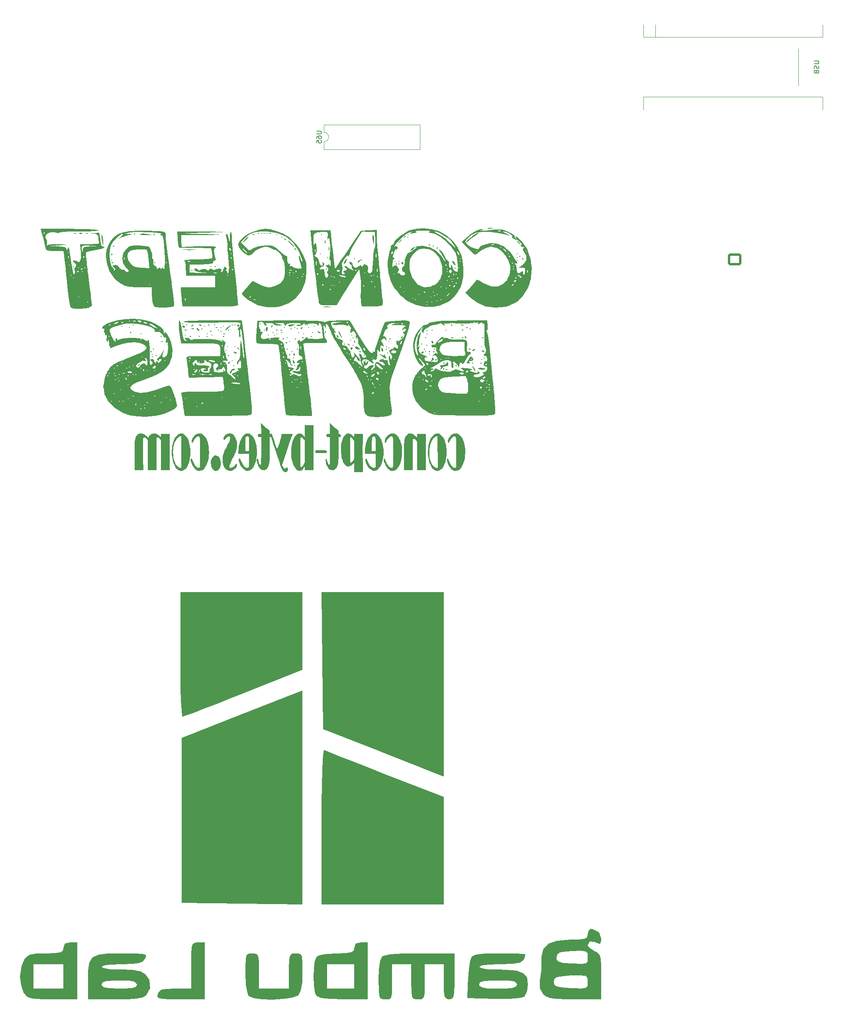
<source format=gbo>
G04 #@! TF.GenerationSoftware,KiCad,Pcbnew,8.0.7*
G04 #@! TF.CreationDate,2025-03-27T18:08:51-05:00*
G04 #@! TF.ProjectId,Chess_board2,43686573-735f-4626-9f61-7264322e6b69,rev?*
G04 #@! TF.SameCoordinates,Original*
G04 #@! TF.FileFunction,Legend,Bot*
G04 #@! TF.FilePolarity,Positive*
%FSLAX46Y46*%
G04 Gerber Fmt 4.6, Leading zero omitted, Abs format (unit mm)*
G04 Created by KiCad (PCBNEW 8.0.7) date 2025-03-27 18:08:51*
%MOMM*%
%LPD*%
G01*
G04 APERTURE LIST*
G04 Aperture macros list*
%AMRoundRect*
0 Rectangle with rounded corners*
0 $1 Rounding radius*
0 $2 $3 $4 $5 $6 $7 $8 $9 X,Y pos of 4 corners*
0 Add a 4 corners polygon primitive as box body*
4,1,4,$2,$3,$4,$5,$6,$7,$8,$9,$2,$3,0*
0 Add four circle primitives for the rounded corners*
1,1,$1+$1,$2,$3*
1,1,$1+$1,$4,$5*
1,1,$1+$1,$6,$7*
1,1,$1+$1,$8,$9*
0 Add four rect primitives between the rounded corners*
20,1,$1+$1,$2,$3,$4,$5,0*
20,1,$1+$1,$4,$5,$6,$7,0*
20,1,$1+$1,$6,$7,$8,$9,0*
20,1,$1+$1,$8,$9,$2,$3,0*%
G04 Aperture macros list end*
%ADD10C,0.300000*%
%ADD11C,0.150000*%
%ADD12C,0.000000*%
%ADD13C,0.120000*%
%ADD14C,1.600000*%
%ADD15RoundRect,0.250000X-1.150000X0.980000X-1.150000X-0.980000X1.150000X-0.980000X1.150000X0.980000X0*%
%ADD16O,2.800000X2.460000*%
%ADD17R,1.600000X1.600000*%
%ADD18O,1.600000X1.600000*%
%ADD19R,1.600000X2.300000*%
%ADD20O,1.600000X2.800000*%
%ADD21O,1.680000X2.800000*%
%ADD22O,1.640000X2.800000*%
%ADD23O,1.520000X2.800000*%
%ADD24O,1.780000X2.800000*%
%ADD25O,1.600000X3.060000*%
%ADD26O,1.640000X3.060000*%
%ADD27O,1.680000X3.060000*%
G04 APERTURE END LIST*
D10*
G36*
X452909281Y-151740334D02*
G01*
X452909281Y-156275924D01*
X452912944Y-156710676D01*
X452877840Y-157194730D01*
X452870202Y-157218702D01*
X452684577Y-157331053D01*
X452439118Y-157284781D01*
X452195805Y-157145963D01*
X451954639Y-156914600D01*
X451906664Y-156857222D01*
X451702172Y-156564803D01*
X451520092Y-156220607D01*
X451360423Y-155824633D01*
X451281402Y-155582274D01*
X451100662Y-155298953D01*
X450977320Y-155416189D01*
X450923586Y-155665317D01*
X451021136Y-156131496D01*
X451129972Y-156402930D01*
X451307148Y-156761469D01*
X451505285Y-157086953D01*
X451603803Y-157226029D01*
X451847493Y-157510584D01*
X452098781Y-157725248D01*
X452357665Y-157870021D01*
X452624146Y-157944904D01*
X452779832Y-157956315D01*
X453040491Y-157930376D01*
X453286660Y-157852559D01*
X453562936Y-157690701D01*
X453818346Y-157454138D01*
X454052891Y-157142872D01*
X454197662Y-156893859D01*
X454381309Y-156507506D01*
X454533830Y-156094917D01*
X454655224Y-155656091D01*
X454745491Y-155191028D01*
X454804631Y-154699728D01*
X454832645Y-154182190D01*
X454835136Y-153967829D01*
X454818708Y-153423733D01*
X454769424Y-152908855D01*
X454687284Y-152423196D01*
X454572288Y-151966755D01*
X454424437Y-151539533D01*
X454243729Y-151141529D01*
X454162247Y-150990509D01*
X453941526Y-150648531D01*
X453702517Y-150377307D01*
X453445217Y-150176837D01*
X453169628Y-150047121D01*
X452926000Y-149993073D01*
X452773726Y-149984228D01*
X452494055Y-150013330D01*
X452229928Y-150100635D01*
X451981345Y-150246143D01*
X451748307Y-150449854D01*
X451622121Y-150592393D01*
X451419624Y-150881258D01*
X451275296Y-151159036D01*
X451145924Y-151576692D01*
X451137299Y-151696371D01*
X451187369Y-151923517D01*
X451307048Y-152016329D01*
X451505757Y-151709356D01*
X451520760Y-151667062D01*
X451702440Y-151292790D01*
X451924142Y-151007491D01*
X452004361Y-150927006D01*
X452247421Y-150733520D01*
X452499108Y-150624684D01*
X452629623Y-150609490D01*
X452859211Y-150804884D01*
X452903364Y-151294804D01*
X452909281Y-151740334D01*
G37*
G36*
X448997660Y-149990745D02*
G01*
X449275023Y-150059180D01*
X449540108Y-150200946D01*
X449792914Y-150416042D01*
X450033440Y-150704468D01*
X450261688Y-151066224D01*
X450338143Y-151211997D01*
X450507700Y-151596381D01*
X450646428Y-152009269D01*
X450754328Y-152450659D01*
X450831399Y-152920552D01*
X450877642Y-153418948D01*
X450893056Y-153945847D01*
X450891489Y-154111291D01*
X450867983Y-154598090D01*
X450808783Y-155122211D01*
X450714759Y-155628681D01*
X450595385Y-156079767D01*
X450450976Y-156487805D01*
X450281533Y-156852795D01*
X450087055Y-157174738D01*
X449952778Y-157357920D01*
X449707785Y-157619718D01*
X449450053Y-157806716D01*
X449179582Y-157918915D01*
X448896371Y-157956315D01*
X448871671Y-157956022D01*
X448627953Y-157920816D01*
X448366750Y-157814320D01*
X448135554Y-157655896D01*
X447999980Y-157534168D01*
X447772777Y-157270880D01*
X447567213Y-156950790D01*
X447383286Y-156573900D01*
X447265799Y-156265360D01*
X447132592Y-155817308D01*
X447034019Y-155369783D01*
X446977920Y-155031812D01*
X446923824Y-154526000D01*
X446905792Y-154021563D01*
X446905962Y-154011793D01*
X447197662Y-154011793D01*
X447213404Y-154497607D01*
X447267085Y-155001148D01*
X447358862Y-155472365D01*
X447427603Y-155725350D01*
X447576582Y-156140150D01*
X447758018Y-156502786D01*
X447971912Y-156813258D01*
X448106084Y-156962428D01*
X448352554Y-157167220D01*
X448605399Y-157290095D01*
X448864619Y-157331053D01*
X448973307Y-157331053D01*
X448963538Y-150609490D01*
X448845080Y-150609490D01*
X448739564Y-150616574D01*
X448465325Y-150704730D01*
X448233881Y-150864514D01*
X448010385Y-151101434D01*
X447794836Y-151415491D01*
X447722521Y-151542126D01*
X447533572Y-151950536D01*
X447386611Y-152401708D01*
X447281639Y-152895641D01*
X447218656Y-153432336D01*
X447197662Y-154011793D01*
X446905962Y-154011793D01*
X446911069Y-153718179D01*
X446947165Y-153185613D01*
X447017458Y-152670435D01*
X447121946Y-152172644D01*
X447258493Y-151702935D01*
X447422670Y-151285432D01*
X447614477Y-150920136D01*
X447833914Y-150607048D01*
X447929008Y-150495743D01*
X448154984Y-150278608D01*
X448386687Y-150121078D01*
X448658502Y-150014031D01*
X448902477Y-149984228D01*
X448997660Y-149990745D01*
G37*
G36*
X444631891Y-150140544D02*
G01*
X444631891Y-151010048D01*
X444412239Y-150734512D01*
X444183762Y-150497138D01*
X443946460Y-150297928D01*
X443897941Y-150262665D01*
X443655606Y-150115833D01*
X443393446Y-150017130D01*
X443135903Y-149984228D01*
X442866529Y-150020357D01*
X442621691Y-150128742D01*
X442378426Y-150333915D01*
X442289602Y-150440963D01*
X442090315Y-150778829D01*
X441951497Y-151212419D01*
X441933007Y-151308025D01*
X441874496Y-151828732D01*
X441849786Y-152368070D01*
X441842726Y-152886437D01*
X441842637Y-152956664D01*
X441849965Y-156126936D01*
X441838974Y-157800000D01*
X443665910Y-157800000D01*
X443652477Y-155826517D01*
X443641486Y-154436775D01*
X443645150Y-152336287D01*
X443648328Y-151843673D01*
X443653698Y-151478995D01*
X443683007Y-151254291D01*
X443884508Y-151078436D01*
X444128494Y-151176854D01*
X444232554Y-151268946D01*
X444452072Y-151535390D01*
X444631891Y-151818492D01*
X444635554Y-152062735D01*
X444641660Y-153970272D01*
X444648988Y-155430844D01*
X444637997Y-157428750D01*
X444634333Y-157800000D01*
X446468597Y-157800000D01*
X446458827Y-155027843D01*
X446447836Y-153249755D01*
X446458827Y-151708583D01*
X446468597Y-150140544D01*
X444631891Y-150140544D01*
G37*
G36*
X439500348Y-151740334D02*
G01*
X439500348Y-156275924D01*
X439504012Y-156710676D01*
X439468908Y-157194730D01*
X439461270Y-157218702D01*
X439275645Y-157331053D01*
X439030186Y-157284781D01*
X438786873Y-157145963D01*
X438545707Y-156914600D01*
X438497732Y-156857222D01*
X438293240Y-156564803D01*
X438111160Y-156220607D01*
X437951491Y-155824633D01*
X437872470Y-155582274D01*
X437691730Y-155298953D01*
X437568387Y-155416189D01*
X437514654Y-155665317D01*
X437612203Y-156131496D01*
X437721039Y-156402930D01*
X437898216Y-156761469D01*
X438096353Y-157086953D01*
X438194870Y-157226029D01*
X438438561Y-157510584D01*
X438689849Y-157725248D01*
X438948733Y-157870021D01*
X439215214Y-157944904D01*
X439370900Y-157956315D01*
X439631559Y-157930376D01*
X439877727Y-157852559D01*
X440154003Y-157690701D01*
X440409414Y-157454138D01*
X440643958Y-157142872D01*
X440788729Y-156893859D01*
X440972377Y-156507506D01*
X441124897Y-156094917D01*
X441246291Y-155656091D01*
X441336559Y-155191028D01*
X441395699Y-154699728D01*
X441423713Y-154182190D01*
X441426203Y-153967829D01*
X441409775Y-153423733D01*
X441360491Y-152908855D01*
X441278352Y-152423196D01*
X441163356Y-151966755D01*
X441015504Y-151539533D01*
X440834797Y-151141529D01*
X440753314Y-150990509D01*
X440532594Y-150648531D01*
X440293584Y-150377307D01*
X440036285Y-150176837D01*
X439760696Y-150047121D01*
X439517067Y-149993073D01*
X439364794Y-149984228D01*
X439085122Y-150013330D01*
X438820996Y-150100635D01*
X438572413Y-150246143D01*
X438339374Y-150449854D01*
X438213189Y-150592393D01*
X438010691Y-150881258D01*
X437866364Y-151159036D01*
X437736991Y-151576692D01*
X437728367Y-151696371D01*
X437778436Y-151923517D01*
X437898115Y-152016329D01*
X438096825Y-151709356D01*
X438111828Y-151667062D01*
X438293507Y-151292790D01*
X438515210Y-151007491D01*
X438595429Y-150927006D01*
X438838488Y-150733520D01*
X439090175Y-150624684D01*
X439220690Y-150609490D01*
X439450279Y-150804884D01*
X439494432Y-151294804D01*
X439500348Y-151740334D01*
G37*
G36*
X435539359Y-149985545D02*
G01*
X435794955Y-150031627D01*
X436043873Y-150143540D01*
X436286113Y-150321284D01*
X436334250Y-150364827D01*
X436562775Y-150615749D01*
X436771025Y-150922006D01*
X436959002Y-151283600D01*
X437102160Y-151635701D01*
X437235943Y-152067641D01*
X437344905Y-152546336D01*
X437418321Y-153001238D01*
X437467673Y-153501631D01*
X437484124Y-154002023D01*
X437465509Y-154520598D01*
X437409663Y-155038596D01*
X437326587Y-155509002D01*
X437267083Y-155771050D01*
X437140891Y-156209377D01*
X436990163Y-156604815D01*
X436814898Y-156957362D01*
X436742923Y-157078329D01*
X436518754Y-157394404D01*
X436282220Y-157640240D01*
X436033321Y-157815837D01*
X435772058Y-157921195D01*
X435498429Y-157956315D01*
X435362062Y-157946595D01*
X435114047Y-157880113D01*
X434862748Y-157750648D01*
X434608164Y-157558199D01*
X434469424Y-157427121D01*
X434237874Y-157161428D01*
X434029701Y-156857482D01*
X433844905Y-156515282D01*
X433698302Y-156157390D01*
X433604326Y-155679972D01*
X433653175Y-155411304D01*
X433776517Y-155298953D01*
X433888869Y-155379553D01*
X434031751Y-155721493D01*
X434121971Y-155949350D01*
X434296688Y-156319220D01*
X434487247Y-156637313D01*
X434693649Y-156903628D01*
X434717471Y-156929925D01*
X434956610Y-157146977D01*
X435197418Y-157280547D01*
X435464235Y-157331053D01*
X435548971Y-157321866D01*
X435768318Y-157069713D01*
X435792861Y-156838553D01*
X435802512Y-156344312D01*
X435802512Y-154361060D01*
X435371423Y-154361060D01*
X434340718Y-154353733D01*
X433500523Y-154353733D01*
X433506634Y-153918339D01*
X433537355Y-153369537D01*
X433593874Y-152856989D01*
X433676192Y-152380697D01*
X433784307Y-151940659D01*
X433829626Y-151808722D01*
X435001395Y-151808722D01*
X435001395Y-153735799D01*
X435422714Y-153735799D01*
X435802512Y-153735799D01*
X435802512Y-151808722D01*
X435798218Y-151389121D01*
X435758548Y-150875715D01*
X435661008Y-150693725D01*
X435415387Y-150609490D01*
X435275896Y-150628230D01*
X435056350Y-150846406D01*
X435014829Y-151054012D01*
X435008417Y-151300087D01*
X435001395Y-151808722D01*
X433829626Y-151808722D01*
X433955730Y-151441595D01*
X434121892Y-151083130D01*
X434313852Y-150760921D01*
X434446792Y-150578883D01*
X434688897Y-150318722D01*
X434943039Y-150132892D01*
X435209220Y-150021394D01*
X435487438Y-149984228D01*
X435539359Y-149985545D01*
G37*
G36*
X430162429Y-149995682D02*
G01*
X430410183Y-150068611D01*
X430659979Y-150223586D01*
X430824757Y-150375399D01*
X431042056Y-150635517D01*
X431238834Y-150931891D01*
X431230286Y-150140544D01*
X433064549Y-150140544D01*
X433064549Y-150462944D01*
X433053558Y-154336636D01*
X433060886Y-156195324D01*
X433064549Y-158268946D01*
X431230286Y-158268946D01*
X431233949Y-157922121D01*
X431241277Y-157138101D01*
X431244940Y-156192882D01*
X431246161Y-156092742D01*
X431109233Y-156288442D01*
X430887239Y-156546499D01*
X430645324Y-156761967D01*
X430477102Y-156874166D01*
X430223623Y-156982358D01*
X429968771Y-157018422D01*
X429809708Y-157003730D01*
X429547510Y-156907309D01*
X429305881Y-156720895D01*
X429084822Y-156444487D01*
X428884333Y-156078087D01*
X428827842Y-155948915D01*
X428680238Y-155535410D01*
X428565434Y-155082922D01*
X428483431Y-154591450D01*
X428434230Y-154060995D01*
X428417829Y-153491556D01*
X428427787Y-153043129D01*
X428466027Y-152538233D01*
X428546887Y-151994986D01*
X428617594Y-151703698D01*
X430351011Y-151703698D01*
X430351011Y-155103558D01*
X430353265Y-155518638D01*
X430360781Y-156031681D01*
X430484124Y-156236845D01*
X430584795Y-156209716D01*
X430813852Y-156007257D01*
X430850395Y-155962363D01*
X431057620Y-155660570D01*
X431241277Y-155338032D01*
X431241277Y-151750104D01*
X431202526Y-151668302D01*
X431020269Y-151327430D01*
X430822400Y-151036915D01*
X430708380Y-150905861D01*
X430467027Y-150765806D01*
X430360781Y-150992951D01*
X430353769Y-151205078D01*
X430351011Y-151703698D01*
X428617594Y-151703698D01*
X428666783Y-151501060D01*
X428825715Y-151056454D01*
X428883579Y-150926615D01*
X429070110Y-150587356D01*
X429276047Y-150323487D01*
X429501390Y-150135010D01*
X429746138Y-150021924D01*
X430010293Y-149984228D01*
X430162429Y-149995682D01*
G37*
G36*
X426040125Y-147690788D02*
G01*
X426080425Y-150050174D01*
X426082868Y-150140544D01*
X425830076Y-150128942D01*
X425584612Y-150094138D01*
X425508897Y-150086810D01*
X425320062Y-150397731D01*
X425318387Y-150465387D01*
X425491194Y-150818156D01*
X425515003Y-150819539D01*
X425639567Y-150807327D01*
X425893517Y-150773753D01*
X426024249Y-150765806D01*
X426084089Y-150765806D01*
X426087752Y-151952826D01*
X426074319Y-154490509D01*
X426063328Y-155872923D01*
X426049494Y-156363126D01*
X426027913Y-156544591D01*
X425933879Y-156693579D01*
X425713059Y-156461740D01*
X425696964Y-156429797D01*
X425548601Y-156011806D01*
X425489357Y-155748360D01*
X425349028Y-155334502D01*
X425281751Y-155298953D01*
X425125436Y-155643335D01*
X425187893Y-156121982D01*
X425246336Y-156344312D01*
X425388579Y-156749956D01*
X425536985Y-157057501D01*
X425760467Y-157382344D01*
X426014480Y-157614375D01*
X426261785Y-157741267D01*
X426532465Y-157797099D01*
X426614096Y-157800000D01*
X426874149Y-157764704D01*
X427138294Y-157637926D01*
X427367176Y-157418947D01*
X427560796Y-157107767D01*
X427582519Y-157062386D01*
X427733949Y-156666102D01*
X427829204Y-156229518D01*
X427877414Y-155726196D01*
X427894731Y-155215347D01*
X427896371Y-154974110D01*
X427896371Y-154475854D01*
X427892707Y-153069016D01*
X427892707Y-150753593D01*
X427922016Y-150753593D01*
X428057571Y-150765806D01*
X428204117Y-150780460D01*
X428409898Y-150497623D01*
X428411723Y-150436078D01*
X428223766Y-150101792D01*
X428211444Y-150101465D01*
X428101535Y-150106350D01*
X427892707Y-150135659D01*
X427892707Y-149390718D01*
X427636691Y-149199598D01*
X427387659Y-149002372D01*
X427145610Y-148799040D01*
X426910546Y-148589602D01*
X426682465Y-148374057D01*
X426461368Y-148152407D01*
X426194817Y-147866757D01*
X426040125Y-147690788D01*
G37*
G36*
X423681960Y-154204745D02*
G01*
X424176552Y-154204745D01*
X425179169Y-154204745D01*
X425416089Y-154061596D01*
X425441730Y-153901884D01*
X425246317Y-153584521D01*
X425186496Y-153579483D01*
X424942254Y-153579483D01*
X424327983Y-153579483D01*
X423434054Y-153579483D01*
X423166608Y-153579483D01*
X422929688Y-153728404D01*
X422904047Y-153894556D01*
X423107875Y-154199898D01*
X423170272Y-154204745D01*
X423416957Y-154204745D01*
X423681960Y-154204745D01*
G37*
G36*
X422588974Y-151703698D02*
G01*
X422585310Y-154080181D01*
X422596301Y-157411653D01*
X422596301Y-157800000D01*
X420763258Y-157800000D01*
X420763258Y-156845010D01*
X420681055Y-157031455D01*
X420488810Y-157382397D01*
X420277215Y-157660781D01*
X420154506Y-157775935D01*
X419907702Y-157914755D01*
X419658060Y-157956315D01*
X419411551Y-157921797D01*
X419137523Y-157794270D01*
X418878104Y-157572777D01*
X418667373Y-157308136D01*
X418467376Y-156974459D01*
X418390182Y-156821101D01*
X418218985Y-156415500D01*
X418078915Y-155978177D01*
X417969972Y-155509130D01*
X417892155Y-155008361D01*
X417845465Y-154475869D01*
X417829902Y-153911653D01*
X417832325Y-153689268D01*
X417859588Y-153156263D01*
X417917142Y-152656054D01*
X418004989Y-152188642D01*
X418123127Y-151754025D01*
X418196753Y-151554710D01*
X419761863Y-151554710D01*
X419765526Y-151847801D01*
X419765526Y-156297906D01*
X419767059Y-156452108D01*
X419788729Y-156942707D01*
X419949930Y-157174738D01*
X419963110Y-157174342D01*
X420203236Y-157046453D01*
X420423761Y-156769295D01*
X420588630Y-156484606D01*
X420773028Y-156126936D01*
X420773028Y-151659734D01*
X420726442Y-151578755D01*
X420532754Y-151271999D01*
X420312630Y-150992951D01*
X420186072Y-150873167D01*
X419946266Y-150765806D01*
X419800942Y-150919678D01*
X419778693Y-151063038D01*
X419761863Y-151554710D01*
X418196753Y-151554710D01*
X418271557Y-151352205D01*
X418450279Y-150983182D01*
X418519659Y-150862215D01*
X418734211Y-150546140D01*
X418958380Y-150300303D01*
X419192166Y-150124706D01*
X419435570Y-150019348D01*
X419688590Y-149984228D01*
X419804510Y-149994103D01*
X420049778Y-150083249D01*
X420286985Y-150265108D01*
X420374491Y-150356102D01*
X420581636Y-150622828D01*
X420771807Y-150958757D01*
X420759595Y-148264759D01*
X422596301Y-148264759D01*
X422588974Y-151703698D01*
G37*
G36*
X414855024Y-153454919D02*
G01*
X414700502Y-152986584D01*
X414556284Y-152547557D01*
X414422371Y-152137840D01*
X414269468Y-151666909D01*
X414132666Y-151241774D01*
X413989755Y-150792062D01*
X413907362Y-150528890D01*
X413777565Y-150104957D01*
X413762037Y-150064829D01*
X413658234Y-149984228D01*
X413506803Y-150108792D01*
X413439637Y-150399441D01*
X413506803Y-150694975D01*
X413667452Y-151141434D01*
X413841039Y-151635119D01*
X413989226Y-152064071D01*
X414145694Y-152523247D01*
X414310443Y-153012649D01*
X414483474Y-153532276D01*
X414618682Y-153941831D01*
X414758548Y-154368387D01*
X415363049Y-156229518D01*
X415513793Y-156676330D01*
X415667140Y-157096883D01*
X415831213Y-157492826D01*
X415884508Y-157604605D01*
X416078910Y-157900330D01*
X416255757Y-158083321D01*
X416492319Y-158233416D01*
X416670969Y-158268946D01*
X416915236Y-158184672D01*
X417006803Y-158090648D01*
X417141167Y-157681644D01*
X417142358Y-157629030D01*
X417076413Y-157309071D01*
X416913991Y-157174738D01*
X416678342Y-157360403D01*
X416667306Y-157372575D01*
X416498778Y-157487369D01*
X416257150Y-157350860D01*
X416224005Y-157309071D01*
X416036883Y-156967046D01*
X415948011Y-156749755D01*
X416338799Y-155521214D01*
X416499079Y-155022205D01*
X416652938Y-154544891D01*
X416800375Y-154089273D01*
X416941392Y-153655351D01*
X417075988Y-153243124D01*
X417265843Y-152665464D01*
X417441250Y-152136618D01*
X417602211Y-151656588D01*
X417748724Y-151225373D01*
X417921603Y-150726355D01*
X418068797Y-150314118D01*
X418132763Y-150140544D01*
X415845429Y-150140544D01*
X415734222Y-150601857D01*
X415616756Y-151057676D01*
X415493032Y-151507998D01*
X415363049Y-151952826D01*
X415231005Y-152377350D01*
X415086470Y-152815893D01*
X414930861Y-153254671D01*
X414855024Y-153454919D01*
G37*
G36*
X411439288Y-147690788D02*
G01*
X411479588Y-150050174D01*
X411482030Y-150140544D01*
X411229239Y-150128942D01*
X410983775Y-150094138D01*
X410908060Y-150086810D01*
X410719224Y-150397731D01*
X410717550Y-150465387D01*
X410890357Y-150818156D01*
X410914166Y-150819539D01*
X411038729Y-150807327D01*
X411292680Y-150773753D01*
X411423412Y-150765806D01*
X411483251Y-150765806D01*
X411486915Y-151952826D01*
X411473482Y-154490509D01*
X411462491Y-155872923D01*
X411448657Y-156363126D01*
X411427076Y-156544591D01*
X411333042Y-156693579D01*
X411112222Y-156461740D01*
X411096127Y-156429797D01*
X410947763Y-156011806D01*
X410888520Y-155748360D01*
X410748190Y-155334502D01*
X410680914Y-155298953D01*
X410524598Y-155643335D01*
X410587055Y-156121982D01*
X410645498Y-156344312D01*
X410787741Y-156749956D01*
X410936147Y-157057501D01*
X411159630Y-157382344D01*
X411413642Y-157614375D01*
X411660948Y-157741267D01*
X411931628Y-157797099D01*
X412013258Y-157800000D01*
X412273311Y-157764704D01*
X412537456Y-157637926D01*
X412766339Y-157418947D01*
X412959958Y-157107767D01*
X412981681Y-157062386D01*
X413133112Y-156666102D01*
X413228367Y-156229518D01*
X413276577Y-155726196D01*
X413293894Y-155215347D01*
X413295533Y-154974110D01*
X413295533Y-154475854D01*
X413291870Y-153069016D01*
X413291870Y-150753593D01*
X413321179Y-150753593D01*
X413456734Y-150765806D01*
X413603279Y-150780460D01*
X413809061Y-150497623D01*
X413810886Y-150436078D01*
X413622928Y-150101792D01*
X413610607Y-150101465D01*
X413500697Y-150106350D01*
X413291870Y-150135659D01*
X413291870Y-149390718D01*
X413035854Y-149199598D01*
X412786821Y-149002372D01*
X412544773Y-148799040D01*
X412309708Y-148589602D01*
X412081627Y-148374057D01*
X411860530Y-148152407D01*
X411593980Y-147866757D01*
X411439288Y-147690788D01*
G37*
G36*
X408653107Y-149985545D02*
G01*
X408908703Y-150031627D01*
X409157621Y-150143540D01*
X409399860Y-150321284D01*
X409447998Y-150364827D01*
X409676522Y-150615749D01*
X409884773Y-150922006D01*
X410072749Y-151283600D01*
X410215908Y-151635701D01*
X410349690Y-152067641D01*
X410458653Y-152546336D01*
X410532069Y-153001238D01*
X410581420Y-153501631D01*
X410597871Y-154002023D01*
X410579256Y-154520598D01*
X410523410Y-155038596D01*
X410440334Y-155509002D01*
X410380830Y-155771050D01*
X410254638Y-156209377D01*
X410103910Y-156604815D01*
X409928646Y-156957362D01*
X409856670Y-157078329D01*
X409632501Y-157394404D01*
X409395967Y-157640240D01*
X409147069Y-157815837D01*
X408885805Y-157921195D01*
X408612177Y-157956315D01*
X408475810Y-157946595D01*
X408227795Y-157880113D01*
X407976495Y-157750648D01*
X407721912Y-157558199D01*
X407583171Y-157427121D01*
X407351621Y-157161428D01*
X407143448Y-156857482D01*
X406958653Y-156515282D01*
X406812050Y-156157390D01*
X406718073Y-155679972D01*
X406766922Y-155411304D01*
X406890265Y-155298953D01*
X407002616Y-155379553D01*
X407145498Y-155721493D01*
X407235718Y-155949350D01*
X407410435Y-156319220D01*
X407600995Y-156637313D01*
X407807397Y-156903628D01*
X407831219Y-156929925D01*
X408070357Y-157146977D01*
X408311165Y-157280547D01*
X408577983Y-157331053D01*
X408662719Y-157321866D01*
X408882065Y-157069713D01*
X408906609Y-156838553D01*
X408916259Y-156344312D01*
X408916259Y-154361060D01*
X408485170Y-154361060D01*
X407454466Y-154353733D01*
X406614270Y-154353733D01*
X406620381Y-153918339D01*
X406651102Y-153369537D01*
X406707622Y-152856989D01*
X406789939Y-152380697D01*
X406898055Y-151940659D01*
X406943374Y-151808722D01*
X408115143Y-151808722D01*
X408115143Y-153735799D01*
X408536461Y-153735799D01*
X408916259Y-153735799D01*
X408916259Y-151808722D01*
X408911966Y-151389121D01*
X408872295Y-150875715D01*
X408774756Y-150693725D01*
X408529134Y-150609490D01*
X408389644Y-150628230D01*
X408170097Y-150846406D01*
X408128576Y-151054012D01*
X408122165Y-151300087D01*
X408115143Y-151808722D01*
X406943374Y-151808722D01*
X407069478Y-151441595D01*
X407235639Y-151083130D01*
X407427599Y-150760921D01*
X407560540Y-150578883D01*
X407802644Y-150318722D01*
X408056787Y-150132892D01*
X408322967Y-150021394D01*
X408601186Y-149984228D01*
X408653107Y-149985545D01*
G37*
G36*
X406175854Y-156393161D02*
G01*
X405975575Y-156608094D01*
X405773770Y-156883478D01*
X405538586Y-157091380D01*
X405500523Y-157118562D01*
X405256138Y-157256142D01*
X405007831Y-157325865D01*
X404922889Y-157331053D01*
X404758025Y-157260223D01*
X404707955Y-157047732D01*
X404790997Y-156661828D01*
X404952813Y-156276716D01*
X405136682Y-155885164D01*
X405173237Y-155809420D01*
X405350447Y-155444926D01*
X405549151Y-155027197D01*
X405722512Y-154651566D01*
X405897093Y-154256379D01*
X406054648Y-153871947D01*
X406136775Y-153647871D01*
X406263317Y-153204439D01*
X406341455Y-152731886D01*
X406359036Y-152385136D01*
X406324958Y-151894944D01*
X406222723Y-151427293D01*
X406203942Y-151366643D01*
X406045328Y-150969872D01*
X405857020Y-150652512D01*
X405774075Y-150543545D01*
X405539373Y-150298844D01*
X405288337Y-150124057D01*
X405020967Y-150019186D01*
X404773620Y-149984775D01*
X404737264Y-149984228D01*
X404491696Y-150013208D01*
X404238594Y-150100148D01*
X403977956Y-150245048D01*
X403829902Y-150350593D01*
X403606717Y-150570013D01*
X403444017Y-150946583D01*
X403437892Y-151041800D01*
X403492847Y-151286043D01*
X403617411Y-151391067D01*
X403839271Y-151183499D01*
X403884856Y-151119958D01*
X404111759Y-150850766D01*
X404351303Y-150681275D01*
X404603489Y-150611484D01*
X404655443Y-150609490D01*
X404858164Y-150687648D01*
X404921667Y-150919678D01*
X404816013Y-151381030D01*
X404783670Y-151464340D01*
X404606356Y-151858640D01*
X404432626Y-152214814D01*
X404238949Y-152598886D01*
X404212142Y-152651360D01*
X404017892Y-153031005D01*
X403829821Y-153405527D01*
X403668702Y-153743126D01*
X403512119Y-154138360D01*
X403443998Y-154343963D01*
X403329395Y-154803178D01*
X403267685Y-155290557D01*
X403255931Y-155631123D01*
X403289057Y-156153955D01*
X403388433Y-156623360D01*
X403554060Y-157039336D01*
X403753330Y-157359487D01*
X403785938Y-157401884D01*
X404012397Y-157644447D01*
X404263128Y-157817707D01*
X404538130Y-157921663D01*
X404798667Y-157955773D01*
X404837404Y-157956315D01*
X405090324Y-157934934D01*
X405332511Y-157870792D01*
X405601496Y-157741913D01*
X405855872Y-157554831D01*
X406062281Y-157348150D01*
X406263242Y-157070136D01*
X406285764Y-157028192D01*
X406349267Y-156730216D01*
X406175854Y-156393161D01*
G37*
G36*
X401822226Y-154673691D02*
G01*
X401571957Y-154708081D01*
X401327189Y-154826958D01*
X401098441Y-155055798D01*
X401061409Y-155108443D01*
X400883551Y-155475266D01*
X400787781Y-155927267D01*
X400769539Y-156275924D01*
X400810927Y-156796963D01*
X400935090Y-157239004D01*
X401063852Y-157489811D01*
X401286250Y-157755408D01*
X401523242Y-157901191D01*
X401793388Y-157955859D01*
X401822226Y-157956315D01*
X402095930Y-157914183D01*
X402333304Y-157787787D01*
X402556922Y-157544871D01*
X402699057Y-157282205D01*
X402830033Y-156848063D01*
X402873691Y-156346755D01*
X402833334Y-155823312D01*
X402712262Y-155385048D01*
X402586706Y-155140195D01*
X402366341Y-154881209D01*
X402127441Y-154735427D01*
X401881025Y-154677231D01*
X401822226Y-154673691D01*
G37*
G36*
X398462665Y-151740334D02*
G01*
X398462665Y-156275924D01*
X398466329Y-156710676D01*
X398431225Y-157194730D01*
X398423586Y-157218702D01*
X398237962Y-157331053D01*
X397992503Y-157284781D01*
X397749190Y-157145963D01*
X397508024Y-156914600D01*
X397460048Y-156857222D01*
X397255557Y-156564803D01*
X397073477Y-156220607D01*
X396913808Y-155824633D01*
X396834787Y-155582274D01*
X396654047Y-155298953D01*
X396530704Y-155416189D01*
X396476971Y-155665317D01*
X396574520Y-156131496D01*
X396683356Y-156402930D01*
X396860532Y-156761469D01*
X397058670Y-157086953D01*
X397157187Y-157226029D01*
X397400878Y-157510584D01*
X397652165Y-157725248D01*
X397911050Y-157870021D01*
X398177531Y-157944904D01*
X398333217Y-157956315D01*
X398593875Y-157930376D01*
X398840044Y-157852559D01*
X399116320Y-157690701D01*
X399371730Y-157454138D01*
X399606275Y-157142872D01*
X399751046Y-156893859D01*
X399934694Y-156507506D01*
X400087214Y-156094917D01*
X400208608Y-155656091D01*
X400298875Y-155191028D01*
X400358016Y-154699728D01*
X400386030Y-154182190D01*
X400388520Y-153967829D01*
X400372092Y-153423733D01*
X400322808Y-152908855D01*
X400240668Y-152423196D01*
X400125673Y-151966755D01*
X399977821Y-151539533D01*
X399797114Y-151141529D01*
X399715631Y-150990509D01*
X399494911Y-150648531D01*
X399255901Y-150377307D01*
X398998602Y-150176837D01*
X398723013Y-150047121D01*
X398479384Y-149993073D01*
X398327110Y-149984228D01*
X398047439Y-150013330D01*
X397783312Y-150100635D01*
X397534730Y-150246143D01*
X397301691Y-150449854D01*
X397175505Y-150592393D01*
X396973008Y-150881258D01*
X396828681Y-151159036D01*
X396699308Y-151576692D01*
X396690683Y-151696371D01*
X396740753Y-151923517D01*
X396860432Y-152016329D01*
X397059142Y-151709356D01*
X397074145Y-151667062D01*
X397255824Y-151292790D01*
X397477527Y-151007491D01*
X397557745Y-150927006D01*
X397800805Y-150733520D01*
X398052492Y-150624684D01*
X398183007Y-150609490D01*
X398412595Y-150804884D01*
X398456749Y-151294804D01*
X398462665Y-151740334D01*
G37*
G36*
X394551044Y-149990745D02*
G01*
X394828408Y-150059180D01*
X395093493Y-150200946D01*
X395346298Y-150416042D01*
X395586825Y-150704468D01*
X395815073Y-151066224D01*
X395891527Y-151211997D01*
X396061084Y-151596381D01*
X396199813Y-152009269D01*
X396307712Y-152450659D01*
X396384784Y-152920552D01*
X396431026Y-153418948D01*
X396446441Y-153945847D01*
X396444873Y-154111291D01*
X396421367Y-154598090D01*
X396362167Y-155122211D01*
X396268143Y-155628681D01*
X396148770Y-156079767D01*
X396004361Y-156487805D01*
X395834918Y-156852795D01*
X395640439Y-157174738D01*
X395506163Y-157357920D01*
X395261170Y-157619718D01*
X395003438Y-157806716D01*
X394732966Y-157918915D01*
X394449755Y-157956315D01*
X394425055Y-157956022D01*
X394181337Y-157920816D01*
X393920135Y-157814320D01*
X393688939Y-157655896D01*
X393553365Y-157534168D01*
X393326162Y-157270880D01*
X393120597Y-156950790D01*
X392936671Y-156573900D01*
X392819184Y-156265360D01*
X392685976Y-155817308D01*
X392587404Y-155369783D01*
X392531304Y-155031812D01*
X392477208Y-154526000D01*
X392459176Y-154021563D01*
X392459346Y-154011793D01*
X392751046Y-154011793D01*
X392766788Y-154497607D01*
X392820469Y-155001148D01*
X392912247Y-155472365D01*
X392980988Y-155725350D01*
X393129966Y-156140150D01*
X393311402Y-156502786D01*
X393525296Y-156813258D01*
X393659469Y-156962428D01*
X393905938Y-157167220D01*
X394158783Y-157290095D01*
X394418004Y-157331053D01*
X394526692Y-157331053D01*
X394516922Y-150609490D01*
X394398464Y-150609490D01*
X394292948Y-150616574D01*
X394018710Y-150704730D01*
X393787266Y-150864514D01*
X393563769Y-151101434D01*
X393348220Y-151415491D01*
X393275906Y-151542126D01*
X393086956Y-151950536D01*
X392939996Y-152401708D01*
X392835024Y-152895641D01*
X392772041Y-153432336D01*
X392751046Y-154011793D01*
X392459346Y-154011793D01*
X392464453Y-153718179D01*
X392500549Y-153185613D01*
X392570842Y-152670435D01*
X392675331Y-152172644D01*
X392811878Y-151702935D01*
X392976055Y-151285432D01*
X393167862Y-150920136D01*
X393387299Y-150607048D01*
X393482393Y-150495743D01*
X393708368Y-150278608D01*
X393940071Y-150121078D01*
X394211887Y-150014031D01*
X394455861Y-149984228D01*
X394551044Y-149990745D01*
G37*
G36*
X387502267Y-150970969D02*
G01*
X387270052Y-150709806D01*
X387041894Y-150489601D01*
X386793143Y-150292967D01*
X386695045Y-150228471D01*
X386446389Y-150099671D01*
X386188909Y-150018575D01*
X385922603Y-149985182D01*
X385868283Y-149984228D01*
X385582290Y-150020893D01*
X385330643Y-150130889D01*
X385080466Y-150351897D01*
X384877038Y-150672717D01*
X384739881Y-151027145D01*
X384642233Y-151479598D01*
X384611653Y-151747662D01*
X384585092Y-152244696D01*
X384576792Y-152740891D01*
X384576238Y-152929797D01*
X384589672Y-154737194D01*
X384589672Y-155162177D01*
X384572575Y-157438520D01*
X384567690Y-157800000D01*
X386409281Y-157800000D01*
X386395847Y-155465038D01*
X386378750Y-153193579D01*
X386382414Y-152272784D01*
X386383988Y-151771657D01*
X386382414Y-151674389D01*
X386396453Y-151179969D01*
X386432484Y-150951430D01*
X386624214Y-150765806D01*
X386865385Y-150859314D01*
X386985694Y-150963642D01*
X387201410Y-151222947D01*
X387400907Y-151537613D01*
X387387411Y-152032827D01*
X387386252Y-152306978D01*
X387392358Y-154097278D01*
X387399685Y-156109839D01*
X387398140Y-156601984D01*
X387392797Y-157133403D01*
X387383638Y-157648602D01*
X387380146Y-157800000D01*
X389219295Y-157800000D01*
X389211967Y-156168457D01*
X389202198Y-152817445D01*
X389202885Y-152253159D01*
X389205422Y-151726574D01*
X389212292Y-151220438D01*
X389221737Y-151012491D01*
X389430565Y-150765806D01*
X389678548Y-150872967D01*
X389771284Y-150956315D01*
X389983006Y-151207146D01*
X390185275Y-151513189D01*
X390198709Y-154505163D01*
X390181612Y-157800000D01*
X392021981Y-157800000D01*
X392021981Y-157445847D01*
X392014654Y-156195324D01*
X392010990Y-154492951D01*
X392007327Y-152844312D01*
X392021981Y-150140544D01*
X390185275Y-150140544D01*
X390185275Y-150792672D01*
X389950965Y-150554230D01*
X389703091Y-150352730D01*
X389465980Y-150201605D01*
X389223502Y-150086973D01*
X388981501Y-150014797D01*
X388715852Y-149984441D01*
X388691730Y-149984228D01*
X388446562Y-150006434D01*
X388192702Y-150086195D01*
X387940683Y-150245263D01*
X387746510Y-150448290D01*
X387560099Y-150794342D01*
X387502267Y-150970969D01*
G37*
D11*
X423249819Y-85771905D02*
X424059342Y-85771905D01*
X424059342Y-85771905D02*
X424154580Y-85819524D01*
X424154580Y-85819524D02*
X424202200Y-85867143D01*
X424202200Y-85867143D02*
X424249819Y-85962381D01*
X424249819Y-85962381D02*
X424249819Y-86152857D01*
X424249819Y-86152857D02*
X424202200Y-86248095D01*
X424202200Y-86248095D02*
X424154580Y-86295714D01*
X424154580Y-86295714D02*
X424059342Y-86343333D01*
X424059342Y-86343333D02*
X423249819Y-86343333D01*
X423249819Y-87248095D02*
X423249819Y-87057619D01*
X423249819Y-87057619D02*
X423297438Y-86962381D01*
X423297438Y-86962381D02*
X423345057Y-86914762D01*
X423345057Y-86914762D02*
X423487914Y-86819524D01*
X423487914Y-86819524D02*
X423678390Y-86771905D01*
X423678390Y-86771905D02*
X424059342Y-86771905D01*
X424059342Y-86771905D02*
X424154580Y-86819524D01*
X424154580Y-86819524D02*
X424202200Y-86867143D01*
X424202200Y-86867143D02*
X424249819Y-86962381D01*
X424249819Y-86962381D02*
X424249819Y-87152857D01*
X424249819Y-87152857D02*
X424202200Y-87248095D01*
X424202200Y-87248095D02*
X424154580Y-87295714D01*
X424154580Y-87295714D02*
X424059342Y-87343333D01*
X424059342Y-87343333D02*
X423821247Y-87343333D01*
X423821247Y-87343333D02*
X423726009Y-87295714D01*
X423726009Y-87295714D02*
X423678390Y-87248095D01*
X423678390Y-87248095D02*
X423630771Y-87152857D01*
X423630771Y-87152857D02*
X423630771Y-86962381D01*
X423630771Y-86962381D02*
X423678390Y-86867143D01*
X423678390Y-86867143D02*
X423726009Y-86819524D01*
X423726009Y-86819524D02*
X423821247Y-86771905D01*
X423249819Y-88248095D02*
X423249819Y-87771905D01*
X423249819Y-87771905D02*
X423726009Y-87724286D01*
X423726009Y-87724286D02*
X423678390Y-87771905D01*
X423678390Y-87771905D02*
X423630771Y-87867143D01*
X423630771Y-87867143D02*
X423630771Y-88105238D01*
X423630771Y-88105238D02*
X423678390Y-88200476D01*
X423678390Y-88200476D02*
X423726009Y-88248095D01*
X423726009Y-88248095D02*
X423821247Y-88295714D01*
X423821247Y-88295714D02*
X424059342Y-88295714D01*
X424059342Y-88295714D02*
X424154580Y-88248095D01*
X424154580Y-88248095D02*
X424202200Y-88200476D01*
X424202200Y-88200476D02*
X424249819Y-88105238D01*
X424249819Y-88105238D02*
X424249819Y-87867143D01*
X424249819Y-87867143D02*
X424202200Y-87771905D01*
X424202200Y-87771905D02*
X424154580Y-87724286D01*
X528994819Y-70888095D02*
X529804342Y-70888095D01*
X529804342Y-70888095D02*
X529899580Y-70935714D01*
X529899580Y-70935714D02*
X529947200Y-70983333D01*
X529947200Y-70983333D02*
X529994819Y-71078571D01*
X529994819Y-71078571D02*
X529994819Y-71269047D01*
X529994819Y-71269047D02*
X529947200Y-71364285D01*
X529947200Y-71364285D02*
X529899580Y-71411904D01*
X529899580Y-71411904D02*
X529804342Y-71459523D01*
X529804342Y-71459523D02*
X528994819Y-71459523D01*
X529947200Y-71888095D02*
X529994819Y-72030952D01*
X529994819Y-72030952D02*
X529994819Y-72269047D01*
X529994819Y-72269047D02*
X529947200Y-72364285D01*
X529947200Y-72364285D02*
X529899580Y-72411904D01*
X529899580Y-72411904D02*
X529804342Y-72459523D01*
X529804342Y-72459523D02*
X529709104Y-72459523D01*
X529709104Y-72459523D02*
X529613866Y-72411904D01*
X529613866Y-72411904D02*
X529566247Y-72364285D01*
X529566247Y-72364285D02*
X529518628Y-72269047D01*
X529518628Y-72269047D02*
X529471009Y-72078571D01*
X529471009Y-72078571D02*
X529423390Y-71983333D01*
X529423390Y-71983333D02*
X529375771Y-71935714D01*
X529375771Y-71935714D02*
X529280533Y-71888095D01*
X529280533Y-71888095D02*
X529185295Y-71888095D01*
X529185295Y-71888095D02*
X529090057Y-71935714D01*
X529090057Y-71935714D02*
X529042438Y-71983333D01*
X529042438Y-71983333D02*
X528994819Y-72078571D01*
X528994819Y-72078571D02*
X528994819Y-72316666D01*
X528994819Y-72316666D02*
X529042438Y-72459523D01*
X529471009Y-73221428D02*
X529518628Y-73364285D01*
X529518628Y-73364285D02*
X529566247Y-73411904D01*
X529566247Y-73411904D02*
X529661485Y-73459523D01*
X529661485Y-73459523D02*
X529804342Y-73459523D01*
X529804342Y-73459523D02*
X529899580Y-73411904D01*
X529899580Y-73411904D02*
X529947200Y-73364285D01*
X529947200Y-73364285D02*
X529994819Y-73269047D01*
X529994819Y-73269047D02*
X529994819Y-72888095D01*
X529994819Y-72888095D02*
X528994819Y-72888095D01*
X528994819Y-72888095D02*
X528994819Y-73221428D01*
X528994819Y-73221428D02*
X529042438Y-73316666D01*
X529042438Y-73316666D02*
X529090057Y-73364285D01*
X529090057Y-73364285D02*
X529185295Y-73411904D01*
X529185295Y-73411904D02*
X529280533Y-73411904D01*
X529280533Y-73411904D02*
X529375771Y-73364285D01*
X529375771Y-73364285D02*
X529423390Y-73316666D01*
X529423390Y-73316666D02*
X529471009Y-73221428D01*
X529471009Y-73221428D02*
X529471009Y-72888095D01*
D12*
G04 #@! TO.C,G\u002A\u002A\u002A*
G36*
X420268182Y-227348439D02*
G01*
X420268182Y-250096783D01*
X407423864Y-249941421D01*
X394579545Y-249786059D01*
X394579545Y-232251565D01*
X394579545Y-214717071D01*
X407423864Y-209658582D01*
X420268182Y-204600094D01*
X420268182Y-227348439D01*
G37*
G36*
X450286364Y-203310930D02*
G01*
X450286364Y-222933529D01*
X448121591Y-222085378D01*
X448074233Y-222066816D01*
X446804948Y-221567598D01*
X444682908Y-220731268D01*
X441915814Y-219639755D01*
X438711368Y-218374986D01*
X435277273Y-217018891D01*
X424597727Y-212800555D01*
X424443497Y-198244443D01*
X424289266Y-183688332D01*
X437287815Y-183688332D01*
X450286364Y-183688332D01*
X450286364Y-203310930D01*
G37*
G36*
X420268182Y-191972276D02*
G01*
X420268182Y-200256221D01*
X407712500Y-205221186D01*
X405534880Y-206080142D01*
X402159140Y-207402606D01*
X399234854Y-208536984D01*
X396917336Y-209423568D01*
X395361901Y-210002647D01*
X394723864Y-210214513D01*
X394651880Y-210034426D01*
X394535933Y-208902589D01*
X394436612Y-206869100D01*
X394359167Y-204094649D01*
X394308849Y-200739921D01*
X394290909Y-196965604D01*
X394290909Y-183688332D01*
X407279545Y-183688332D01*
X420268182Y-183688332D01*
X420268182Y-191972276D01*
G37*
G36*
X425056701Y-217368073D02*
G01*
X426262984Y-217841812D01*
X428295965Y-218640097D01*
X430998597Y-219701267D01*
X434213836Y-220963657D01*
X437784636Y-222365604D01*
X450282642Y-227272422D01*
X450284503Y-238673559D01*
X450286364Y-250074695D01*
X437297727Y-250074695D01*
X424309091Y-250074695D01*
X424309091Y-233574316D01*
X424309909Y-232618144D01*
X424333185Y-228477761D01*
X424385368Y-224780326D01*
X424462192Y-221668155D01*
X424559393Y-219283560D01*
X424672704Y-217768858D01*
X424797860Y-217266362D01*
X425056701Y-217368073D01*
G37*
G36*
X399486364Y-264217877D02*
G01*
X399486364Y-270279241D01*
X394344953Y-270279241D01*
X392134522Y-270267255D01*
X390541058Y-270195463D01*
X389710327Y-270014172D01*
X389434429Y-269673782D01*
X389505463Y-269124695D01*
X389645378Y-268736522D01*
X390162894Y-268250420D01*
X391252359Y-268025133D01*
X393203692Y-267970150D01*
X396600000Y-267970150D01*
X396600000Y-263063332D01*
X396612877Y-260706008D01*
X396696404Y-259247730D01*
X396917810Y-258489110D01*
X397344326Y-258201565D01*
X398043182Y-258156513D01*
X399486364Y-258156513D01*
X399486364Y-264217877D01*
G37*
G36*
X434122727Y-270279241D02*
G01*
X429042727Y-270279241D01*
X429040825Y-270279241D01*
X426227574Y-270195986D01*
X424252165Y-269958861D01*
X423270000Y-269586513D01*
X422971712Y-268955035D01*
X422686433Y-267400013D01*
X422577273Y-265372422D01*
X422642818Y-263790580D01*
X422792089Y-262774695D01*
X425463636Y-262774695D01*
X425463636Y-265372422D01*
X425463636Y-267970150D01*
X428350000Y-267970150D01*
X431236364Y-267970150D01*
X431236364Y-265372422D01*
X431236364Y-262774695D01*
X428350000Y-262774695D01*
X425463636Y-262774695D01*
X422792089Y-262774695D01*
X422892604Y-262090626D01*
X423270000Y-261158332D01*
X423923851Y-260854023D01*
X425509751Y-260572414D01*
X427599545Y-260465604D01*
X429375914Y-260438593D01*
X430581898Y-260292113D01*
X431115847Y-259943633D01*
X431236364Y-259311059D01*
X431547856Y-258427106D01*
X432679545Y-258156513D01*
X434122727Y-258156513D01*
X434122727Y-264217877D01*
X434122727Y-265372422D01*
X434122727Y-270279241D01*
G37*
G36*
X372354545Y-270279241D02*
G01*
X367191825Y-270279241D01*
X365508661Y-270270394D01*
X363592640Y-270194800D01*
X362400666Y-269994583D01*
X361668139Y-269613734D01*
X361130461Y-268996248D01*
X360999456Y-268784224D01*
X360453357Y-267223565D01*
X360231818Y-265372422D01*
X360241411Y-265017476D01*
X360541234Y-263166912D01*
X360704177Y-262774695D01*
X363118182Y-262774695D01*
X363118182Y-265372422D01*
X363118182Y-267970150D01*
X366293182Y-267970150D01*
X369468182Y-267970150D01*
X369468182Y-265372422D01*
X369468182Y-262774695D01*
X366293182Y-262774695D01*
X363118182Y-262774695D01*
X360704177Y-262774695D01*
X361130461Y-261748596D01*
X361536086Y-261254116D01*
X362340662Y-260754720D01*
X363634461Y-260522550D01*
X365748643Y-260465604D01*
X367638504Y-260435751D01*
X368825720Y-260286446D01*
X369350248Y-259938046D01*
X369468182Y-259311059D01*
X369779675Y-258427106D01*
X370911364Y-258156513D01*
X372354545Y-258156513D01*
X372354545Y-264217877D01*
X372354545Y-265372422D01*
X372354545Y-270279241D01*
G37*
G36*
X419190355Y-260472018D02*
G01*
X419798754Y-260623589D01*
X420120369Y-261171092D01*
X420246434Y-262367373D01*
X420268182Y-264465280D01*
X420203224Y-266562421D01*
X419914797Y-268354072D01*
X419361039Y-269372098D01*
X419248187Y-269465655D01*
X418036171Y-269909760D01*
X416125215Y-270194259D01*
X413882627Y-270311668D01*
X411675719Y-270254503D01*
X409871801Y-270015280D01*
X408838182Y-269586513D01*
X408504819Y-268811205D01*
X408241615Y-267070216D01*
X408145455Y-264679695D01*
X408149590Y-263333975D01*
X408211691Y-261709385D01*
X408415965Y-260854094D01*
X408846813Y-260521651D01*
X409588636Y-260465604D01*
X409824343Y-260467770D01*
X410503096Y-260586602D01*
X410863712Y-261077339D01*
X411006512Y-262200818D01*
X411031818Y-264217877D01*
X411031818Y-267970150D01*
X414206818Y-267970150D01*
X417381818Y-267970150D01*
X417381818Y-264217877D01*
X417382651Y-263605041D01*
X417428356Y-261840281D01*
X417617101Y-260902680D01*
X418049208Y-260531400D01*
X418825000Y-260465604D01*
X419190355Y-260472018D01*
G37*
G36*
X452595455Y-265372422D02*
G01*
X452588031Y-267012226D01*
X452522726Y-268780173D01*
X452345183Y-269763490D01*
X452002283Y-270187928D01*
X451440909Y-270279241D01*
X450845707Y-270178525D01*
X450482630Y-269689786D01*
X450322347Y-268557638D01*
X450286364Y-266526968D01*
X450286364Y-262774695D01*
X448265909Y-262774695D01*
X446245455Y-262774695D01*
X446245455Y-266526968D01*
X446244622Y-267139804D01*
X446198917Y-268904564D01*
X446010172Y-269842165D01*
X445578065Y-270213445D01*
X444802273Y-270279241D01*
X444566567Y-270277075D01*
X443887813Y-270158243D01*
X443527197Y-269667506D01*
X443384397Y-268544027D01*
X443359091Y-266526968D01*
X443359091Y-262774695D01*
X441338636Y-262774695D01*
X439318182Y-262774695D01*
X439318182Y-266526968D01*
X439317349Y-267139804D01*
X439271644Y-268904564D01*
X439082899Y-269842165D01*
X438650792Y-270213445D01*
X437875000Y-270279241D01*
X437414137Y-270267166D01*
X436857771Y-270085830D01*
X436564863Y-269489350D01*
X436451012Y-268231274D01*
X436431818Y-266065150D01*
X436504467Y-263964541D01*
X436747390Y-262120462D01*
X437124546Y-261158332D01*
X437453943Y-260974500D01*
X438928331Y-260690428D01*
X441504583Y-260521472D01*
X445206364Y-260465604D01*
X452595455Y-260465604D01*
X452595455Y-265372422D01*
G37*
G36*
X387842310Y-267841949D02*
G01*
X387033766Y-269372098D01*
X386382046Y-269787615D01*
X385179931Y-270080322D01*
X383255943Y-270234406D01*
X380395130Y-270279241D01*
X374663636Y-270279241D01*
X374663636Y-267104241D01*
X377550000Y-267104241D01*
X377577476Y-267300759D01*
X378027762Y-267705779D01*
X379197566Y-267912341D01*
X381302273Y-267970150D01*
X382153853Y-267963809D01*
X383908940Y-267859897D01*
X384804042Y-267589942D01*
X385054545Y-267104241D01*
X385027070Y-266907722D01*
X384576783Y-266502702D01*
X383406979Y-266296140D01*
X381302273Y-266238332D01*
X380450692Y-266244672D01*
X378695606Y-266348584D01*
X377800504Y-266618539D01*
X377550000Y-267104241D01*
X374663636Y-267104241D01*
X374663636Y-266279565D01*
X374703402Y-264257594D01*
X374963172Y-262495267D01*
X375630378Y-261383859D01*
X376891467Y-260774415D01*
X378932888Y-260517981D01*
X381941090Y-260465604D01*
X382421324Y-260465747D01*
X384779149Y-260483202D01*
X386203881Y-260561933D01*
X386886204Y-260747376D01*
X387016803Y-261084970D01*
X386786364Y-261620150D01*
X386323623Y-262213558D01*
X385528162Y-262568446D01*
X384132096Y-262733919D01*
X381859235Y-262774695D01*
X381670596Y-262775167D01*
X379539691Y-262857863D01*
X378087001Y-263060734D01*
X377550000Y-263351968D01*
X377550524Y-263361834D01*
X378116550Y-263653914D01*
X379579293Y-263854622D01*
X381689772Y-263929241D01*
X384157513Y-264015573D01*
X385850950Y-264318884D01*
X386885227Y-264884620D01*
X387714291Y-266129021D01*
X387787176Y-267104241D01*
X387842310Y-267841949D01*
G37*
G36*
X467970209Y-268558682D02*
G01*
X467470377Y-269605227D01*
X467343953Y-269704429D01*
X466232994Y-270028834D01*
X464153339Y-270176099D01*
X461017797Y-270153636D01*
X455276657Y-269990604D01*
X455382084Y-267104241D01*
X457790909Y-267104241D01*
X457849824Y-267375330D01*
X458379775Y-267736120D01*
X459636325Y-267919226D01*
X461831818Y-267970150D01*
X463096903Y-267957525D01*
X464780590Y-267843964D01*
X465635084Y-267574703D01*
X465872727Y-267104241D01*
X465813812Y-266833151D01*
X465283862Y-266472361D01*
X464027312Y-266289255D01*
X461831818Y-266238332D01*
X460566733Y-266250956D01*
X458883046Y-266364517D01*
X458028553Y-266633778D01*
X457790909Y-267104241D01*
X455382084Y-267104241D01*
X455424068Y-265954827D01*
X455424888Y-265932603D01*
X455582461Y-263809172D01*
X455851631Y-262106840D01*
X456174605Y-261192327D01*
X457077749Y-260792348D01*
X459077262Y-260546708D01*
X462191139Y-260465604D01*
X463544972Y-260473298D01*
X465632050Y-260521008D01*
X467069361Y-260602669D01*
X467604545Y-260707027D01*
X467594555Y-260997604D01*
X467305537Y-261893085D01*
X466468008Y-262435314D01*
X464881946Y-262702961D01*
X462347329Y-262774695D01*
X461979980Y-262776264D01*
X459800857Y-262863755D01*
X458330431Y-263065041D01*
X457790909Y-263351968D01*
X457791001Y-263356128D01*
X458338366Y-263650620D01*
X459782403Y-263853610D01*
X461869769Y-263929241D01*
X463471647Y-263954511D01*
X465792661Y-264179211D01*
X467235666Y-264706757D01*
X467974204Y-265621826D01*
X468181818Y-267009097D01*
X468181774Y-267030150D01*
X468171519Y-267104241D01*
X467970209Y-268558682D01*
G37*
G36*
X483636815Y-261617407D02*
G01*
X483746951Y-263096113D01*
X483768182Y-265465083D01*
X483768182Y-266526968D01*
X483768182Y-270279241D01*
X478084925Y-270279241D01*
X476444316Y-270270993D01*
X474287190Y-270198289D01*
X472891208Y-270015069D01*
X472005058Y-269678930D01*
X471377426Y-269147467D01*
X470674717Y-267878056D01*
X470711233Y-266526968D01*
X473665909Y-266526968D01*
X473739335Y-267044970D01*
X474191405Y-267476921D01*
X475283896Y-267714889D01*
X477273864Y-267853377D01*
X477873944Y-267881368D01*
X479588713Y-267920257D01*
X480484360Y-267772651D01*
X480826767Y-267340804D01*
X480881818Y-266526968D01*
X480880387Y-266277841D01*
X480777336Y-265570658D01*
X480319154Y-265220549D01*
X479239957Y-265129765D01*
X477273864Y-265200558D01*
X475666038Y-265300643D01*
X474383484Y-265506400D01*
X473802460Y-265883673D01*
X473665909Y-266526968D01*
X470711233Y-266526968D01*
X470722319Y-266116785D01*
X470765197Y-265878534D01*
X470985128Y-263901066D01*
X471055784Y-261814035D01*
X471063594Y-261331513D01*
X474243182Y-261331513D01*
X474283362Y-261743953D01*
X474664549Y-262238861D01*
X475669072Y-262508531D01*
X477562500Y-262659185D01*
X477679709Y-262665279D01*
X479495864Y-262728148D01*
X480450387Y-262600627D01*
X480820097Y-262171990D01*
X480881818Y-261331513D01*
X480881774Y-261278521D01*
X480811319Y-260461038D01*
X480419169Y-260049913D01*
X479428504Y-259934423D01*
X477562500Y-260003842D01*
X476382760Y-260079349D01*
X475017059Y-260283167D01*
X474392390Y-260665147D01*
X474243182Y-261331513D01*
X471063594Y-261331513D01*
X471065553Y-261210449D01*
X471459586Y-259472771D01*
X472525999Y-258354577D01*
X474410300Y-257756516D01*
X477257992Y-257579241D01*
X479016411Y-257552672D01*
X480225415Y-257406649D01*
X480760884Y-257058162D01*
X480881818Y-256424695D01*
X480981075Y-255754064D01*
X481411877Y-255270150D01*
X481963121Y-255315463D01*
X483280434Y-256004695D01*
X483768182Y-257372677D01*
X483754253Y-257850733D01*
X483491589Y-258455142D01*
X482689538Y-258197135D01*
X482298281Y-258019084D01*
X481270072Y-258000690D01*
X480881818Y-258842374D01*
X481265290Y-259351187D01*
X482325000Y-259993368D01*
X482871180Y-260274303D01*
X483368112Y-260764844D01*
X483546710Y-261331513D01*
X483636815Y-261617407D01*
G37*
D13*
G04 #@! TO.C,U65*
X424795000Y-84360000D02*
X424795000Y-86010000D01*
X424795000Y-88010000D02*
X424795000Y-89660000D01*
X424795000Y-89660000D02*
X445235000Y-89660000D01*
X445235000Y-84360000D02*
X424795000Y-84360000D01*
X445235000Y-89660000D02*
X445235000Y-84360000D01*
X424795000Y-86010000D02*
G75*
G02*
X424795000Y-88010000I0J-1000000D01*
G01*
D12*
G04 #@! TO.C,G\u002A\u002A\u002A*
G36*
X371712766Y-114503191D02*
G01*
X371577660Y-114638298D01*
X371442553Y-114503191D01*
X371577660Y-114368085D01*
X371712766Y-114503191D01*
G37*
G36*
X379819149Y-113152128D02*
G01*
X379684043Y-113287234D01*
X379548936Y-113152128D01*
X379684043Y-113017021D01*
X379819149Y-113152128D01*
G37*
G36*
X381980851Y-127203191D02*
G01*
X381845745Y-127338298D01*
X381710638Y-127203191D01*
X381845745Y-127068085D01*
X381980851Y-127203191D01*
G37*
G36*
X383602128Y-127473404D02*
G01*
X383467021Y-127608511D01*
X383331915Y-127473404D01*
X383467021Y-127338298D01*
X383602128Y-127473404D01*
G37*
G36*
X383872340Y-128554255D02*
G01*
X383737234Y-128689362D01*
X383602128Y-128554255D01*
X383737234Y-128419149D01*
X383872340Y-128554255D01*
G37*
G36*
X384412766Y-126932979D02*
G01*
X384277660Y-127068085D01*
X384142553Y-126932979D01*
X384277660Y-126797872D01*
X384412766Y-126932979D01*
G37*
G36*
X386034043Y-128824468D02*
G01*
X385898936Y-128959574D01*
X385763830Y-128824468D01*
X385898936Y-128689362D01*
X386034043Y-128824468D01*
G37*
G36*
X388195745Y-132607447D02*
G01*
X388060638Y-132742553D01*
X387925532Y-132607447D01*
X388060638Y-132472340D01*
X388195745Y-132607447D01*
G37*
G36*
X388465957Y-133147872D02*
G01*
X388330851Y-133282979D01*
X388195745Y-133147872D01*
X388330851Y-133012766D01*
X388465957Y-133147872D01*
G37*
G36*
X388465957Y-133688298D02*
G01*
X388330851Y-133823404D01*
X388195745Y-133688298D01*
X388330851Y-133553191D01*
X388465957Y-133688298D01*
G37*
G36*
X388736170Y-132067021D02*
G01*
X388601064Y-132202128D01*
X388465957Y-132067021D01*
X388601064Y-131931915D01*
X388736170Y-132067021D01*
G37*
G36*
X389006383Y-113692553D02*
G01*
X388871277Y-113827660D01*
X388736170Y-113692553D01*
X388871277Y-113557447D01*
X389006383Y-113692553D01*
G37*
G36*
X389276596Y-133418085D02*
G01*
X389141489Y-133553191D01*
X389006383Y-133418085D01*
X389141489Y-133282979D01*
X389276596Y-133418085D01*
G37*
G36*
X390357447Y-129364894D02*
G01*
X390222340Y-129500000D01*
X390087234Y-129364894D01*
X390222340Y-129229787D01*
X390357447Y-129364894D01*
G37*
G36*
X394951064Y-126662766D02*
G01*
X394815957Y-126797872D01*
X394680851Y-126662766D01*
X394815957Y-126527660D01*
X394951064Y-126662766D01*
G37*
G36*
X395491489Y-129094681D02*
G01*
X395356383Y-129229787D01*
X395221277Y-129094681D01*
X395356383Y-128959574D01*
X395491489Y-129094681D01*
G37*
G36*
X395761702Y-126932979D02*
G01*
X395626596Y-127068085D01*
X395491489Y-126932979D01*
X395626596Y-126797872D01*
X395761702Y-126932979D01*
G37*
G36*
X396572340Y-129364894D02*
G01*
X396437234Y-129500000D01*
X396302128Y-129364894D01*
X396437234Y-129229787D01*
X396572340Y-129364894D01*
G37*
G36*
X396842553Y-115313830D02*
G01*
X396707447Y-115448936D01*
X396572340Y-115313830D01*
X396707447Y-115178723D01*
X396842553Y-115313830D01*
G37*
G36*
X398463830Y-129364894D02*
G01*
X398328723Y-129500000D01*
X398193617Y-129364894D01*
X398328723Y-129229787D01*
X398463830Y-129364894D01*
G37*
G36*
X399004255Y-127743617D02*
G01*
X398869149Y-127878723D01*
X398734043Y-127743617D01*
X398869149Y-127608511D01*
X399004255Y-127743617D01*
G37*
G36*
X399544681Y-127203191D02*
G01*
X399409574Y-127338298D01*
X399274468Y-127203191D01*
X399409574Y-127068085D01*
X399544681Y-127203191D01*
G37*
G36*
X400085106Y-128824468D02*
G01*
X399950000Y-128959574D01*
X399814894Y-128824468D01*
X399950000Y-128689362D01*
X400085106Y-128824468D01*
G37*
G36*
X400085106Y-129364894D02*
G01*
X399950000Y-129500000D01*
X399814894Y-129364894D01*
X399950000Y-129229787D01*
X400085106Y-129364894D01*
G37*
G36*
X400895745Y-114503191D02*
G01*
X400760638Y-114638298D01*
X400625532Y-114503191D01*
X400760638Y-114368085D01*
X400895745Y-114503191D01*
G37*
G36*
X400895745Y-128284043D02*
G01*
X400760638Y-128419149D01*
X400625532Y-128284043D01*
X400760638Y-128148936D01*
X400895745Y-128284043D01*
G37*
G36*
X401165957Y-129094681D02*
G01*
X401030851Y-129229787D01*
X400895745Y-129094681D01*
X401030851Y-128959574D01*
X401165957Y-129094681D01*
G37*
G36*
X401706383Y-126932979D02*
G01*
X401571277Y-127068085D01*
X401436170Y-126932979D01*
X401571277Y-126797872D01*
X401706383Y-126932979D01*
G37*
G36*
X402517021Y-128013830D02*
G01*
X402381915Y-128148936D01*
X402246809Y-128013830D01*
X402381915Y-127878723D01*
X402517021Y-128013830D01*
G37*
G36*
X403057447Y-127473404D02*
G01*
X402922340Y-127608511D01*
X402787234Y-127473404D01*
X402922340Y-127338298D01*
X403057447Y-127473404D01*
G37*
G36*
X403057447Y-128284043D02*
G01*
X402922340Y-128419149D01*
X402787234Y-128284043D01*
X402922340Y-128148936D01*
X403057447Y-128284043D01*
G37*
G36*
X403597872Y-127203191D02*
G01*
X403462766Y-127338298D01*
X403327660Y-127203191D01*
X403462766Y-127068085D01*
X403597872Y-127203191D01*
G37*
G36*
X403597872Y-129364894D02*
G01*
X403462766Y-129500000D01*
X403327660Y-129364894D01*
X403462766Y-129229787D01*
X403597872Y-129364894D01*
G37*
G36*
X403597872Y-136660638D02*
G01*
X403462766Y-136795745D01*
X403327660Y-136660638D01*
X403462766Y-136525532D01*
X403597872Y-136660638D01*
G37*
G36*
X404138298Y-132337234D02*
G01*
X404003191Y-132472340D01*
X403868085Y-132337234D01*
X404003191Y-132202128D01*
X404138298Y-132337234D01*
G37*
G36*
X404408511Y-131526596D02*
G01*
X404273404Y-131661702D01*
X404138298Y-131526596D01*
X404273404Y-131391489D01*
X404408511Y-131526596D01*
G37*
G36*
X404678723Y-128013830D02*
G01*
X404543617Y-128148936D01*
X404408511Y-128013830D01*
X404543617Y-127878723D01*
X404678723Y-128013830D01*
G37*
G36*
X404678723Y-133418085D02*
G01*
X404543617Y-133553191D01*
X404408511Y-133418085D01*
X404543617Y-133282979D01*
X404678723Y-133418085D01*
G37*
G36*
X405489362Y-126932979D02*
G01*
X405354255Y-127068085D01*
X405219149Y-126932979D01*
X405354255Y-126797872D01*
X405489362Y-126932979D01*
G37*
G36*
X405489362Y-134498936D02*
G01*
X405354255Y-134634043D01*
X405219149Y-134498936D01*
X405354255Y-134363830D01*
X405489362Y-134498936D01*
G37*
G36*
X405759574Y-135579787D02*
G01*
X405624468Y-135714894D01*
X405489362Y-135579787D01*
X405624468Y-135444681D01*
X405759574Y-135579787D01*
G37*
G36*
X406029787Y-126932979D02*
G01*
X405894681Y-127068085D01*
X405759574Y-126932979D01*
X405894681Y-126797872D01*
X406029787Y-126932979D01*
G37*
G36*
X406029787Y-131526596D02*
G01*
X405894681Y-131661702D01*
X405759574Y-131526596D01*
X405894681Y-131391489D01*
X406029787Y-131526596D01*
G37*
G36*
X411434043Y-126662766D02*
G01*
X411298936Y-126797872D01*
X411163830Y-126662766D01*
X411298936Y-126527660D01*
X411434043Y-126662766D01*
G37*
G36*
X411704255Y-107477660D02*
G01*
X411569149Y-107612766D01*
X411434043Y-107477660D01*
X411569149Y-107342553D01*
X411704255Y-107477660D01*
G37*
G36*
X412244681Y-107477660D02*
G01*
X412109574Y-107612766D01*
X411974468Y-107477660D01*
X412109574Y-107342553D01*
X412244681Y-107477660D01*
G37*
G36*
X412244681Y-128013830D02*
G01*
X412109574Y-128148936D01*
X411974468Y-128013830D01*
X412109574Y-127878723D01*
X412244681Y-128013830D01*
G37*
G36*
X412785106Y-107477660D02*
G01*
X412650000Y-107612766D01*
X412514894Y-107477660D01*
X412650000Y-107342553D01*
X412785106Y-107477660D01*
G37*
G36*
X413055319Y-129094681D02*
G01*
X412920213Y-129229787D01*
X412785106Y-129094681D01*
X412920213Y-128959574D01*
X413055319Y-129094681D01*
G37*
G36*
X414136170Y-128554255D02*
G01*
X414001064Y-128689362D01*
X413865957Y-128554255D01*
X414001064Y-128419149D01*
X414136170Y-128554255D01*
G37*
G36*
X414406383Y-129094681D02*
G01*
X414271277Y-129229787D01*
X414136170Y-129094681D01*
X414271277Y-128959574D01*
X414406383Y-129094681D01*
G37*
G36*
X414946809Y-107747872D02*
G01*
X414811702Y-107882979D01*
X414676596Y-107747872D01*
X414811702Y-107612766D01*
X414946809Y-107747872D01*
G37*
G36*
X414946809Y-128013830D02*
G01*
X414811702Y-128148936D01*
X414676596Y-128013830D01*
X414811702Y-127878723D01*
X414946809Y-128013830D01*
G37*
G36*
X414946809Y-128824468D02*
G01*
X414811702Y-128959574D01*
X414676596Y-128824468D01*
X414811702Y-128689362D01*
X414946809Y-128824468D01*
G37*
G36*
X416027660Y-108288298D02*
G01*
X415892553Y-108423404D01*
X415757447Y-108288298D01*
X415892553Y-108153191D01*
X416027660Y-108288298D01*
G37*
G36*
X416027660Y-128554255D02*
G01*
X415892553Y-128689362D01*
X415757447Y-128554255D01*
X415892553Y-128419149D01*
X416027660Y-128554255D01*
G37*
G36*
X416297872Y-129905319D02*
G01*
X416162766Y-130040426D01*
X416027660Y-129905319D01*
X416162766Y-129770213D01*
X416297872Y-129905319D01*
G37*
G36*
X416568085Y-127473404D02*
G01*
X416432979Y-127608511D01*
X416297872Y-127473404D01*
X416432979Y-127338298D01*
X416568085Y-127473404D01*
G37*
G36*
X417108511Y-129635106D02*
G01*
X416973404Y-129770213D01*
X416838298Y-129635106D01*
X416973404Y-129500000D01*
X417108511Y-129635106D01*
G37*
G36*
X417108511Y-132067021D02*
G01*
X416973404Y-132202128D01*
X416838298Y-132067021D01*
X416973404Y-131931915D01*
X417108511Y-132067021D01*
G37*
G36*
X417648936Y-130445745D02*
G01*
X417513830Y-130580851D01*
X417378723Y-130445745D01*
X417513830Y-130310638D01*
X417648936Y-130445745D01*
G37*
G36*
X417919149Y-127743617D02*
G01*
X417784043Y-127878723D01*
X417648936Y-127743617D01*
X417784043Y-127608511D01*
X417919149Y-127743617D01*
G37*
G36*
X418189362Y-132607447D02*
G01*
X418054255Y-132742553D01*
X417919149Y-132607447D01*
X418054255Y-132472340D01*
X418189362Y-132607447D01*
G37*
G36*
X418459574Y-133958511D02*
G01*
X418324468Y-134093617D01*
X418189362Y-133958511D01*
X418324468Y-133823404D01*
X418459574Y-133958511D01*
G37*
G36*
X418729787Y-127473404D02*
G01*
X418594681Y-127608511D01*
X418459574Y-127473404D01*
X418594681Y-127338298D01*
X418729787Y-127473404D01*
G37*
G36*
X418729787Y-135579787D02*
G01*
X418594681Y-135714894D01*
X418459574Y-135579787D01*
X418594681Y-135444681D01*
X418729787Y-135579787D01*
G37*
G36*
X419270213Y-127743617D02*
G01*
X419135106Y-127878723D01*
X419000000Y-127743617D01*
X419135106Y-127608511D01*
X419270213Y-127743617D01*
G37*
G36*
X419270213Y-132067021D02*
G01*
X419135106Y-132202128D01*
X419000000Y-132067021D01*
X419135106Y-131931915D01*
X419270213Y-132067021D01*
G37*
G36*
X419540426Y-128554255D02*
G01*
X419405319Y-128689362D01*
X419270213Y-128554255D01*
X419405319Y-128419149D01*
X419540426Y-128554255D01*
G37*
G36*
X420621277Y-128824468D02*
G01*
X420486170Y-128959574D01*
X420351064Y-128824468D01*
X420486170Y-128689362D01*
X420621277Y-128824468D01*
G37*
G36*
X421431915Y-126932979D02*
G01*
X421296809Y-127068085D01*
X421161702Y-126932979D01*
X421296809Y-126797872D01*
X421431915Y-126932979D01*
G37*
G36*
X421702128Y-127473404D02*
G01*
X421567021Y-127608511D01*
X421431915Y-127473404D01*
X421567021Y-127338298D01*
X421702128Y-127473404D01*
G37*
G36*
X422242553Y-129364894D02*
G01*
X422107447Y-129500000D01*
X421972340Y-129364894D01*
X422107447Y-129229787D01*
X422242553Y-129364894D01*
G37*
G36*
X422512766Y-128554255D02*
G01*
X422377660Y-128689362D01*
X422242553Y-128554255D01*
X422377660Y-128419149D01*
X422512766Y-128554255D01*
G37*
G36*
X422782979Y-127203191D02*
G01*
X422647872Y-127338298D01*
X422512766Y-127203191D01*
X422647872Y-127068085D01*
X422782979Y-127203191D01*
G37*
G36*
X424134043Y-111801064D02*
G01*
X423998936Y-111936170D01*
X423863830Y-111801064D01*
X423998936Y-111665957D01*
X424134043Y-111801064D01*
G37*
G36*
X424404255Y-107747872D02*
G01*
X424269149Y-107882979D01*
X424134043Y-107747872D01*
X424269149Y-107612766D01*
X424404255Y-107747872D01*
G37*
G36*
X425485106Y-115043617D02*
G01*
X425350000Y-115178723D01*
X425214894Y-115043617D01*
X425350000Y-114908511D01*
X425485106Y-115043617D01*
G37*
G36*
X425755319Y-112611702D02*
G01*
X425620213Y-112746809D01*
X425485106Y-112611702D01*
X425620213Y-112476596D01*
X425755319Y-112611702D01*
G37*
G36*
X427106383Y-127743617D02*
G01*
X426971277Y-127878723D01*
X426836170Y-127743617D01*
X426971277Y-127608511D01*
X427106383Y-127743617D01*
G37*
G36*
X429268085Y-130986170D02*
G01*
X429132979Y-131121277D01*
X428997872Y-130986170D01*
X429132979Y-130851064D01*
X429268085Y-130986170D01*
G37*
G36*
X430619149Y-130175532D02*
G01*
X430484043Y-130310638D01*
X430348936Y-130175532D01*
X430484043Y-130040426D01*
X430619149Y-130175532D01*
G37*
G36*
X430889362Y-129094681D02*
G01*
X430754255Y-129229787D01*
X430619149Y-129094681D01*
X430754255Y-128959574D01*
X430889362Y-129094681D01*
G37*
G36*
X431159574Y-129635106D02*
G01*
X431024468Y-129770213D01*
X430889362Y-129635106D01*
X431024468Y-129500000D01*
X431159574Y-129635106D01*
G37*
G36*
X431159574Y-131256383D02*
G01*
X431024468Y-131391489D01*
X430889362Y-131256383D01*
X431024468Y-131121277D01*
X431159574Y-131256383D01*
G37*
G36*
X431429787Y-112881915D02*
G01*
X431294681Y-113017021D01*
X431159574Y-112881915D01*
X431294681Y-112746809D01*
X431429787Y-112881915D01*
G37*
G36*
X433591489Y-133418085D02*
G01*
X433456383Y-133553191D01*
X433321277Y-133418085D01*
X433456383Y-133282979D01*
X433591489Y-133418085D01*
G37*
G36*
X433861702Y-134498936D02*
G01*
X433726596Y-134634043D01*
X433591489Y-134498936D01*
X433726596Y-134363830D01*
X433861702Y-134498936D01*
G37*
G36*
X438185106Y-131526596D02*
G01*
X438050000Y-131661702D01*
X437914894Y-131526596D01*
X438050000Y-131391489D01*
X438185106Y-131526596D01*
G37*
G36*
X438185106Y-132067021D02*
G01*
X438050000Y-132202128D01*
X437914894Y-132067021D01*
X438050000Y-131931915D01*
X438185106Y-132067021D01*
G37*
G36*
X438455319Y-132877660D02*
G01*
X438320213Y-133012766D01*
X438185106Y-132877660D01*
X438320213Y-132742553D01*
X438455319Y-132877660D01*
G37*
G36*
X438725532Y-130445745D02*
G01*
X438590426Y-130580851D01*
X438455319Y-130445745D01*
X438590426Y-130310638D01*
X438725532Y-130445745D01*
G37*
G36*
X438725532Y-131796809D02*
G01*
X438590426Y-131931915D01*
X438455319Y-131796809D01*
X438590426Y-131661702D01*
X438725532Y-131796809D01*
G37*
G36*
X438995745Y-129905319D02*
G01*
X438860638Y-130040426D01*
X438725532Y-129905319D01*
X438860638Y-129770213D01*
X438995745Y-129905319D01*
G37*
G36*
X440076596Y-113422340D02*
G01*
X439941489Y-113557447D01*
X439806383Y-113422340D01*
X439941489Y-113287234D01*
X440076596Y-113422340D01*
G37*
G36*
X440346809Y-113962766D02*
G01*
X440211702Y-114097872D01*
X440076596Y-113962766D01*
X440211702Y-113827660D01*
X440346809Y-113962766D01*
G37*
G36*
X440887234Y-113422340D02*
G01*
X440752128Y-113557447D01*
X440617021Y-113422340D01*
X440752128Y-113287234D01*
X440887234Y-113422340D01*
G37*
G36*
X440887234Y-113962766D02*
G01*
X440752128Y-114097872D01*
X440617021Y-113962766D01*
X440752128Y-113827660D01*
X440887234Y-113962766D01*
G37*
G36*
X442778723Y-107747872D02*
G01*
X442643617Y-107882979D01*
X442508511Y-107747872D01*
X442643617Y-107612766D01*
X442778723Y-107747872D01*
G37*
G36*
X442778723Y-108288298D02*
G01*
X442643617Y-108423404D01*
X442508511Y-108288298D01*
X442643617Y-108153191D01*
X442778723Y-108288298D01*
G37*
G36*
X445751064Y-130986170D02*
G01*
X445615957Y-131121277D01*
X445480851Y-130986170D01*
X445615957Y-130851064D01*
X445751064Y-130986170D01*
G37*
G36*
X446291489Y-132067021D02*
G01*
X446156383Y-132202128D01*
X446021277Y-132067021D01*
X446156383Y-131931915D01*
X446291489Y-132067021D01*
G37*
G36*
X446561702Y-129635106D02*
G01*
X446426596Y-129770213D01*
X446291489Y-129635106D01*
X446426596Y-129500000D01*
X446561702Y-129635106D01*
G37*
G36*
X446561702Y-132607447D02*
G01*
X446426596Y-132742553D01*
X446291489Y-132607447D01*
X446426596Y-132472340D01*
X446561702Y-132607447D01*
G37*
G36*
X446831915Y-128824468D02*
G01*
X446696809Y-128959574D01*
X446561702Y-128824468D01*
X446696809Y-128689362D01*
X446831915Y-128824468D01*
G37*
G36*
X446831915Y-131256383D02*
G01*
X446696809Y-131391489D01*
X446561702Y-131256383D01*
X446696809Y-131121277D01*
X446831915Y-131256383D01*
G37*
G36*
X447372340Y-109909574D02*
G01*
X447237234Y-110044681D01*
X447102128Y-109909574D01*
X447237234Y-109774468D01*
X447372340Y-109909574D01*
G37*
G36*
X447372340Y-132607447D02*
G01*
X447237234Y-132742553D01*
X447102128Y-132607447D01*
X447237234Y-132472340D01*
X447372340Y-132607447D01*
G37*
G36*
X447372340Y-133147872D02*
G01*
X447237234Y-133282979D01*
X447102128Y-133147872D01*
X447237234Y-133012766D01*
X447372340Y-133147872D01*
G37*
G36*
X447912766Y-128013830D02*
G01*
X447777660Y-128148936D01*
X447642553Y-128013830D01*
X447777660Y-127878723D01*
X447912766Y-128013830D01*
G37*
G36*
X448182979Y-110179787D02*
G01*
X448047872Y-110314894D01*
X447912766Y-110179787D01*
X448047872Y-110044681D01*
X448182979Y-110179787D01*
G37*
G36*
X448453191Y-132067021D02*
G01*
X448318085Y-132202128D01*
X448182979Y-132067021D01*
X448318085Y-131931915D01*
X448453191Y-132067021D01*
G37*
G36*
X450885106Y-128013830D02*
G01*
X450750000Y-128148936D01*
X450614894Y-128013830D01*
X450750000Y-127878723D01*
X450885106Y-128013830D01*
G37*
G36*
X453046809Y-135579787D02*
G01*
X452911702Y-135714894D01*
X452776596Y-135579787D01*
X452911702Y-135444681D01*
X453046809Y-135579787D01*
G37*
G36*
X454397872Y-128013830D02*
G01*
X454262766Y-128148936D01*
X454127660Y-128013830D01*
X454262766Y-127878723D01*
X454397872Y-128013830D01*
G37*
G36*
X454397872Y-129635106D02*
G01*
X454262766Y-129770213D01*
X454127660Y-129635106D01*
X454262766Y-129500000D01*
X454397872Y-129635106D01*
G37*
G36*
X456019149Y-127743617D02*
G01*
X455884043Y-127878723D01*
X455748936Y-127743617D01*
X455884043Y-127608511D01*
X456019149Y-127743617D01*
G37*
G36*
X456559574Y-135039362D02*
G01*
X456424468Y-135174468D01*
X456289362Y-135039362D01*
X456424468Y-134904255D01*
X456559574Y-135039362D01*
G37*
G36*
X458451064Y-131526596D02*
G01*
X458315957Y-131661702D01*
X458180851Y-131526596D01*
X458315957Y-131391489D01*
X458451064Y-131526596D01*
G37*
G36*
X458451064Y-134228723D02*
G01*
X458315957Y-134363830D01*
X458180851Y-134228723D01*
X458315957Y-134093617D01*
X458451064Y-134228723D01*
G37*
G36*
X458721277Y-129635106D02*
G01*
X458586170Y-129770213D01*
X458451064Y-129635106D01*
X458586170Y-129500000D01*
X458721277Y-129635106D01*
G37*
G36*
X458991489Y-133958511D02*
G01*
X458856383Y-134093617D01*
X458721277Y-133958511D01*
X458856383Y-133823404D01*
X458991489Y-133958511D01*
G37*
G36*
X466017021Y-111801064D02*
G01*
X465881915Y-111936170D01*
X465746809Y-111801064D01*
X465881915Y-111665957D01*
X466017021Y-111801064D01*
G37*
G36*
X466017021Y-112611702D02*
G01*
X465881915Y-112746809D01*
X465746809Y-112611702D01*
X465881915Y-112476596D01*
X466017021Y-112611702D01*
G37*
G36*
X466017021Y-113152128D02*
G01*
X465881915Y-113287234D01*
X465746809Y-113152128D01*
X465881915Y-113017021D01*
X466017021Y-113152128D01*
G37*
G36*
X466557447Y-112341489D02*
G01*
X466422340Y-112476596D01*
X466287234Y-112341489D01*
X466422340Y-112206383D01*
X466557447Y-112341489D01*
G37*
G36*
X372163121Y-107432624D02*
G01*
X372205394Y-107513899D01*
X371982979Y-107612766D01*
X371839929Y-107593265D01*
X371802837Y-107432624D01*
X371842441Y-107400285D01*
X372163121Y-107432624D01*
G37*
G36*
X374595035Y-107432624D02*
G01*
X374637309Y-107513899D01*
X374414894Y-107612766D01*
X374271844Y-107593265D01*
X374234752Y-107432624D01*
X374274356Y-107400285D01*
X374595035Y-107432624D01*
G37*
G36*
X379819149Y-111936170D02*
G01*
X379799648Y-112079220D01*
X379639007Y-112116312D01*
X379606668Y-112076708D01*
X379639007Y-111756028D01*
X379720282Y-111713754D01*
X379819149Y-111936170D01*
G37*
G36*
X379999291Y-113647518D02*
G01*
X380041565Y-113728793D01*
X379819149Y-113827660D01*
X379676099Y-113808159D01*
X379639007Y-113647518D01*
X379678611Y-113615179D01*
X379999291Y-113647518D01*
G37*
G36*
X380269504Y-110134752D02*
G01*
X380311777Y-110216027D01*
X380089362Y-110314894D01*
X379946312Y-110295393D01*
X379909220Y-110134752D01*
X379948824Y-110102413D01*
X380269504Y-110134752D01*
G37*
G36*
X384682979Y-107612766D02*
G01*
X384663478Y-107755816D01*
X384502837Y-107792908D01*
X384470498Y-107753303D01*
X384502837Y-107432624D01*
X384584112Y-107390350D01*
X384682979Y-107612766D01*
G37*
G36*
X388916312Y-107702837D02*
G01*
X388958586Y-107784112D01*
X388736170Y-107882979D01*
X388593120Y-107863478D01*
X388556028Y-107702837D01*
X388595633Y-107670498D01*
X388916312Y-107702837D01*
G37*
G36*
X390537589Y-130400709D02*
G01*
X390579863Y-130481984D01*
X390357447Y-130580851D01*
X390214397Y-130561350D01*
X390177305Y-130400709D01*
X390216909Y-130368370D01*
X390537589Y-130400709D01*
G37*
G36*
X395829255Y-127969979D02*
G01*
X395875092Y-128063807D01*
X395491489Y-128106271D01*
X395119778Y-128068605D01*
X395153723Y-127969979D01*
X395276036Y-127934290D01*
X395829255Y-127969979D01*
G37*
G36*
X397163431Y-127694137D02*
G01*
X397288503Y-127791399D01*
X397000177Y-127857391D01*
X396726111Y-127838285D01*
X396645523Y-127715470D01*
X396741121Y-127661924D01*
X397163431Y-127694137D01*
G37*
G36*
X400535461Y-126887943D02*
G01*
X400577735Y-126969218D01*
X400355319Y-127068085D01*
X400212269Y-127048584D01*
X400175177Y-126887943D01*
X400214782Y-126855604D01*
X400535461Y-126887943D01*
G37*
G36*
X401886525Y-114458156D02*
G01*
X401928799Y-114539431D01*
X401706383Y-114638298D01*
X401563333Y-114618797D01*
X401526241Y-114458156D01*
X401565845Y-114425817D01*
X401886525Y-114458156D01*
G37*
G36*
X402156738Y-127428369D02*
G01*
X402199011Y-127509644D01*
X401976596Y-127608511D01*
X401833546Y-127589010D01*
X401796454Y-127428369D01*
X401836058Y-127396030D01*
X402156738Y-127428369D01*
G37*
G36*
X403778014Y-128779433D02*
G01*
X403820288Y-128860708D01*
X403597872Y-128959574D01*
X403454823Y-128940074D01*
X403417731Y-128779433D01*
X403457335Y-128747093D01*
X403778014Y-128779433D01*
G37*
G36*
X409992908Y-107702837D02*
G01*
X410035182Y-107784112D01*
X409812766Y-107882979D01*
X409669716Y-107863478D01*
X409632624Y-107702837D01*
X409672228Y-107670498D01*
X409992908Y-107702837D01*
G37*
G36*
X411073759Y-107432624D02*
G01*
X411116033Y-107513899D01*
X410893617Y-107612766D01*
X410750567Y-107593265D01*
X410713475Y-107432624D01*
X410753080Y-107400285D01*
X411073759Y-107432624D01*
G37*
G36*
X413505674Y-107432624D02*
G01*
X413547948Y-107513899D01*
X413325532Y-107612766D01*
X413182482Y-107593265D01*
X413145390Y-107432624D01*
X413184994Y-107400285D01*
X413505674Y-107432624D01*
G37*
G36*
X413844625Y-127180674D02*
G01*
X413825519Y-127454740D01*
X413702704Y-127535328D01*
X413649158Y-127439730D01*
X413681371Y-127017420D01*
X413778633Y-126892348D01*
X413844625Y-127180674D01*
G37*
G36*
X415937589Y-127968794D02*
G01*
X415979863Y-128050070D01*
X415757447Y-128148936D01*
X415614397Y-128129435D01*
X415577305Y-127968794D01*
X415616909Y-127936455D01*
X415937589Y-127968794D01*
G37*
G36*
X417018440Y-130670922D02*
G01*
X417060714Y-130752197D01*
X416838298Y-130851064D01*
X416695248Y-130831563D01*
X416658156Y-130670922D01*
X416697760Y-130638583D01*
X417018440Y-130670922D01*
G37*
G36*
X417648936Y-133282979D02*
G01*
X417629436Y-133426029D01*
X417468794Y-133463121D01*
X417436455Y-133423516D01*
X417468794Y-133102837D01*
X417550070Y-133060563D01*
X417648936Y-133282979D01*
G37*
G36*
X418909929Y-129860284D02*
G01*
X418952203Y-129941559D01*
X418729787Y-130040426D01*
X418586737Y-130020925D01*
X418549645Y-129860284D01*
X418589250Y-129827944D01*
X418909929Y-129860284D01*
G37*
G36*
X420531206Y-129590071D02*
G01*
X420573480Y-129671346D01*
X420351064Y-129770213D01*
X420208014Y-129750712D01*
X420170922Y-129590071D01*
X420210526Y-129557732D01*
X420531206Y-129590071D01*
G37*
G36*
X425214894Y-128419149D02*
G01*
X425195393Y-128562199D01*
X425034752Y-128599291D01*
X425002413Y-128559686D01*
X425034752Y-128239007D01*
X425116027Y-128196733D01*
X425214894Y-128419149D01*
G37*
G36*
X425172228Y-109234043D02*
G01*
X425134562Y-109605754D01*
X425035937Y-109571809D01*
X425000248Y-109449496D01*
X425035937Y-108896277D01*
X425129764Y-108850440D01*
X425172228Y-109234043D01*
G37*
G36*
X431408455Y-130423227D02*
G01*
X431389349Y-130697293D01*
X431266534Y-130777881D01*
X431212988Y-130682283D01*
X431245201Y-130259973D01*
X431342463Y-130134901D01*
X431408455Y-130423227D01*
G37*
G36*
X432690780Y-132562411D02*
G01*
X432733054Y-132643687D01*
X432510638Y-132742553D01*
X432367589Y-132723053D01*
X432330496Y-132562411D01*
X432370101Y-132530072D01*
X432690780Y-132562411D01*
G37*
G36*
X446831915Y-128148936D02*
G01*
X446812414Y-128291986D01*
X446651773Y-128329078D01*
X446619434Y-128289474D01*
X446651773Y-127968794D01*
X446733048Y-127926520D01*
X446831915Y-128148936D01*
G37*
G36*
X448363121Y-132562411D02*
G01*
X448405394Y-132643687D01*
X448182979Y-132742553D01*
X448039929Y-132723053D01*
X448002837Y-132562411D01*
X448042441Y-132530072D01*
X448363121Y-132562411D01*
G37*
G36*
X448723404Y-134363830D02*
G01*
X448703904Y-134506880D01*
X448543262Y-134543972D01*
X448510923Y-134504367D01*
X448543262Y-134183688D01*
X448624538Y-134141414D01*
X448723404Y-134363830D01*
G37*
G36*
X448993617Y-110585106D02*
G01*
X448974116Y-110728156D01*
X448813475Y-110765248D01*
X448781136Y-110725644D01*
X448813475Y-110404965D01*
X448894750Y-110362691D01*
X448993617Y-110585106D01*
G37*
G36*
X450524823Y-134994326D02*
G01*
X450567097Y-135075601D01*
X450344681Y-135174468D01*
X450201631Y-135154967D01*
X450164539Y-134994326D01*
X450204143Y-134961987D01*
X450524823Y-134994326D01*
G37*
G36*
X450344681Y-136255319D02*
G01*
X450325180Y-136398369D01*
X450164539Y-136435461D01*
X450132200Y-136395857D01*
X450164539Y-136075177D01*
X450245814Y-136032903D01*
X450344681Y-136255319D01*
G37*
G36*
X451065248Y-136345390D02*
G01*
X451107522Y-136426665D01*
X450885106Y-136525532D01*
X450742057Y-136506031D01*
X450704965Y-136345390D01*
X450744569Y-136313051D01*
X451065248Y-136345390D01*
G37*
G36*
X452286835Y-129585627D02*
G01*
X452411908Y-129682889D01*
X452123582Y-129748880D01*
X451849515Y-129729774D01*
X451768927Y-129606959D01*
X451864525Y-129553413D01*
X452286835Y-129585627D01*
G37*
G36*
X452146099Y-126887943D02*
G01*
X452188373Y-126969218D01*
X451965957Y-127068085D01*
X451822908Y-127048584D01*
X451785816Y-126887943D01*
X451825420Y-126855604D01*
X452146099Y-126887943D01*
G37*
G36*
X452776596Y-114908511D02*
G01*
X452757095Y-115051560D01*
X452596454Y-115088652D01*
X452564115Y-115049048D01*
X452596454Y-114728369D01*
X452677729Y-114686095D01*
X452776596Y-114908511D01*
G37*
G36*
X454448537Y-126883499D02*
G01*
X454573610Y-126980761D01*
X454285284Y-127046753D01*
X454011217Y-127027646D01*
X453930629Y-126904832D01*
X454026227Y-126851286D01*
X454448537Y-126883499D01*
G37*
G36*
X455388652Y-127428369D02*
G01*
X455430926Y-127509644D01*
X455208511Y-127608511D01*
X455065461Y-127589010D01*
X455028369Y-127428369D01*
X455067973Y-127396030D01*
X455388652Y-127428369D01*
G37*
G36*
X455929078Y-132021986D02*
G01*
X455971352Y-132103261D01*
X455748936Y-132202128D01*
X455605886Y-132182627D01*
X455568794Y-132021986D01*
X455608399Y-131989647D01*
X455929078Y-132021986D01*
G37*
G36*
X458360993Y-134994326D02*
G01*
X458403267Y-135075601D01*
X458180851Y-135174468D01*
X458037801Y-135154967D01*
X458000709Y-134994326D01*
X458040314Y-134961987D01*
X458360993Y-134994326D01*
G37*
G36*
X467278014Y-112836879D02*
G01*
X467320288Y-112918155D01*
X467097872Y-113017021D01*
X466954823Y-112997521D01*
X466917731Y-112836879D01*
X466957335Y-112804540D01*
X467278014Y-112836879D01*
G37*
G36*
X385654526Y-135402931D02*
G01*
X385571114Y-135522967D01*
X385342564Y-135714894D01*
X385304788Y-135712263D01*
X385245282Y-135555847D01*
X385535367Y-135283771D01*
X385686374Y-135218025D01*
X385654526Y-135402931D01*
G37*
G36*
X397003463Y-127026335D02*
G01*
X396920050Y-127146371D01*
X396691500Y-127338298D01*
X396653725Y-127335668D01*
X396594218Y-127179251D01*
X396884303Y-126907176D01*
X397035311Y-126841430D01*
X397003463Y-127026335D01*
G37*
G36*
X398806099Y-127034555D02*
G01*
X398841012Y-127070143D01*
X398970521Y-127268088D01*
X398654836Y-127185819D01*
X398402663Y-127051062D01*
X398321573Y-126850058D01*
X398451819Y-126821118D01*
X398806099Y-127034555D01*
G37*
G36*
X404839633Y-134862505D02*
G01*
X404803734Y-134917511D01*
X404536747Y-135166369D01*
X404408511Y-135055309D01*
X404432665Y-134994531D01*
X404720474Y-134743346D01*
X404871481Y-134677600D01*
X404839633Y-134862505D01*
G37*
G36*
X405880647Y-132639452D02*
G01*
X406088044Y-132733027D01*
X406300000Y-132906569D01*
X406225109Y-133007236D01*
X405915391Y-132969645D01*
X405626381Y-132745648D01*
X405601712Y-132620567D01*
X405880647Y-132639452D01*
G37*
G36*
X418639716Y-133159759D02*
G01*
X418638110Y-133259604D01*
X418557813Y-133537626D01*
X418336008Y-133301650D01*
X418300526Y-133221534D01*
X418410131Y-132908217D01*
X418520473Y-132888761D01*
X418639716Y-133159759D01*
G37*
G36*
X420241760Y-127566760D02*
G01*
X420205862Y-127621766D01*
X419938875Y-127870625D01*
X419810638Y-127759564D01*
X419834792Y-127698786D01*
X420122601Y-127447601D01*
X420273609Y-127381855D01*
X420241760Y-127566760D01*
G37*
G36*
X423714689Y-128316047D02*
G01*
X423922087Y-128409623D01*
X424134043Y-128583165D01*
X424059152Y-128683832D01*
X423749434Y-128646241D01*
X423460424Y-128422244D01*
X423435755Y-128297163D01*
X423714689Y-128316047D01*
G37*
G36*
X427720771Y-129149533D02*
G01*
X427917021Y-129515947D01*
X427902753Y-129667486D01*
X427761757Y-129731201D01*
X427543707Y-129350859D01*
X427496354Y-129140087D01*
X427649904Y-129096594D01*
X427720771Y-129149533D01*
G37*
G36*
X437226066Y-131903822D02*
G01*
X437374468Y-132353181D01*
X437339829Y-132664045D01*
X437205531Y-132670045D01*
X437025864Y-132201755D01*
X436991364Y-131898843D01*
X437129455Y-131812383D01*
X437226066Y-131903822D01*
G37*
G36*
X441588569Y-129458250D02*
G01*
X441505156Y-129578286D01*
X441276606Y-129770213D01*
X441238831Y-129767582D01*
X441179324Y-129611166D01*
X441469410Y-129339091D01*
X441620417Y-129273345D01*
X441588569Y-129458250D01*
G37*
G36*
X442128995Y-108111441D02*
G01*
X442045582Y-108231478D01*
X441817032Y-108423404D01*
X441779257Y-108420774D01*
X441719750Y-108264358D01*
X442009835Y-107992282D01*
X442160843Y-107926536D01*
X442128995Y-108111441D01*
G37*
G36*
X456962981Y-132205223D02*
G01*
X456910041Y-132276090D01*
X456543627Y-132472340D01*
X456392088Y-132458073D01*
X456328373Y-132317076D01*
X456708715Y-132099026D01*
X456919488Y-132051673D01*
X456962981Y-132205223D01*
G37*
G36*
X373531559Y-107425511D02*
G01*
X373578019Y-107438882D01*
X373618024Y-107521125D01*
X373198936Y-107560088D01*
X373134945Y-107560459D01*
X372711939Y-107524230D01*
X372720921Y-107435523D01*
X372942952Y-107385953D01*
X373531559Y-107425511D01*
G37*
G36*
X387114894Y-107610284D02*
G01*
X388330851Y-107815336D01*
X386858191Y-107849157D01*
X386265582Y-107844469D01*
X385728996Y-107774714D01*
X385642234Y-107644106D01*
X385765065Y-107584834D01*
X386329875Y-107535283D01*
X387114894Y-107610284D01*
G37*
G36*
X394972163Y-127070310D02*
G01*
X395328550Y-127293262D01*
X395346757Y-127401310D01*
X395074284Y-127518440D01*
X394899534Y-127494860D01*
X394680851Y-127293262D01*
X394685731Y-127249383D01*
X394935117Y-127068085D01*
X394972163Y-127070310D01*
G37*
G36*
X397970769Y-127618599D02*
G01*
X398328723Y-127878723D01*
X398372011Y-127982450D01*
X398225511Y-128148936D01*
X398146252Y-128138848D01*
X397788298Y-127878723D01*
X397745010Y-127774997D01*
X397891510Y-127608511D01*
X397970769Y-127618599D01*
G37*
G36*
X404543617Y-127557449D02*
G01*
X404484130Y-127618937D01*
X404068481Y-128027068D01*
X403899834Y-128098861D01*
X403868085Y-127888230D01*
X404014471Y-127643247D01*
X404476064Y-127312803D01*
X405084043Y-126998080D01*
X404543617Y-127557449D01*
G37*
G36*
X406634800Y-126805724D02*
G01*
X406840426Y-127068085D01*
X406832573Y-127132673D01*
X406570213Y-127338298D01*
X406505625Y-127330446D01*
X406300000Y-127068085D01*
X406307852Y-127003497D01*
X406570213Y-126797872D01*
X406634800Y-126805724D01*
G37*
G36*
X406450721Y-131673861D02*
G01*
X406705319Y-131931915D01*
X406755649Y-132027584D01*
X406737213Y-132202128D01*
X406689705Y-132189969D01*
X406435106Y-131931915D01*
X406384776Y-131836245D01*
X406403212Y-131661702D01*
X406450721Y-131673861D01*
G37*
G36*
X412845215Y-127429659D02*
G01*
X412863400Y-127878723D01*
X412766282Y-128196912D01*
X412650000Y-128419149D01*
X412580289Y-128314850D01*
X412436600Y-127878723D01*
X412409274Y-127544913D01*
X412650000Y-127338298D01*
X412845215Y-127429659D01*
G37*
G36*
X416448593Y-108435563D02*
G01*
X416703191Y-108693617D01*
X416753522Y-108789286D01*
X416735086Y-108963830D01*
X416687577Y-108951671D01*
X416432979Y-108693617D01*
X416382648Y-108597948D01*
X416401084Y-108423404D01*
X416448593Y-108435563D01*
G37*
G36*
X418365498Y-134413612D02*
G01*
X418557291Y-134769149D01*
X418599769Y-134976400D01*
X418451094Y-135174468D01*
X418330773Y-135128807D01*
X418189362Y-134769149D01*
X418201099Y-134584481D01*
X418295558Y-134363830D01*
X418365498Y-134413612D01*
G37*
G36*
X418610295Y-110597265D02*
G01*
X418864894Y-110855319D01*
X418915224Y-110950989D01*
X418896788Y-111125532D01*
X418849279Y-111113373D01*
X418594681Y-110855319D01*
X418544351Y-110759650D01*
X418562787Y-110585106D01*
X418610295Y-110597265D01*
G37*
G36*
X426228191Y-123091565D02*
G01*
X426402226Y-123143760D01*
X426152205Y-123187378D01*
X425485106Y-123204133D01*
X424881268Y-123191218D01*
X424574384Y-123150472D01*
X424742021Y-123091565D01*
X425355376Y-123046333D01*
X426228191Y-123091565D01*
G37*
G36*
X425972854Y-110720213D02*
G01*
X425973225Y-110784204D01*
X425936996Y-111207210D01*
X425848289Y-111198228D01*
X425798719Y-110976197D01*
X425838277Y-110387589D01*
X425851648Y-110341130D01*
X425933891Y-110301125D01*
X425972854Y-110720213D01*
G37*
G36*
X429717438Y-113047280D02*
G01*
X429499696Y-113518845D01*
X429250656Y-113855036D01*
X429053762Y-113973620D01*
X429064430Y-113768524D01*
X429268085Y-113287234D01*
X429507440Y-112934024D01*
X429714019Y-112832459D01*
X429717438Y-113047280D01*
G37*
G36*
X429959231Y-130863223D02*
G01*
X430213830Y-131121277D01*
X430264160Y-131216946D01*
X430245724Y-131391489D01*
X430198215Y-131379331D01*
X429943617Y-131121277D01*
X429893287Y-131025607D01*
X429911723Y-130851064D01*
X429959231Y-130863223D01*
G37*
G36*
X430683737Y-131669554D02*
G01*
X430889362Y-131931915D01*
X430881510Y-131996503D01*
X430619149Y-132202128D01*
X430554561Y-132194276D01*
X430348936Y-131931915D01*
X430356788Y-131867327D01*
X430619149Y-131661702D01*
X430683737Y-131669554D01*
G37*
G36*
X441490146Y-113567831D02*
G01*
X441697872Y-113827660D01*
X441694774Y-113888811D01*
X441578713Y-114097872D01*
X441535368Y-114085438D01*
X441292553Y-113827660D01*
X441250332Y-113722989D01*
X441411712Y-113557447D01*
X441490146Y-113567831D01*
G37*
G36*
X441191914Y-109031383D02*
G01*
X441107675Y-109136001D01*
X440748462Y-109483117D01*
X440617021Y-109402235D01*
X440715660Y-109262696D01*
X441089894Y-108929363D01*
X441285679Y-108778416D01*
X441425607Y-108711317D01*
X441191914Y-109031383D01*
G37*
G36*
X446021277Y-132726606D02*
G01*
X446010893Y-132805039D01*
X445751064Y-133012766D01*
X445689912Y-133009668D01*
X445480851Y-132893607D01*
X445493285Y-132850262D01*
X445751064Y-132607447D01*
X445855734Y-132565225D01*
X446021277Y-132726606D01*
G37*
G36*
X447805057Y-130323072D02*
G01*
X448047872Y-130580851D01*
X448090094Y-130685521D01*
X447928713Y-130851064D01*
X447850280Y-130840680D01*
X447642553Y-130580851D01*
X447645651Y-130519700D01*
X447761712Y-130310638D01*
X447805057Y-130323072D01*
G37*
G36*
X454818806Y-129241946D02*
G01*
X455073404Y-129500000D01*
X455123735Y-129595669D01*
X455105299Y-129770213D01*
X455057790Y-129758054D01*
X454803191Y-129500000D01*
X454752861Y-129404331D01*
X454771297Y-129229787D01*
X454818806Y-129241946D01*
G37*
G36*
X456550736Y-135830666D02*
G01*
X456829787Y-136255319D01*
X456982071Y-136597155D01*
X456983908Y-136795745D01*
X456838626Y-136679972D01*
X456559574Y-136255319D01*
X456407290Y-135913483D01*
X456405454Y-135714894D01*
X456550736Y-135830666D01*
G37*
G36*
X458613568Y-132214562D02*
G01*
X458856383Y-132472340D01*
X458898605Y-132577011D01*
X458737224Y-132742553D01*
X458658791Y-132732169D01*
X458451064Y-132472340D01*
X458454162Y-132411189D01*
X458570223Y-132202128D01*
X458613568Y-132214562D01*
G37*
G36*
X460677169Y-106340804D02*
G01*
X460810128Y-106376137D01*
X460730736Y-106437167D01*
X460207447Y-106463772D01*
X459921194Y-106460281D01*
X459533153Y-106419298D01*
X459596318Y-106346257D01*
X459973094Y-106297299D01*
X460677169Y-106340804D01*
G37*
G36*
X466084574Y-109199575D02*
G01*
X466372790Y-109446891D01*
X466557447Y-109672448D01*
X466553010Y-109719863D01*
X466376959Y-109721690D01*
X465982554Y-109301596D01*
X465831608Y-109105811D01*
X465764509Y-108965882D01*
X466084574Y-109199575D01*
G37*
G36*
X431970213Y-131661702D02*
G01*
X432304303Y-131863938D01*
X432510638Y-132059735D01*
X432409149Y-132115373D01*
X431970213Y-132127832D01*
X431656839Y-132037571D01*
X431429787Y-131729799D01*
X431429893Y-131716355D01*
X431549036Y-131509637D01*
X431970213Y-131661702D01*
G37*
G36*
X452371277Y-113459731D02*
G01*
X452558292Y-113576424D01*
X452776596Y-114010977D01*
X452774104Y-114115488D01*
X452684229Y-114262800D01*
X452371277Y-114001368D01*
X452133736Y-113735953D01*
X451965957Y-113450122D01*
X452020659Y-113398127D01*
X452371277Y-113459731D01*
G37*
G36*
X458773129Y-136092162D02*
G01*
X459122661Y-136248953D01*
X459130016Y-136263134D01*
X458971825Y-136416251D01*
X458446291Y-136466203D01*
X457951643Y-136425844D01*
X457564787Y-136304651D01*
X457634668Y-136164064D01*
X458198381Y-136064228D01*
X458773129Y-136092162D01*
G37*
G36*
X408826686Y-108167200D02*
G01*
X408700472Y-108397273D01*
X408274111Y-108820184D01*
X407756553Y-109256121D01*
X407437876Y-109468994D01*
X407486204Y-109326687D01*
X407921277Y-108828723D01*
X407976376Y-108770997D01*
X408464049Y-108332797D01*
X408794085Y-108153191D01*
X408826686Y-108167200D01*
G37*
G36*
X428109973Y-128419149D02*
G01*
X428233107Y-128729867D01*
X428508867Y-129364894D01*
X428646971Y-129672968D01*
X428635602Y-129740645D01*
X428337247Y-129380801D01*
X428081295Y-128964190D01*
X427938354Y-128435056D01*
X427938940Y-128423636D01*
X427983168Y-128159313D01*
X428109973Y-128419149D01*
G37*
G36*
X432830861Y-113055795D02*
G01*
X433032452Y-113100682D01*
X432713298Y-113203286D01*
X432463562Y-113313412D01*
X432240426Y-113622295D01*
X432229971Y-113715944D01*
X432078261Y-113755566D01*
X432007202Y-113479314D01*
X432264058Y-113168974D01*
X432729245Y-113048366D01*
X432830861Y-113055795D01*
G37*
G36*
X448028640Y-133869265D02*
G01*
X448182979Y-134228723D01*
X448108706Y-134442768D01*
X447710106Y-134612710D01*
X447478222Y-134573842D01*
X447576684Y-134454525D01*
X447706581Y-134372597D01*
X447763396Y-134070538D01*
X447728416Y-133985575D01*
X447896819Y-133823404D01*
X448028640Y-133869265D01*
G37*
G36*
X377655489Y-107747872D02*
G01*
X377656255Y-107749643D01*
X377826735Y-108402323D01*
X377908668Y-109211525D01*
X377911380Y-109439336D01*
X377884423Y-109942107D01*
X377810283Y-109944167D01*
X377703207Y-109473605D01*
X377577442Y-108558511D01*
X377525568Y-108008255D01*
X377538504Y-107621546D01*
X377655489Y-107747872D01*
G37*
G36*
X397307272Y-110926582D02*
G01*
X397579301Y-110956535D01*
X397552390Y-110993809D01*
X397065688Y-111019611D01*
X396167021Y-111029618D01*
X395517848Y-111025706D01*
X394855275Y-111005305D01*
X394622713Y-110971316D01*
X394875357Y-110928079D01*
X395130758Y-110909455D01*
X396225651Y-110885694D01*
X397307272Y-110926582D01*
G37*
G36*
X417996540Y-126825589D02*
G01*
X418548465Y-126854775D01*
X418599859Y-126921274D01*
X418189362Y-127068085D01*
X417726265Y-127219055D01*
X417462224Y-127311363D01*
X417436545Y-127305502D01*
X417243617Y-127068085D01*
X417231827Y-127044937D01*
X417389258Y-126873929D01*
X417970755Y-126824807D01*
X417996540Y-126825589D01*
G37*
G36*
X435319465Y-107846777D02*
G01*
X435428400Y-108315496D01*
X435461646Y-109047330D01*
X435461333Y-109063538D01*
X435423490Y-109736308D01*
X435353381Y-109882678D01*
X435260343Y-109514848D01*
X435153715Y-108645018D01*
X435138772Y-108455429D01*
X435155595Y-107928691D01*
X435269238Y-107782774D01*
X435319465Y-107846777D01*
G37*
G36*
X405742076Y-136256320D02*
G01*
X405943076Y-136370002D01*
X405790503Y-136561617D01*
X405399291Y-136672921D01*
X405276122Y-136708809D01*
X405158291Y-137030771D01*
X405159739Y-137169478D01*
X404942510Y-137197092D01*
X404841254Y-137087755D01*
X404891632Y-136741400D01*
X405225598Y-136405866D01*
X405702590Y-136255319D01*
X405742076Y-136256320D01*
G37*
G36*
X417165748Y-108967089D02*
G01*
X417456838Y-109184898D01*
X417919149Y-109639362D01*
X418001286Y-109728035D01*
X418348580Y-110145229D01*
X418418672Y-110314894D01*
X418402337Y-110311635D01*
X418111247Y-110093826D01*
X417648936Y-109639362D01*
X417566799Y-109550688D01*
X417219505Y-109133494D01*
X417149413Y-108963830D01*
X417165748Y-108967089D01*
G37*
G36*
X437781866Y-133205999D02*
G01*
X437808124Y-133595443D01*
X438021720Y-133927751D01*
X438166249Y-134004933D01*
X438012382Y-134072284D01*
X437608111Y-133924414D01*
X437066637Y-133537935D01*
X436673225Y-133184756D01*
X436648520Y-133101714D01*
X437017976Y-133267207D01*
X437148482Y-133327363D01*
X437544767Y-133395222D01*
X437723867Y-133079804D01*
X437786889Y-132918583D01*
X437781866Y-133205999D01*
G37*
G36*
X457638411Y-107413679D02*
G01*
X457390199Y-107693547D01*
X456779859Y-108126772D01*
X456299576Y-108444768D01*
X455679154Y-108903650D01*
X455359945Y-109207623D01*
X455284728Y-109310065D01*
X454989904Y-109497499D01*
X454946873Y-109475566D01*
X455078469Y-109238749D01*
X455488424Y-108821678D01*
X456058534Y-108323938D01*
X456670596Y-107845114D01*
X457206406Y-107484791D01*
X457547758Y-107342553D01*
X457638411Y-107413679D01*
G37*
G36*
X451208503Y-135106915D02*
G01*
X451252684Y-135293073D01*
X451187703Y-135634679D01*
X450716222Y-135714894D01*
X450263036Y-135807398D01*
X449901971Y-136120213D01*
X449811412Y-136313374D01*
X449611329Y-136525532D01*
X449564885Y-136477693D01*
X449625059Y-136137671D01*
X449656841Y-135938514D01*
X449451310Y-135618578D01*
X449419353Y-135603018D01*
X449497929Y-135513760D01*
X449987102Y-135466013D01*
X450632281Y-135349149D01*
X450943774Y-134971809D01*
X450973844Y-134842054D01*
X451071165Y-134723306D01*
X451208503Y-135106915D01*
G37*
G36*
X456445580Y-134514695D02*
G01*
X455971409Y-134638180D01*
X455825346Y-134641149D01*
X455545024Y-134706611D01*
X455745529Y-134896432D01*
X455823222Y-134947386D01*
X455933515Y-135097461D01*
X455552381Y-135105721D01*
X455360157Y-135086938D01*
X455119137Y-134966044D01*
X455333873Y-134644810D01*
X455548151Y-134365015D01*
X455609014Y-134228723D01*
X456019149Y-134228723D01*
X456154255Y-134363830D01*
X456289362Y-134228723D01*
X456154255Y-134093617D01*
X456019149Y-134228723D01*
X455609014Y-134228723D01*
X455729681Y-133958511D01*
X455737082Y-133903076D01*
X455951943Y-133689076D01*
X456285116Y-133794934D01*
X456508134Y-134161170D01*
X456496181Y-134228723D01*
X456445580Y-134514695D01*
G37*
G36*
X392135240Y-115817164D02*
G01*
X392420628Y-117848473D01*
X392480698Y-118286170D01*
X392639872Y-119445986D01*
X392798498Y-120663681D01*
X392902031Y-121555538D01*
X392955998Y-122175536D01*
X392965926Y-122577654D01*
X392937339Y-122815872D01*
X392875765Y-122944168D01*
X392786728Y-123016521D01*
X392589753Y-123088223D01*
X391916383Y-123187036D01*
X391008969Y-123237331D01*
X390060319Y-123236477D01*
X389263242Y-123181843D01*
X388810547Y-123070795D01*
X388734662Y-123012003D01*
X388454568Y-122518506D01*
X388286039Y-121617227D01*
X388215824Y-120245213D01*
X388195745Y-118961702D01*
X385755151Y-118961702D01*
X385012358Y-118952566D01*
X383583181Y-118843439D01*
X382466662Y-118572944D01*
X381893653Y-118286170D01*
X387655319Y-118286170D01*
X387790426Y-118421277D01*
X387925532Y-118286170D01*
X387790426Y-118151064D01*
X387655319Y-118286170D01*
X381893653Y-118286170D01*
X381508875Y-118093600D01*
X380555898Y-117357927D01*
X380060343Y-116846070D01*
X379255359Y-115570484D01*
X378723229Y-114081813D01*
X378493134Y-112526964D01*
X378524972Y-112062848D01*
X379262378Y-112062848D01*
X379314958Y-113106427D01*
X379479304Y-114018074D01*
X379744247Y-114663524D01*
X380098621Y-114908511D01*
X380210445Y-114942750D01*
X380198665Y-115220474D01*
X380132894Y-115384498D01*
X380358759Y-115314334D01*
X380363874Y-115311158D01*
X380549351Y-115072777D01*
X380265403Y-114769922D01*
X379891773Y-114445329D01*
X379936398Y-114257104D01*
X380493624Y-114205957D01*
X380938676Y-114292611D01*
X381322472Y-114692340D01*
X381485758Y-114954198D01*
X381983113Y-115178723D01*
X382273974Y-115219240D01*
X382656383Y-115448936D01*
X382817685Y-115618775D01*
X383158414Y-115707055D01*
X383331915Y-115496038D01*
X383329343Y-115474138D01*
X383113439Y-115126864D01*
X382656383Y-114638298D01*
X382136254Y-113885982D01*
X381934818Y-112852401D01*
X382293519Y-112852401D01*
X382358023Y-113214051D01*
X382450264Y-113209867D01*
X382499944Y-112859397D01*
X382456674Y-112593792D01*
X382336690Y-112696144D01*
X382293519Y-112852401D01*
X381934818Y-112852401D01*
X381934434Y-112850433D01*
X382026252Y-112384371D01*
X383022805Y-112384371D01*
X383143312Y-112859397D01*
X383236330Y-113226063D01*
X383804787Y-114032779D01*
X383936652Y-114159910D01*
X384478169Y-114550862D01*
X385142875Y-114752346D01*
X386138383Y-114835806D01*
X387728894Y-114898207D01*
X387544810Y-113101450D01*
X387436258Y-112188953D01*
X387318526Y-111447154D01*
X387221863Y-111080006D01*
X387220398Y-111077708D01*
X386863364Y-110933053D01*
X386156244Y-110866879D01*
X385281084Y-110877145D01*
X384419929Y-110961813D01*
X383754825Y-111118844D01*
X383670135Y-111154879D01*
X383166609Y-111647408D01*
X383022805Y-112384371D01*
X382026252Y-112384371D01*
X382145028Y-111781469D01*
X382763446Y-110841791D01*
X382975656Y-110635460D01*
X383386739Y-110319678D01*
X383859214Y-110152302D01*
X384552584Y-110091823D01*
X385626349Y-110096730D01*
X386367713Y-110118711D01*
X387195651Y-110192820D01*
X387650672Y-110333460D01*
X387835819Y-110562345D01*
X387903716Y-110763731D01*
X388175152Y-111395745D01*
X388279109Y-111740996D01*
X388292229Y-112409043D01*
X388297906Y-112793631D01*
X388483600Y-113017021D01*
X388581383Y-113038876D01*
X388599569Y-113289652D01*
X388526389Y-113541553D01*
X388583330Y-114022076D01*
X388776486Y-114413798D01*
X389025837Y-114491168D01*
X389161641Y-114480128D01*
X389276596Y-114790543D01*
X389277062Y-114839250D01*
X389296828Y-114898207D01*
X389362799Y-115094978D01*
X389681915Y-114908511D01*
X389697362Y-114895746D01*
X390010823Y-114712230D01*
X390091372Y-114942978D01*
X390145799Y-115154598D01*
X390357447Y-114908511D01*
X390548933Y-114679680D01*
X390623522Y-114856905D01*
X390648677Y-114996082D01*
X390861601Y-115066034D01*
X390892485Y-115022514D01*
X390967305Y-114568727D01*
X390998864Y-113734549D01*
X390998508Y-113692553D01*
X391168085Y-113692553D01*
X391210081Y-113734549D01*
X391303191Y-113827660D01*
X391438298Y-113692553D01*
X391303191Y-113557447D01*
X391168085Y-113692553D01*
X390998508Y-113692553D01*
X390989593Y-112641853D01*
X390941926Y-111412511D01*
X390858296Y-110168397D01*
X390741136Y-109031383D01*
X390686229Y-108677008D01*
X390475899Y-108061531D01*
X390138231Y-107863987D01*
X390046556Y-107858982D01*
X389882847Y-107797737D01*
X390217675Y-107635732D01*
X390219520Y-107635005D01*
X390224246Y-107534069D01*
X389793443Y-107438383D01*
X389031263Y-107352746D01*
X388041862Y-107281954D01*
X386929393Y-107230805D01*
X385798010Y-107204096D01*
X384751866Y-107206624D01*
X383895117Y-107243186D01*
X383331915Y-107318580D01*
X382386170Y-107557447D01*
X383331915Y-107616181D01*
X384277660Y-107674914D01*
X383331915Y-107864023D01*
X383328803Y-107864646D01*
X382463789Y-108096702D01*
X381710638Y-108388631D01*
X381035106Y-108724131D01*
X381673020Y-108168448D01*
X381727714Y-108119877D01*
X382051359Y-107760156D01*
X382031518Y-107612766D01*
X381905674Y-107636813D01*
X381375645Y-107946020D01*
X380726152Y-108502067D01*
X380108333Y-109165085D01*
X379673321Y-109795201D01*
X379537184Y-110116958D01*
X379332730Y-111021603D01*
X379262378Y-112062848D01*
X378524972Y-112062848D01*
X378594259Y-111052845D01*
X379055786Y-109806362D01*
X379448779Y-109191314D01*
X380209611Y-108265103D01*
X381073566Y-107625016D01*
X382148077Y-107222046D01*
X383540580Y-107007188D01*
X385358511Y-106931437D01*
X386248634Y-106926888D01*
X387638247Y-106937684D01*
X388868718Y-106967138D01*
X389749468Y-107011762D01*
X390555458Y-107089638D01*
X390986169Y-107224994D01*
X391145197Y-107515625D01*
X391168085Y-108061865D01*
X391188568Y-108437769D01*
X391276040Y-109335043D01*
X391420320Y-110575313D01*
X391608356Y-112048043D01*
X391827095Y-113642700D01*
X391834160Y-113692553D01*
X392135240Y-115817164D01*
G37*
G36*
X409747801Y-111669569D02*
G01*
X409436556Y-111994107D01*
X408882440Y-112206383D01*
X408621022Y-112153961D01*
X407968494Y-111772648D01*
X407300427Y-111158841D01*
X406779955Y-110476105D01*
X406577904Y-109909574D01*
X406705319Y-109909574D01*
X407498959Y-110787766D01*
X407720432Y-111029216D01*
X408162417Y-111485055D01*
X408377150Y-111665957D01*
X408380169Y-111665942D01*
X408445291Y-111578980D01*
X408197422Y-111279522D01*
X407583511Y-110703214D01*
X406705319Y-109909574D01*
X406577904Y-109909574D01*
X406570213Y-109888010D01*
X406580902Y-109751150D01*
X406750244Y-109396612D01*
X407108957Y-109396612D01*
X408000010Y-110260255D01*
X408891064Y-111123898D01*
X409949475Y-110584289D01*
X410925037Y-110229054D01*
X412542803Y-110044681D01*
X412633612Y-110044797D01*
X413467583Y-110079434D01*
X414073814Y-110235050D01*
X414656818Y-110597467D01*
X415421110Y-111252503D01*
X415423113Y-111254303D01*
X416118795Y-111841920D01*
X416652735Y-112223079D01*
X416909483Y-112315339D01*
X416971271Y-112287976D01*
X417038922Y-112526135D01*
X417043576Y-113311143D01*
X417170906Y-113870125D01*
X417424643Y-113934386D01*
X417608342Y-113886337D01*
X417562845Y-114202686D01*
X417499378Y-114478293D01*
X417693024Y-114475944D01*
X417902052Y-114433058D01*
X418297907Y-114664569D01*
X418354755Y-114716366D01*
X418776794Y-114874427D01*
X419355870Y-114958347D01*
X419865181Y-114947937D01*
X420077926Y-114823009D01*
X420051987Y-114723495D01*
X419909781Y-114236214D01*
X419685532Y-113489894D01*
X419563229Y-113033745D01*
X419474270Y-112436955D01*
X419553350Y-112206383D01*
X419699906Y-112300421D01*
X419810638Y-112730861D01*
X419853409Y-113041087D01*
X420077756Y-113420428D01*
X420205292Y-113449650D01*
X420202581Y-113194905D01*
X419977889Y-112553983D01*
X419517722Y-111480141D01*
X419287248Y-111002119D01*
X418172501Y-109396663D01*
X416719956Y-108212386D01*
X414932958Y-107451468D01*
X412814851Y-107116086D01*
X411360949Y-107102390D01*
X409989369Y-107295734D01*
X408902135Y-107749474D01*
X407980319Y-108497594D01*
X407108957Y-109396612D01*
X406750244Y-109396612D01*
X406922555Y-109035857D01*
X407662794Y-108306189D01*
X408690129Y-107626554D01*
X409893067Y-107061359D01*
X411160117Y-106675010D01*
X412379787Y-106531915D01*
X413300817Y-106625081D01*
X414696026Y-106980960D01*
X416107373Y-107530091D01*
X417303398Y-108194322D01*
X417719102Y-108521185D01*
X418680636Y-109517229D01*
X419620270Y-110758344D01*
X420407057Y-112061237D01*
X420910047Y-113242619D01*
X420947433Y-113449650D01*
X421052622Y-114032151D01*
X421100146Y-115284722D01*
X421093817Y-115384333D01*
X421081128Y-115584043D01*
X421063960Y-115854255D01*
X421046791Y-116124468D01*
X421029623Y-116394681D01*
X421014049Y-116639798D01*
X421009670Y-116664894D01*
X420962516Y-116935106D01*
X420799810Y-117867469D01*
X420784115Y-117928135D01*
X420049740Y-119713007D01*
X419053329Y-120988298D01*
X418896046Y-121189602D01*
X418495206Y-121483688D01*
X417381251Y-122300967D01*
X415563569Y-122990149D01*
X414643312Y-123162739D01*
X412674191Y-123191711D01*
X410746500Y-122716980D01*
X409941619Y-122356265D01*
X409012338Y-121821451D01*
X408648985Y-121564963D01*
X409860563Y-121564963D01*
X410082979Y-121663830D01*
X410226029Y-121644329D01*
X410263121Y-121483688D01*
X410223516Y-121451349D01*
X409902837Y-121483688D01*
X409860563Y-121564963D01*
X408648985Y-121564963D01*
X408190870Y-121241584D01*
X407912712Y-120988298D01*
X409002128Y-120988298D01*
X409137234Y-121123404D01*
X409272340Y-120988298D01*
X409137234Y-120853191D01*
X409002128Y-120988298D01*
X407912712Y-120988298D01*
X407604584Y-120707721D01*
X407380851Y-120310916D01*
X407514518Y-120064559D01*
X407930028Y-119529043D01*
X408529255Y-118844844D01*
X409677660Y-117594850D01*
X411006965Y-118278276D01*
X411531220Y-118521113D01*
X412433531Y-118837756D01*
X413127830Y-118961702D01*
X413465337Y-118941315D01*
X414560974Y-118638521D01*
X415533161Y-118059940D01*
X416174669Y-117317407D01*
X416320994Y-116935106D01*
X419000000Y-116935106D01*
X419135106Y-117070213D01*
X419270213Y-116935106D01*
X419135106Y-116800000D01*
X419000000Y-116935106D01*
X416320994Y-116935106D01*
X416341006Y-116882821D01*
X416379582Y-116664894D01*
X420080851Y-116664894D01*
X420215957Y-116800000D01*
X420351064Y-116664894D01*
X420215957Y-116529787D01*
X420080851Y-116664894D01*
X416379582Y-116664894D01*
X416427414Y-116394681D01*
X417378723Y-116394681D01*
X417513830Y-116529787D01*
X417648936Y-116394681D01*
X417513830Y-116259574D01*
X417378723Y-116394681D01*
X416427414Y-116394681D01*
X416475246Y-116124468D01*
X420351064Y-116124468D01*
X420486170Y-116259574D01*
X420621277Y-116124468D01*
X420486170Y-115989362D01*
X420351064Y-116124468D01*
X416475246Y-116124468D01*
X416513906Y-115906069D01*
X416515225Y-115854255D01*
X417378723Y-115854255D01*
X417513830Y-115989362D01*
X417648936Y-115854255D01*
X418189362Y-115854255D01*
X418324468Y-115989362D01*
X418459574Y-115854255D01*
X418324468Y-115719149D01*
X418189362Y-115854255D01*
X417648936Y-115854255D01*
X417513830Y-115719149D01*
X417378723Y-115854255D01*
X416515225Y-115854255D01*
X416522103Y-115584043D01*
X418729787Y-115584043D01*
X418864894Y-115719149D01*
X419000000Y-115584043D01*
X418864894Y-115448936D01*
X418729787Y-115584043D01*
X416522103Y-115584043D01*
X416529697Y-115285683D01*
X417451906Y-115285683D01*
X417456090Y-115377923D01*
X417806560Y-115427604D01*
X418072165Y-115384333D01*
X417969814Y-115264350D01*
X417813556Y-115221178D01*
X417451906Y-115285683D01*
X416529697Y-115285683D01*
X416541444Y-114824185D01*
X416424219Y-113845882D01*
X416162828Y-113179873D01*
X415944006Y-112812976D01*
X415891601Y-112478137D01*
X415896590Y-112412247D01*
X415680182Y-112040345D01*
X415207413Y-111521646D01*
X414999420Y-111329832D01*
X414575182Y-110999970D01*
X414406383Y-110970948D01*
X414406206Y-110975850D01*
X414205616Y-110994121D01*
X413740358Y-110751290D01*
X413161465Y-110459427D01*
X412557400Y-110314894D01*
X411981773Y-110399144D01*
X411087547Y-110721519D01*
X410266038Y-111182049D01*
X409844098Y-111578980D01*
X409747801Y-111669569D01*
G37*
G36*
X405406042Y-110863095D02*
G01*
X405497454Y-111801064D01*
X405529179Y-112126591D01*
X405592084Y-112746809D01*
X405693816Y-113749839D01*
X405841901Y-115178723D01*
X405905462Y-115792022D01*
X405968630Y-116394681D01*
X406169628Y-118312323D01*
X406217554Y-118771253D01*
X406356166Y-120137822D01*
X406468113Y-121300187D01*
X406488301Y-121528723D01*
X406542946Y-122147315D01*
X406570213Y-122568174D01*
X406568101Y-122607019D01*
X406497234Y-122744837D01*
X406277524Y-122847915D01*
X405843714Y-122921186D01*
X405130542Y-122969585D01*
X404072750Y-122998046D01*
X402605076Y-123011504D01*
X400662260Y-123014894D01*
X394754308Y-123014894D01*
X394582473Y-121761222D01*
X394545301Y-121470316D01*
X395260793Y-121470316D01*
X395314247Y-122006738D01*
X395325016Y-122030829D01*
X395409604Y-121990199D01*
X395438812Y-121528723D01*
X395437030Y-121444811D01*
X395390248Y-121085907D01*
X395304234Y-121196100D01*
X395260793Y-121470316D01*
X394545301Y-121470316D01*
X394542602Y-121449192D01*
X394448327Y-120491235D01*
X394410638Y-119734626D01*
X394410638Y-118961702D01*
X398058511Y-118961702D01*
X401706383Y-118961702D01*
X401706383Y-117745745D01*
X401706383Y-116529787D01*
X398598936Y-116529787D01*
X395491489Y-116529787D01*
X395486985Y-116394681D01*
X404138298Y-116394681D01*
X404273404Y-116529787D01*
X404408511Y-116394681D01*
X404273404Y-116259574D01*
X404138298Y-116394681D01*
X395486985Y-116394681D01*
X395470637Y-115904232D01*
X401322781Y-115904232D01*
X401706383Y-115946697D01*
X402078094Y-115909031D01*
X402044149Y-115810405D01*
X401921836Y-115774716D01*
X401368617Y-115810405D01*
X401322781Y-115904232D01*
X395470637Y-115904232D01*
X395464468Y-115719149D01*
X395442210Y-115024203D01*
X395416541Y-114165426D01*
X395328061Y-113618271D01*
X395201798Y-113394193D01*
X395834885Y-113394193D01*
X395839069Y-113486434D01*
X396189539Y-113536114D01*
X396455144Y-113492844D01*
X396352793Y-113372861D01*
X396196535Y-113329689D01*
X395834885Y-113394193D01*
X395201798Y-113394193D01*
X395105796Y-113223819D01*
X395212960Y-113150367D01*
X395762445Y-113084424D01*
X396669667Y-113039014D01*
X397839904Y-113021159D01*
X398667581Y-113011797D01*
X399877106Y-112957691D01*
X400692772Y-112861302D01*
X401041687Y-112729276D01*
X401052674Y-112709111D01*
X401117470Y-112234776D01*
X401049735Y-111536481D01*
X400879947Y-110631431D01*
X397459669Y-110602787D01*
X397289225Y-110601281D01*
X396015017Y-110584818D01*
X394968600Y-110562403D01*
X394254183Y-110536789D01*
X393975978Y-110510730D01*
X393927511Y-110280063D01*
X393846888Y-109645724D01*
X393756555Y-108759829D01*
X393600544Y-107072340D01*
X399072080Y-107131049D01*
X404543617Y-107189757D01*
X399274468Y-107342553D01*
X394005319Y-107495349D01*
X398869149Y-107614796D01*
X403732979Y-107734242D01*
X399106132Y-107814844D01*
X394479286Y-107895446D01*
X394512515Y-109141916D01*
X394545745Y-110388387D01*
X397926702Y-110228428D01*
X399211428Y-110185269D01*
X400412067Y-110184700D01*
X401278997Y-110231345D01*
X401709681Y-110322650D01*
X401916416Y-110490422D01*
X401773936Y-110580969D01*
X401624997Y-110642061D01*
X401460080Y-111069076D01*
X401483054Y-111771967D01*
X401699695Y-112594111D01*
X401773837Y-112802682D01*
X401815276Y-113188910D01*
X401548641Y-113287234D01*
X401360091Y-113320476D01*
X401296874Y-113492844D01*
X401283565Y-113529133D01*
X401264769Y-113783652D01*
X400807961Y-113962419D01*
X399877443Y-114065059D01*
X398441730Y-114097872D01*
X396302128Y-114097872D01*
X396302177Y-114976064D01*
X396302227Y-115854255D01*
X398531433Y-115876544D01*
X398546049Y-115876689D01*
X399472442Y-115881201D01*
X399867239Y-115870257D01*
X399738977Y-115842657D01*
X399096194Y-115797201D01*
X398473491Y-115743985D01*
X397635063Y-115571651D01*
X397280738Y-115302040D01*
X397262227Y-115246094D01*
X397341478Y-114958400D01*
X397693092Y-114949185D01*
X398139574Y-115232766D01*
X398317505Y-115368213D01*
X398463830Y-115299730D01*
X398463883Y-115296760D01*
X398705050Y-115113834D01*
X399274468Y-115031661D01*
X399284696Y-115031547D01*
X399851580Y-115107894D01*
X400089244Y-115302463D01*
X400127943Y-115396082D01*
X400325093Y-115218378D01*
X400332601Y-115206685D01*
X400633122Y-114992091D01*
X401131593Y-115160332D01*
X401512810Y-115308714D01*
X401706383Y-115199108D01*
X401936201Y-115026255D01*
X402493375Y-114986942D01*
X402700571Y-115006421D01*
X403075198Y-115129496D01*
X403000715Y-115381383D01*
X402864742Y-115596769D01*
X403019213Y-115719149D01*
X403254745Y-115557148D01*
X403483514Y-115057154D01*
X403527258Y-114897138D01*
X403713618Y-114581022D01*
X403999184Y-114719388D01*
X404192058Y-114972224D01*
X404040842Y-115242139D01*
X403891534Y-115371742D01*
X404086692Y-115444798D01*
X404225704Y-115474620D01*
X404273404Y-115719149D01*
X404232268Y-115824733D01*
X404322276Y-115909031D01*
X404408048Y-115989362D01*
X404437976Y-115984429D01*
X404572557Y-115708311D01*
X404606080Y-115038186D01*
X405276881Y-115038186D01*
X405309220Y-115358865D01*
X405390495Y-115401139D01*
X405489362Y-115178723D01*
X405469861Y-115035674D01*
X405309220Y-114998582D01*
X405276881Y-115038186D01*
X404606080Y-115038186D01*
X404608977Y-114980277D01*
X404549796Y-113760106D01*
X404545971Y-113706780D01*
X404467132Y-112606271D01*
X405006668Y-112606271D01*
X405039007Y-112926950D01*
X405120282Y-112969224D01*
X405219149Y-112746809D01*
X405199648Y-112603759D01*
X405039007Y-112566667D01*
X405006668Y-112606271D01*
X404467132Y-112606271D01*
X404449614Y-112361744D01*
X404409515Y-111801064D01*
X404948936Y-111801064D01*
X405084043Y-111936170D01*
X405219149Y-111801064D01*
X405084043Y-111665957D01*
X404948936Y-111801064D01*
X404409515Y-111801064D01*
X404350034Y-110969375D01*
X404341893Y-110855319D01*
X404678723Y-110855319D01*
X404689720Y-110929381D01*
X404964883Y-111125532D01*
X405062619Y-111104316D01*
X405084043Y-110855319D01*
X405028582Y-110774454D01*
X404797883Y-110585106D01*
X404770916Y-110592132D01*
X404678723Y-110855319D01*
X404341893Y-110855319D01*
X404268203Y-109822859D01*
X404193797Y-109000508D01*
X404090560Y-108248880D01*
X403991349Y-107863816D01*
X403954891Y-107775863D01*
X404117203Y-107612766D01*
X404224010Y-107640097D01*
X404421138Y-107913123D01*
X404599647Y-108550424D01*
X404788475Y-109639362D01*
X404792310Y-109664132D01*
X404839082Y-109812787D01*
X404849312Y-109490319D01*
X404820640Y-108761170D01*
X404807160Y-107957348D01*
X404861183Y-107317577D01*
X404974560Y-107072340D01*
X405018612Y-107088939D01*
X405160974Y-107434138D01*
X405217613Y-108085638D01*
X405218306Y-108222978D01*
X405230537Y-108639293D01*
X405262230Y-109178630D01*
X405318895Y-109900169D01*
X405405338Y-110855319D01*
X405406042Y-110863095D01*
G37*
G36*
X366040346Y-107499143D02*
G01*
X365667572Y-107967947D01*
X365637694Y-108347860D01*
X365814818Y-108722499D01*
X365976590Y-109045309D01*
X365950487Y-109677912D01*
X365940225Y-109727927D01*
X365879760Y-110133089D01*
X365936433Y-110112234D01*
X365945089Y-110095098D01*
X366275178Y-109917825D01*
X367040162Y-109829507D01*
X368290071Y-109824020D01*
X370496809Y-109873571D01*
X368335106Y-110044681D01*
X366173404Y-110215791D01*
X368132447Y-110265342D01*
X369063972Y-110303049D01*
X369710223Y-110385272D01*
X370022487Y-110537185D01*
X370110481Y-110787766D01*
X370118446Y-110928014D01*
X370183452Y-111069174D01*
X370361702Y-110720213D01*
X370542283Y-110409914D01*
X370627751Y-110585106D01*
X370661342Y-110849867D01*
X370763178Y-111530851D01*
X370770562Y-111580229D01*
X370912197Y-112476596D01*
X370934309Y-112616538D01*
X371132182Y-113827660D01*
X371202988Y-114232979D01*
X371270951Y-114622020D01*
X371490059Y-115655926D01*
X371666944Y-116169587D01*
X371799013Y-116153954D01*
X371876576Y-115804779D01*
X371862956Y-115620282D01*
X372300989Y-115620282D01*
X372523404Y-115719149D01*
X372666454Y-115699648D01*
X372693147Y-115584043D01*
X373334043Y-115584043D01*
X373469149Y-115719149D01*
X373604255Y-115584043D01*
X373469149Y-115448936D01*
X373379079Y-115539007D01*
X373334043Y-115584043D01*
X372693147Y-115584043D01*
X372703546Y-115539007D01*
X372663942Y-115506668D01*
X372343262Y-115539007D01*
X372300989Y-115620282D01*
X371862956Y-115620282D01*
X371825050Y-115106818D01*
X371820329Y-115079857D01*
X373111627Y-115079857D01*
X373334043Y-115178723D01*
X373477092Y-115159223D01*
X373514184Y-114998582D01*
X373474580Y-114966242D01*
X373153901Y-114998582D01*
X373111627Y-115079857D01*
X371820329Y-115079857D01*
X371771609Y-114801649D01*
X371823219Y-114773404D01*
X372523404Y-114773404D01*
X372658511Y-114908511D01*
X372793617Y-114773404D01*
X373874468Y-114773404D01*
X374009574Y-114908511D01*
X374144681Y-114773404D01*
X374009574Y-114638298D01*
X373874468Y-114773404D01*
X372793617Y-114773404D01*
X372658511Y-114638298D01*
X372523404Y-114773404D01*
X371823219Y-114773404D01*
X371907949Y-114727033D01*
X372057066Y-114688696D01*
X372106865Y-114287999D01*
X372016591Y-113929557D01*
X371792662Y-113745095D01*
X371675479Y-113727090D01*
X371532624Y-113411619D01*
X371581360Y-113202114D01*
X371850217Y-113289180D01*
X372017139Y-113390690D01*
X372345607Y-113374961D01*
X372427101Y-113334540D01*
X372523404Y-113564057D01*
X372613588Y-113704233D01*
X372913319Y-113406433D01*
X373071183Y-113118755D01*
X373196309Y-112412912D01*
X373192676Y-112336058D01*
X373661987Y-112336058D01*
X373694326Y-112656738D01*
X373775601Y-112699011D01*
X373874468Y-112476596D01*
X373854967Y-112333546D01*
X373694326Y-112296454D01*
X373661987Y-112336058D01*
X373192676Y-112336058D01*
X373145038Y-111328191D01*
X373083136Y-110720213D01*
X373334043Y-110720213D01*
X373367476Y-111163875D01*
X373469149Y-111395745D01*
X373546242Y-111300695D01*
X373604255Y-110867665D01*
X373654625Y-110604024D01*
X373898109Y-110420726D01*
X374450754Y-110314227D01*
X375428191Y-110245057D01*
X377252128Y-110150529D01*
X375293085Y-110097605D01*
X374649477Y-110082102D01*
X373900392Y-110090567D01*
X373508606Y-110175222D01*
X373358396Y-110372845D01*
X373334043Y-110720213D01*
X373083136Y-110720213D01*
X372986843Y-109774468D01*
X375080842Y-109774468D01*
X375231390Y-109774314D01*
X376230302Y-109756204D01*
X376796095Y-109693074D01*
X377024394Y-109563749D01*
X377010825Y-109347049D01*
X376915539Y-108979392D01*
X376846809Y-108282509D01*
X376797433Y-107920958D01*
X376510535Y-107664690D01*
X375833511Y-107539395D01*
X374820213Y-107433400D01*
X375949174Y-107387977D01*
X377078134Y-107342553D01*
X377263819Y-108828723D01*
X377391224Y-109608234D01*
X377592285Y-110150529D01*
X377593114Y-110152765D01*
X377877731Y-110314894D01*
X378211443Y-110363163D01*
X378138101Y-110500061D01*
X377700152Y-110690175D01*
X376981351Y-110897810D01*
X376065449Y-111087273D01*
X375215994Y-111244103D01*
X374530282Y-111395010D01*
X374225364Y-111495204D01*
X374219632Y-111512856D01*
X374231358Y-111899696D01*
X374282439Y-112476596D01*
X374304312Y-112723633D01*
X374429846Y-113902470D01*
X374531527Y-114773404D01*
X374557816Y-114998582D01*
X374599312Y-115354009D01*
X374627996Y-115584043D01*
X374729077Y-116394681D01*
X374796464Y-116935106D01*
X374804064Y-116996053D01*
X374842441Y-117295487D01*
X375049684Y-118930554D01*
X375229115Y-120375896D01*
X375303050Y-120988298D01*
X375370256Y-121544967D01*
X375430310Y-122069149D01*
X375462626Y-122351223D01*
X375495745Y-122708115D01*
X375356640Y-122969824D01*
X374887766Y-123276686D01*
X374794952Y-123310711D01*
X374041697Y-123466305D01*
X373103057Y-123532065D01*
X372159034Y-123510714D01*
X371389632Y-123404969D01*
X370974855Y-123217553D01*
X370848821Y-122837536D01*
X370702405Y-122069149D01*
X374414894Y-122069149D01*
X374550000Y-122204255D01*
X374685106Y-122069149D01*
X374550000Y-121934043D01*
X374414894Y-122069149D01*
X370702405Y-122069149D01*
X370695688Y-122033899D01*
X370545240Y-120988298D01*
X372523404Y-120988298D01*
X372658511Y-121123404D01*
X372793617Y-120988298D01*
X372658511Y-120853191D01*
X372523404Y-120988298D01*
X370545240Y-120988298D01*
X370536495Y-120927523D01*
X370390630Y-119637234D01*
X370286019Y-118600708D01*
X370111316Y-116935106D01*
X371442553Y-116935106D01*
X371577660Y-117070213D01*
X371712766Y-116935106D01*
X371577660Y-116800000D01*
X371442553Y-116935106D01*
X370111316Y-116935106D01*
X370106139Y-116885752D01*
X370052615Y-116394681D01*
X370902128Y-116394681D01*
X371037234Y-116529787D01*
X371172340Y-116394681D01*
X371037234Y-116259574D01*
X370902128Y-116394681D01*
X370052615Y-116394681D01*
X369923700Y-115211920D01*
X369811779Y-114232979D01*
X370631915Y-114232979D01*
X370767021Y-114368085D01*
X370902128Y-114232979D01*
X370767021Y-114097872D01*
X370631915Y-114232979D01*
X369811779Y-114232979D01*
X369765440Y-113827660D01*
X369579544Y-112261143D01*
X370417269Y-112261143D01*
X370452958Y-112814362D01*
X370546786Y-112860198D01*
X370589250Y-112476596D01*
X370551584Y-112104885D01*
X370452958Y-112138830D01*
X370417269Y-112261143D01*
X369579544Y-112261143D01*
X369492882Y-111530851D01*
X370361702Y-111530851D01*
X370496809Y-111665957D01*
X370631915Y-111530851D01*
X370496809Y-111395745D01*
X370361702Y-111530851D01*
X369492882Y-111530851D01*
X369460816Y-111260638D01*
X367746708Y-111235271D01*
X366919565Y-111202267D01*
X366198867Y-111128096D01*
X365854355Y-111031660D01*
X365744006Y-110802793D01*
X365546181Y-110165818D01*
X365332923Y-109300644D01*
X365181130Y-108632046D01*
X364965984Y-107738117D01*
X364888907Y-107448146D01*
X365270114Y-107448146D01*
X365334619Y-107809796D01*
X365426860Y-107805612D01*
X365476540Y-107455142D01*
X365433269Y-107189537D01*
X365313286Y-107291888D01*
X365270114Y-107448146D01*
X364888907Y-107448146D01*
X364806970Y-107139894D01*
X364624203Y-106531915D01*
X370719559Y-106531915D01*
X370800616Y-106531931D01*
X372864100Y-106544657D01*
X374556171Y-106579860D01*
X375834631Y-106635720D01*
X376657279Y-106710416D01*
X376981915Y-106802128D01*
X376987388Y-106823463D01*
X376707244Y-106930754D01*
X375906626Y-107008705D01*
X374601933Y-107056255D01*
X372809564Y-107072340D01*
X372157481Y-107074594D01*
X370633461Y-107101547D01*
X369471283Y-107156128D01*
X368730387Y-107234755D01*
X368470213Y-107333846D01*
X368353209Y-107455964D01*
X367901163Y-107384846D01*
X367589910Y-107293940D01*
X366741412Y-107258735D01*
X366168660Y-107455142D01*
X366040346Y-107499143D01*
G37*
G36*
X464029579Y-107190614D02*
G01*
X464697550Y-107533963D01*
X465218003Y-107891849D01*
X465356713Y-108128559D01*
X465319308Y-108254883D01*
X465513938Y-108581590D01*
X465669721Y-108649762D01*
X465637505Y-108465154D01*
X465516872Y-108224413D01*
X465585956Y-108109972D01*
X465903562Y-108283751D01*
X466383491Y-108691797D01*
X466939549Y-109280155D01*
X468034086Y-110941321D01*
X468149294Y-111260638D01*
X468523334Y-112297352D01*
X468742954Y-112906065D01*
X468989362Y-115010808D01*
X468936368Y-115584043D01*
X468802902Y-117027752D01*
X468791100Y-117155415D01*
X468680526Y-117505968D01*
X468452614Y-118228519D01*
X468171358Y-119120186D01*
X467150668Y-120763285D01*
X465750027Y-122051367D01*
X463990426Y-122951085D01*
X463398268Y-123089486D01*
X462419673Y-123209516D01*
X461338841Y-123263774D01*
X461093796Y-123262931D01*
X459099643Y-122970973D01*
X457282997Y-122193843D01*
X455726880Y-120965542D01*
X454854179Y-120065143D01*
X455977089Y-118908222D01*
X456473541Y-118375432D01*
X456925661Y-117835087D01*
X457100000Y-117545864D01*
X457265916Y-117350108D01*
X457811053Y-117511981D01*
X458736058Y-118057813D01*
X459143341Y-118301631D01*
X460471249Y-118764319D01*
X461727944Y-118747595D01*
X462158134Y-118572330D01*
X464665957Y-118572330D01*
X464668588Y-118610105D01*
X464825004Y-118669612D01*
X465097080Y-118379526D01*
X465162826Y-118228519D01*
X464977920Y-118260367D01*
X464857884Y-118343780D01*
X464665957Y-118572330D01*
X462158134Y-118572330D01*
X462832967Y-118297394D01*
X463548536Y-117610638D01*
X465206383Y-117610638D01*
X465209481Y-117671790D01*
X465325542Y-117880851D01*
X465368887Y-117868417D01*
X465611702Y-117610638D01*
X465653924Y-117505968D01*
X465492543Y-117340426D01*
X465414110Y-117350809D01*
X465206383Y-117610638D01*
X463548536Y-117610638D01*
X463705862Y-117459647D01*
X463955068Y-116935106D01*
X465476596Y-116935106D01*
X465611702Y-117070213D01*
X465746809Y-116935106D01*
X465611702Y-116800000D01*
X465476596Y-116935106D01*
X463955068Y-116935106D01*
X464245967Y-116322809D01*
X465831998Y-116322809D01*
X466017021Y-116439963D01*
X466203006Y-116536340D01*
X466645572Y-116908070D01*
X466673254Y-116935106D01*
X466768113Y-117027752D01*
X466758286Y-116800000D01*
X466614478Y-116569571D01*
X466129736Y-116331893D01*
X465831998Y-116322809D01*
X464245967Y-116322809D01*
X464266169Y-116280286D01*
X464406401Y-115043617D01*
X464936170Y-115043617D01*
X465071277Y-115178723D01*
X465206383Y-115043617D01*
X465071277Y-114908511D01*
X464936170Y-115043617D01*
X464406401Y-115043617D01*
X464433431Y-114805245D01*
X464426307Y-114674025D01*
X464384912Y-114503191D01*
X464936170Y-114503191D01*
X465071277Y-114638298D01*
X465206383Y-114503191D01*
X465071277Y-114368085D01*
X464936170Y-114503191D01*
X464384912Y-114503191D01*
X464187169Y-113687122D01*
X464723689Y-113687122D01*
X464756028Y-114007801D01*
X464837304Y-114050075D01*
X464936170Y-113827660D01*
X464916670Y-113684610D01*
X464756028Y-113647518D01*
X464723689Y-113687122D01*
X464187169Y-113687122D01*
X464122326Y-113419521D01*
X463519588Y-112341489D01*
X464125532Y-112341489D01*
X464260638Y-112476596D01*
X464395745Y-112341489D01*
X464260638Y-112206383D01*
X464125532Y-112341489D01*
X463519588Y-112341489D01*
X463463791Y-112241692D01*
X463057365Y-111801064D01*
X463855319Y-111801064D01*
X463990426Y-111936170D01*
X464125532Y-111801064D01*
X463990426Y-111665957D01*
X463855319Y-111801064D01*
X463057365Y-111801064D01*
X462554284Y-111255646D01*
X461538340Y-110602807D01*
X462776521Y-110602807D01*
X463010214Y-110922872D01*
X463094453Y-111027490D01*
X463453666Y-111374606D01*
X463585106Y-111293724D01*
X463486468Y-111154185D01*
X463112234Y-110820852D01*
X462916449Y-110669905D01*
X462776521Y-110602807D01*
X461538340Y-110602807D01*
X461497389Y-110576492D01*
X460955961Y-110450000D01*
X462234043Y-110450000D01*
X462369149Y-110585106D01*
X462504255Y-110450000D01*
X462369149Y-110314894D01*
X462234043Y-110450000D01*
X460955961Y-110450000D01*
X460396688Y-110319339D01*
X460234834Y-110327828D01*
X459352364Y-110567645D01*
X458363126Y-111058385D01*
X458085796Y-111260638D01*
X457492149Y-111693576D01*
X457282951Y-111874359D01*
X457018721Y-111991545D01*
X456711240Y-111880393D01*
X456248968Y-111488231D01*
X456020513Y-111260638D01*
X457100000Y-111260638D01*
X457235106Y-111395745D01*
X457370213Y-111260638D01*
X457235106Y-111125532D01*
X457100000Y-111260638D01*
X456020513Y-111260638D01*
X455520368Y-110762381D01*
X454108979Y-109333239D01*
X454841321Y-109333239D01*
X454989312Y-109650115D01*
X455529473Y-110080818D01*
X456059371Y-110379861D01*
X456720372Y-110631749D01*
X457326413Y-110774572D01*
X457729911Y-110774488D01*
X457783286Y-110597652D01*
X457810802Y-110435732D01*
X458215387Y-110151800D01*
X458704103Y-109959551D01*
X460229164Y-109959551D01*
X460612766Y-110002016D01*
X460984477Y-109964350D01*
X460950532Y-109865724D01*
X460828219Y-109830035D01*
X460275000Y-109865724D01*
X460229164Y-109959551D01*
X458704103Y-109959551D01*
X458943198Y-109865497D01*
X459870140Y-109634121D01*
X460343879Y-109575878D01*
X461770593Y-109734021D01*
X462292665Y-109964350D01*
X463135968Y-110336401D01*
X463273347Y-110450000D01*
X464293690Y-111293724D01*
X464322413Y-111317475D01*
X464654934Y-111801064D01*
X465026535Y-112341489D01*
X465212336Y-112611702D01*
X465227240Y-112641781D01*
X465581448Y-113254803D01*
X465881484Y-113620862D01*
X465933687Y-113749285D01*
X465669631Y-113827660D01*
X465611702Y-113844854D01*
X465348281Y-113890990D01*
X465409043Y-114006616D01*
X465439240Y-114022486D01*
X465657436Y-114406099D01*
X465670583Y-114503191D01*
X465743760Y-115043617D01*
X465746809Y-115066135D01*
X465748385Y-115165477D01*
X465896973Y-115814398D01*
X466254392Y-115990085D01*
X466773617Y-115665106D01*
X467023911Y-115498883D01*
X467097872Y-115784266D01*
X467122751Y-116103104D01*
X467264342Y-116343898D01*
X467441570Y-116153407D01*
X467549981Y-115579044D01*
X467551034Y-115558745D01*
X467550428Y-115525635D01*
X467948027Y-115525635D01*
X468001481Y-116062058D01*
X468012250Y-116086148D01*
X468096838Y-116045518D01*
X468126046Y-115584043D01*
X468124264Y-115500131D01*
X468077482Y-115141226D01*
X467991468Y-115251419D01*
X467948027Y-115525635D01*
X467550428Y-115525635D01*
X467540172Y-114965159D01*
X467320277Y-114756875D01*
X466739343Y-114785000D01*
X466259826Y-114830886D01*
X466122151Y-114781975D01*
X466422340Y-114587603D01*
X467273707Y-113960759D01*
X467805210Y-113148021D01*
X467850940Y-112297352D01*
X467388701Y-111480123D01*
X467310220Y-111393554D01*
X467230690Y-111260638D01*
X467638298Y-111260638D01*
X467773404Y-111395745D01*
X467908511Y-111260638D01*
X467773404Y-111125532D01*
X467638298Y-111260638D01*
X467230690Y-111260638D01*
X467041184Y-110943922D01*
X467186041Y-110599232D01*
X467357795Y-110370286D01*
X467131649Y-110363146D01*
X466951398Y-110362199D01*
X466623721Y-110074622D01*
X466595608Y-109858231D01*
X466860158Y-109915534D01*
X466924301Y-109945039D01*
X466907448Y-109817999D01*
X466578899Y-109413786D01*
X466478665Y-109306747D01*
X466041848Y-108914676D01*
X465800286Y-108820282D01*
X465643399Y-108864113D01*
X465245453Y-108716565D01*
X464886291Y-108426068D01*
X464802331Y-108151142D01*
X464814921Y-108093353D01*
X464595180Y-107803619D01*
X464097601Y-107466911D01*
X463502589Y-107189943D01*
X462990546Y-107079426D01*
X462935415Y-107111510D01*
X463155126Y-107308613D01*
X463720213Y-107624307D01*
X464065780Y-107802121D01*
X464373713Y-107988374D01*
X464260638Y-107984550D01*
X463912703Y-107874070D01*
X461978052Y-107394200D01*
X460135162Y-107150200D01*
X458481851Y-107143696D01*
X457115935Y-107376310D01*
X456135231Y-107849667D01*
X456114106Y-107866372D01*
X455486929Y-108429140D01*
X455022708Y-108954209D01*
X455012761Y-108968481D01*
X454841321Y-109333239D01*
X454108979Y-109333239D01*
X454102181Y-109326356D01*
X455286060Y-108235095D01*
X455827105Y-107787997D01*
X456696122Y-107216438D01*
X457545502Y-106792231D01*
X458241236Y-106578931D01*
X458649310Y-106640091D01*
X458652105Y-106732987D01*
X458315957Y-106802128D01*
X458058202Y-106825926D01*
X457953955Y-106935515D01*
X458004173Y-106953290D01*
X458462742Y-106960123D01*
X459188133Y-106909087D01*
X461766800Y-106909087D01*
X461770984Y-107001328D01*
X462121454Y-107051008D01*
X462387059Y-107007738D01*
X462284707Y-106887754D01*
X462128450Y-106844582D01*
X461766800Y-106909087D01*
X459188133Y-106909087D01*
X459277876Y-106902773D01*
X460315320Y-106789537D01*
X461099251Y-106695837D01*
X461980464Y-106630219D01*
X462637337Y-106677283D01*
X463257749Y-106857319D01*
X463606083Y-107007738D01*
X464029579Y-107190614D01*
G37*
G36*
X436178988Y-110420103D02*
G01*
X436296737Y-111723826D01*
X436330850Y-112071277D01*
X436358734Y-112355278D01*
X436524551Y-114050620D01*
X436647625Y-115313830D01*
X436700494Y-115856464D01*
X436752712Y-116394681D01*
X436778928Y-116664894D01*
X436857576Y-117475532D01*
X436879692Y-117700709D01*
X436950781Y-118424492D01*
X436991611Y-118826596D01*
X437080612Y-119703102D01*
X437193837Y-120771169D01*
X437273390Y-121464946D01*
X437290735Y-121620126D01*
X437313293Y-122324642D01*
X437237028Y-122748456D01*
X437205746Y-122778026D01*
X436775705Y-122898441D01*
X435980053Y-122982986D01*
X434961961Y-123014894D01*
X432851562Y-123014894D01*
X432695627Y-122053983D01*
X432665172Y-121817717D01*
X432623187Y-120839356D01*
X432670581Y-119824727D01*
X432704589Y-119139947D01*
X432691517Y-118550952D01*
X433108796Y-118550952D01*
X433141135Y-118871631D01*
X433222410Y-118913905D01*
X433261220Y-118826596D01*
X435482979Y-118826596D01*
X435618085Y-118961702D01*
X435753191Y-118826596D01*
X435618085Y-118691489D01*
X435482979Y-118826596D01*
X433261220Y-118826596D01*
X433321277Y-118691489D01*
X433301776Y-118548440D01*
X433141135Y-118511348D01*
X433108796Y-118550952D01*
X432691517Y-118550952D01*
X432678552Y-117966808D01*
X432662582Y-117781984D01*
X434720137Y-117781984D01*
X434942553Y-117880851D01*
X435085603Y-117861350D01*
X435122695Y-117700709D01*
X435083091Y-117668370D01*
X434762411Y-117700709D01*
X434720137Y-117781984D01*
X432662582Y-117781984D01*
X432577731Y-116800000D01*
X432525407Y-116389250D01*
X434730072Y-116389250D01*
X434762411Y-116709929D01*
X434843687Y-116752203D01*
X434882497Y-116664894D01*
X436023404Y-116664894D01*
X436158511Y-116800000D01*
X436293617Y-116664894D01*
X436158511Y-116529787D01*
X436023404Y-116664894D01*
X434882497Y-116664894D01*
X434942553Y-116529787D01*
X434924136Y-116394681D01*
X435212766Y-116394681D01*
X435347872Y-116529787D01*
X435482979Y-116394681D01*
X435347872Y-116259574D01*
X435212766Y-116394681D01*
X434924136Y-116394681D01*
X434923053Y-116386737D01*
X434762411Y-116349645D01*
X434730072Y-116389250D01*
X432525407Y-116389250D01*
X432457257Y-115854255D01*
X433321277Y-115854255D01*
X433456383Y-115989362D01*
X433591489Y-115854255D01*
X433456383Y-115719149D01*
X433321277Y-115854255D01*
X432457257Y-115854255D01*
X432353993Y-115043617D01*
X432181685Y-115313830D01*
X431406298Y-116529787D01*
X431273055Y-116739515D01*
X431234628Y-116800000D01*
X431171826Y-116898853D01*
X430552458Y-117880851D01*
X430508717Y-117950201D01*
X430128662Y-118556383D01*
X429740228Y-119175929D01*
X429621070Y-119367021D01*
X428989216Y-120380319D01*
X427519829Y-122744681D01*
X425696977Y-122744681D01*
X425595950Y-122744611D01*
X424658608Y-122725302D01*
X424121531Y-122644159D01*
X423855710Y-122461266D01*
X423732140Y-122136702D01*
X423660732Y-121701639D01*
X423539105Y-120819297D01*
X423378537Y-119581736D01*
X423351591Y-119367021D01*
X426025532Y-119367021D01*
X426160638Y-119502128D01*
X426295745Y-119367021D01*
X426160638Y-119231915D01*
X426025532Y-119367021D01*
X423351591Y-119367021D01*
X423215266Y-118280739D01*
X424461987Y-118280739D01*
X424494326Y-118601418D01*
X424575601Y-118643692D01*
X424614411Y-118556383D01*
X426295745Y-118556383D01*
X426430851Y-118691489D01*
X426565957Y-118556383D01*
X426836170Y-118556383D01*
X426971277Y-118691489D01*
X427106383Y-118556383D01*
X426971277Y-118421277D01*
X426836170Y-118556383D01*
X426565957Y-118556383D01*
X426430851Y-118421277D01*
X426295745Y-118556383D01*
X424614411Y-118556383D01*
X424674468Y-118421277D01*
X424654967Y-118278227D01*
X424494326Y-118241135D01*
X424461987Y-118280739D01*
X423215266Y-118280739D01*
X423190083Y-118080068D01*
X423148435Y-117740314D01*
X427974753Y-117740314D01*
X428007092Y-118060993D01*
X428088367Y-118103267D01*
X428187234Y-117880851D01*
X428167733Y-117737801D01*
X428007092Y-117700709D01*
X427974753Y-117740314D01*
X423148435Y-117740314D01*
X422984797Y-116405404D01*
X422947494Y-116094954D01*
X423365859Y-116094954D01*
X423430363Y-116456605D01*
X423522604Y-116452420D01*
X423572284Y-116101950D01*
X423529014Y-115836345D01*
X423409031Y-115938697D01*
X423365859Y-116094954D01*
X422947494Y-116094954D01*
X422773736Y-114648856D01*
X422654233Y-113634146D01*
X423092708Y-113634146D01*
X423146162Y-114170568D01*
X423156930Y-114194659D01*
X423241519Y-114154029D01*
X423270727Y-113692553D01*
X423268945Y-113608641D01*
X423222162Y-113249737D01*
X423136149Y-113359930D01*
X423092708Y-113634146D01*
X422654233Y-113634146D01*
X422567953Y-112901537D01*
X422378504Y-111254557D01*
X422340149Y-110910079D01*
X422838546Y-110910079D01*
X422874235Y-111463298D01*
X422968062Y-111509134D01*
X423010526Y-111125532D01*
X422972860Y-110753821D01*
X422874235Y-110787766D01*
X422838546Y-110910079D01*
X422340149Y-110910079D01*
X422216444Y-109799029D01*
X422191861Y-109565766D01*
X422599551Y-109565766D01*
X422630246Y-109993904D01*
X422692051Y-109977128D01*
X422813060Y-109647109D01*
X423002887Y-109532168D01*
X423163000Y-109901464D01*
X423266675Y-110720430D01*
X423278924Y-111044484D01*
X423272179Y-111125532D01*
X423225094Y-111691296D01*
X423064016Y-111936170D01*
X422990052Y-111945726D01*
X422782979Y-112206383D01*
X422824392Y-112326748D01*
X423176054Y-112476596D01*
X423194306Y-112477355D01*
X423517437Y-112750178D01*
X423746551Y-113422340D01*
X423749245Y-113436533D01*
X423838970Y-113692553D01*
X423987653Y-114116806D01*
X424328131Y-114368085D01*
X424562509Y-114291137D01*
X424552263Y-113895213D01*
X424549744Y-113888582D01*
X424478973Y-113590390D01*
X424688957Y-113736562D01*
X424857885Y-114041040D01*
X424730574Y-114453431D01*
X424253202Y-114638298D01*
X424080984Y-114669612D01*
X423863830Y-114940026D01*
X423967912Y-115092441D01*
X424390135Y-115104122D01*
X424708790Y-115082629D01*
X424903521Y-115338220D01*
X424998114Y-116010561D01*
X425009084Y-116101950D01*
X425065888Y-116575173D01*
X425213114Y-116871240D01*
X425485106Y-116800454D01*
X425601191Y-116720555D01*
X425630530Y-116664894D01*
X426295745Y-116664894D01*
X426430851Y-116800000D01*
X426565957Y-116664894D01*
X426560525Y-116659462D01*
X426893902Y-116659462D01*
X426894450Y-116664894D01*
X426926241Y-116980142D01*
X427007516Y-117022416D01*
X427106383Y-116800000D01*
X427086882Y-116656950D01*
X426926241Y-116619858D01*
X426893902Y-116659462D01*
X426560525Y-116659462D01*
X426430851Y-116529787D01*
X426295745Y-116664894D01*
X425630530Y-116664894D01*
X425749591Y-116439012D01*
X425711386Y-116356274D01*
X428034701Y-116356274D01*
X428187234Y-116517441D01*
X428448857Y-116650841D01*
X429110461Y-116795862D01*
X429228351Y-116795071D01*
X429512330Y-116739515D01*
X429292499Y-116610323D01*
X428592553Y-116424485D01*
X428348266Y-116373671D01*
X428034701Y-116356274D01*
X425711386Y-116356274D01*
X425532711Y-115969331D01*
X425366758Y-115622289D01*
X425465158Y-115571714D01*
X425647350Y-115574023D01*
X425665017Y-115511949D01*
X427521328Y-115511949D01*
X427793801Y-115629078D01*
X427968551Y-115605499D01*
X428038020Y-115541457D01*
X428573978Y-115541457D01*
X428578002Y-115965817D01*
X428651516Y-116061988D01*
X429013819Y-116259574D01*
X429234612Y-116150710D01*
X429220634Y-115872269D01*
X428930319Y-115702021D01*
X428879406Y-115616584D01*
X429242735Y-115424904D01*
X429585936Y-115274880D01*
X429717300Y-115088050D01*
X429409642Y-114811535D01*
X429249653Y-114691300D01*
X429088805Y-114499233D01*
X429367439Y-114458156D01*
X429586322Y-114482282D01*
X429808511Y-114639960D01*
X430014281Y-114860577D01*
X430529516Y-115150276D01*
X430926412Y-115321312D01*
X431089242Y-115324817D01*
X431081473Y-115313830D01*
X431429787Y-115313830D01*
X431564894Y-115448936D01*
X431700000Y-115313830D01*
X431564894Y-115178723D01*
X431429787Y-115313830D01*
X431081473Y-115313830D01*
X430896330Y-115052013D01*
X430720881Y-114768986D01*
X430711550Y-114455826D01*
X430715784Y-114275460D01*
X430412289Y-113930524D01*
X430208691Y-113771815D01*
X430091875Y-113601880D01*
X430416489Y-113566040D01*
X430666822Y-113602739D01*
X430889362Y-113827660D01*
X430892600Y-114029954D01*
X430990893Y-114460208D01*
X431333302Y-114730150D01*
X431664705Y-114797692D01*
X432259852Y-114485611D01*
X432379732Y-114380187D01*
X432698412Y-114189469D01*
X432789445Y-114393759D01*
X432889306Y-114557370D01*
X433194764Y-114248886D01*
X433462780Y-113983830D01*
X433591489Y-114062174D01*
X433616921Y-114189112D01*
X433861702Y-114232979D01*
X433897753Y-114216753D01*
X434086590Y-114385346D01*
X434181793Y-114914558D01*
X434152085Y-115651596D01*
X434168023Y-115826394D01*
X434212057Y-115854255D01*
X434418658Y-115984973D01*
X434786341Y-115870807D01*
X435053593Y-115516489D01*
X435078769Y-115407316D01*
X435094787Y-115276061D01*
X436057628Y-115276061D01*
X436107959Y-115924959D01*
X436142490Y-116013486D01*
X436203723Y-115869950D01*
X436225474Y-115313830D01*
X436218465Y-115019128D01*
X436173687Y-114694348D01*
X436102506Y-114844108D01*
X436057628Y-115276061D01*
X435094787Y-115276061D01*
X435154993Y-114782734D01*
X435224378Y-113829994D01*
X435274461Y-112707575D01*
X435295166Y-112211010D01*
X435310718Y-112012869D01*
X435792708Y-112012869D01*
X435846162Y-112549292D01*
X435856930Y-112573382D01*
X435941519Y-112532752D01*
X435970727Y-112071277D01*
X435968945Y-111987365D01*
X435922162Y-111628460D01*
X435836149Y-111738653D01*
X435792708Y-112012869D01*
X435310718Y-112012869D01*
X435364245Y-111330916D01*
X435455378Y-110786844D01*
X435554448Y-110680979D01*
X435568555Y-110697863D01*
X435654720Y-110545902D01*
X435698131Y-109976890D01*
X435689554Y-109098936D01*
X435618085Y-107207447D01*
X434267021Y-107138263D01*
X432915957Y-107069078D01*
X431564894Y-109235445D01*
X431244346Y-109763987D01*
X430730757Y-110685690D01*
X430391803Y-111399574D01*
X430288549Y-111783721D01*
X430291217Y-111955998D01*
X430044139Y-112362863D01*
X429867991Y-112429173D01*
X429941508Y-112180580D01*
X430031687Y-111990683D01*
X429921386Y-112046482D01*
X429578558Y-112436459D01*
X429057972Y-113103409D01*
X428962551Y-113234666D01*
X428649509Y-113885527D01*
X428721776Y-114487716D01*
X428818855Y-114893685D01*
X428677429Y-115391082D01*
X428668610Y-115403901D01*
X428573978Y-115541457D01*
X428038020Y-115541457D01*
X428187234Y-115403901D01*
X428182354Y-115360021D01*
X427932968Y-115178723D01*
X427895922Y-115180948D01*
X427539536Y-115403901D01*
X427521328Y-115511949D01*
X425665017Y-115511949D01*
X425755319Y-115194671D01*
X425702527Y-114865295D01*
X425485106Y-114638298D01*
X425411044Y-114627301D01*
X425214894Y-114352138D01*
X425236110Y-114254403D01*
X425485106Y-114232979D01*
X425605843Y-114270155D01*
X425774311Y-114046266D01*
X425842521Y-113946800D01*
X426025532Y-114232979D01*
X426153596Y-114485534D01*
X426243331Y-114427219D01*
X426276753Y-113879266D01*
X426277386Y-113776174D01*
X426213269Y-113261923D01*
X426063150Y-113128879D01*
X426004986Y-113122428D01*
X425963784Y-112790556D01*
X426048483Y-112131528D01*
X426093030Y-111851542D01*
X426155443Y-111033509D01*
X426152037Y-110166755D01*
X426094122Y-109369095D01*
X425993011Y-108758342D01*
X425860013Y-108452308D01*
X425706439Y-108568807D01*
X425617653Y-108743542D01*
X425547989Y-108686902D01*
X425591865Y-108125148D01*
X425612038Y-107952314D01*
X425626340Y-107402670D01*
X425414286Y-107201982D01*
X424853728Y-107196592D01*
X424434305Y-107217813D01*
X423504658Y-107275483D01*
X422966368Y-107389403D01*
X422709911Y-107642335D01*
X422625762Y-108117039D01*
X422604397Y-108896277D01*
X422599551Y-109565766D01*
X422191861Y-109565766D01*
X422092828Y-108626064D01*
X421909382Y-106802128D01*
X424055935Y-106802128D01*
X426202487Y-106802128D01*
X426531329Y-109842021D01*
X426641555Y-110847082D01*
X426790693Y-112168284D01*
X426921926Y-113289695D01*
X426982579Y-113776174D01*
X427015784Y-114042496D01*
X427079412Y-114500757D01*
X427174213Y-114929662D01*
X427300282Y-114918394D01*
X427521476Y-114528300D01*
X427823290Y-114006018D01*
X428181683Y-113502825D01*
X428224105Y-113451016D01*
X428552375Y-113002318D01*
X429098578Y-112222692D01*
X429797732Y-111205644D01*
X430584856Y-110044681D01*
X432677900Y-106937234D01*
X434350652Y-106856787D01*
X436023404Y-106776340D01*
X436023404Y-107860400D01*
X436032461Y-108228831D01*
X436086696Y-109195741D01*
X436145579Y-109976890D01*
X436178988Y-110420103D01*
G37*
G36*
X403670920Y-131582517D02*
G01*
X403646195Y-132234744D01*
X403713292Y-132782672D01*
X403875568Y-133012766D01*
X403975025Y-133032649D01*
X404006643Y-133277394D01*
X403974539Y-133579481D01*
X404003185Y-133665780D01*
X404156467Y-134127567D01*
X404289889Y-134394345D01*
X404290845Y-134620286D01*
X403898750Y-134563768D01*
X403544248Y-134524311D01*
X403327660Y-134659340D01*
X403334068Y-134675164D01*
X403373193Y-134771782D01*
X403732979Y-134904255D01*
X403921683Y-134943450D01*
X404093416Y-135183919D01*
X404114227Y-135309574D01*
X404185794Y-135741702D01*
X404221864Y-136563016D01*
X404229118Y-136728191D01*
X404288374Y-137106542D01*
X404473918Y-137336170D01*
X404515858Y-137344380D01*
X404810668Y-137541780D01*
X404883901Y-137590816D01*
X405387698Y-138073322D01*
X405539297Y-138229090D01*
X405886611Y-138498140D01*
X405982774Y-138412066D01*
X405880612Y-138161494D01*
X405539784Y-137741489D01*
X406300000Y-137741489D01*
X406435106Y-137876596D01*
X406570213Y-137741489D01*
X406435106Y-137606383D01*
X406300000Y-137741489D01*
X405539784Y-137741489D01*
X405489362Y-137679354D01*
X405353556Y-137559262D01*
X405325173Y-137471277D01*
X405759574Y-137471277D01*
X405894681Y-137606383D01*
X406029787Y-137471277D01*
X405894681Y-137336170D01*
X405759574Y-137471277D01*
X405325173Y-137471277D01*
X405283272Y-137341385D01*
X405692021Y-137173989D01*
X406073613Y-137009851D01*
X406300000Y-136748282D01*
X406341424Y-136651356D01*
X406637766Y-136696561D01*
X406645644Y-136701274D01*
X406821968Y-136756409D01*
X406622323Y-136463554D01*
X406527928Y-136343675D01*
X406432328Y-136115398D01*
X406770226Y-136158668D01*
X406944426Y-136191618D01*
X407193272Y-136062516D01*
X407225832Y-135529430D01*
X407184599Y-134947370D01*
X407105360Y-134505248D01*
X406963125Y-134509520D01*
X406711919Y-134904255D01*
X406469928Y-135316764D01*
X406363926Y-135369363D01*
X406373146Y-134978856D01*
X406463650Y-134592190D01*
X406739994Y-134252808D01*
X406873718Y-134094645D01*
X407001501Y-133418799D01*
X407020789Y-132218919D01*
X407018824Y-132128098D01*
X407022427Y-131208775D01*
X407066819Y-130557573D01*
X407143277Y-130310393D01*
X407152415Y-130313078D01*
X407261694Y-130606491D01*
X407385930Y-131289938D01*
X407499977Y-132228229D01*
X407512415Y-132351566D01*
X407621475Y-133240546D01*
X407729225Y-133838136D01*
X407814010Y-134020741D01*
X407831693Y-133971795D01*
X407842002Y-133521945D01*
X407797206Y-132718291D01*
X407710881Y-131688369D01*
X407596604Y-130559716D01*
X407467948Y-129459868D01*
X407338490Y-128516360D01*
X407221805Y-127856729D01*
X407131468Y-127608511D01*
X407089394Y-127650180D01*
X407032161Y-128056947D01*
X407051912Y-128756915D01*
X407076234Y-129183751D01*
X407037120Y-129600746D01*
X406881935Y-129525379D01*
X406746841Y-129151834D01*
X406740069Y-128490443D01*
X406748402Y-128442877D01*
X406749675Y-128022474D01*
X406511868Y-128038640D01*
X406510854Y-128039232D01*
X406405846Y-128023018D01*
X406637766Y-127701235D01*
X406942178Y-127251551D01*
X407110638Y-126730328D01*
X407110176Y-126712554D01*
X407050858Y-126575219D01*
X406845985Y-126476403D01*
X406429802Y-126412883D01*
X405736555Y-126381437D01*
X404700487Y-126378841D01*
X403255845Y-126401871D01*
X401336873Y-126447306D01*
X399778827Y-126481127D01*
X397852501Y-126498285D01*
X396435048Y-126473956D01*
X395508384Y-126407713D01*
X395054426Y-126299130D01*
X395051350Y-126297322D01*
X395030484Y-126199489D01*
X395360473Y-126123268D01*
X396079205Y-126066707D01*
X397224568Y-126027852D01*
X398834451Y-126004751D01*
X400946741Y-125995451D01*
X407347738Y-125987234D01*
X407501609Y-127135638D01*
X407588470Y-127809747D01*
X407740683Y-129041006D01*
X407931710Y-130619979D01*
X408149293Y-132442410D01*
X408381172Y-134404044D01*
X408615089Y-136400625D01*
X408739359Y-137471277D01*
X408770722Y-137741489D01*
X408838786Y-138327898D01*
X408960782Y-139391148D01*
X409040004Y-140081607D01*
X409206485Y-141557496D01*
X409291428Y-142335106D01*
X409320945Y-142605319D01*
X409325969Y-142651311D01*
X409393171Y-143358306D01*
X409401809Y-143449184D01*
X409454169Y-144226596D01*
X409475968Y-144550262D01*
X409494892Y-145388169D01*
X409453111Y-145826311D01*
X409398117Y-145914218D01*
X409211505Y-146025739D01*
X408848251Y-146110230D01*
X408247728Y-146171291D01*
X407349312Y-146212520D01*
X406092375Y-146237514D01*
X404416292Y-146249872D01*
X402260437Y-146253191D01*
X395231573Y-146253191D01*
X395105528Y-145645213D01*
X395039522Y-145261693D01*
X394922258Y-144421290D01*
X394899052Y-144226596D01*
X397653191Y-144226596D01*
X397788298Y-144361702D01*
X397923404Y-144226596D01*
X397788298Y-144091489D01*
X397653191Y-144226596D01*
X394899052Y-144226596D01*
X394836537Y-143702117D01*
X398734043Y-143702117D01*
X398736673Y-143739892D01*
X398893089Y-143799399D01*
X399165165Y-143509314D01*
X399230911Y-143358306D01*
X399046005Y-143390154D01*
X398925969Y-143473567D01*
X398734043Y-143702117D01*
X394836537Y-143702117D01*
X394805431Y-143441149D01*
X394718547Y-142730948D01*
X394699128Y-142605319D01*
X395221277Y-142605319D01*
X395356383Y-142740426D01*
X395491489Y-142605319D01*
X395356383Y-142470213D01*
X395221277Y-142605319D01*
X394699128Y-142605319D01*
X394657360Y-142335106D01*
X403057447Y-142335106D01*
X403192553Y-142470213D01*
X403327660Y-142335106D01*
X403192553Y-142200000D01*
X403057447Y-142335106D01*
X394657360Y-142335106D01*
X394595607Y-141935595D01*
X394492099Y-141482106D01*
X394496687Y-141384015D01*
X394695605Y-141274855D01*
X395178973Y-141198967D01*
X396010747Y-141151172D01*
X397254885Y-141126292D01*
X398975346Y-141119149D01*
X400490301Y-141121861D01*
X401808153Y-141112743D01*
X402713009Y-141058832D01*
X403273257Y-140926989D01*
X403557281Y-140684070D01*
X403633467Y-140296935D01*
X403570202Y-139732441D01*
X403493554Y-139290240D01*
X405122719Y-139290240D01*
X405245205Y-139362557D01*
X405723222Y-139456949D01*
X406343738Y-139500806D01*
X406881345Y-139482686D01*
X407110638Y-139391148D01*
X407086852Y-139366395D01*
X406720616Y-139271350D01*
X406052517Y-139183515D01*
X405809851Y-139165748D01*
X405274650Y-139183019D01*
X405122719Y-139290240D01*
X403493554Y-139290240D01*
X403435870Y-138957447D01*
X403279816Y-138011702D01*
X399678907Y-138093585D01*
X396077999Y-138175468D01*
X396013985Y-137521254D01*
X396729164Y-137521254D01*
X397112766Y-137563718D01*
X397484477Y-137526052D01*
X397460991Y-137457814D01*
X398259392Y-137457814D01*
X398419827Y-137511707D01*
X398817532Y-137526052D01*
X399004255Y-137532787D01*
X399400793Y-137524905D01*
X399740284Y-137482508D01*
X399664824Y-137443129D01*
X400428502Y-137443129D01*
X400430288Y-137482508D01*
X400432686Y-137535370D01*
X400783156Y-137585050D01*
X401048761Y-137541780D01*
X400946410Y-137421797D01*
X400790152Y-137378625D01*
X400428502Y-137443129D01*
X399664824Y-137443129D01*
X399612234Y-137415685D01*
X399183672Y-137370980D01*
X398396277Y-137415685D01*
X398259392Y-137457814D01*
X397460991Y-137457814D01*
X397450532Y-137427426D01*
X397328219Y-137391737D01*
X396775000Y-137427426D01*
X396729164Y-137521254D01*
X396013985Y-137521254D01*
X395960584Y-136975494D01*
X397207683Y-136975494D01*
X397473050Y-137065957D01*
X397713211Y-136993652D01*
X397919267Y-136593085D01*
X397880637Y-136363970D01*
X397713463Y-136390426D01*
X397663003Y-136454959D01*
X397267247Y-136863298D01*
X397207683Y-136975494D01*
X395960584Y-136975494D01*
X395903336Y-136390426D01*
X397112766Y-136390426D01*
X397247872Y-136525532D01*
X397382979Y-136390426D01*
X397247872Y-136255319D01*
X397112766Y-136390426D01*
X395903336Y-136390426D01*
X395898128Y-136337202D01*
X395793510Y-135379623D01*
X395765853Y-135173203D01*
X396893559Y-135173203D01*
X397109945Y-135523686D01*
X397130581Y-135542666D01*
X397361624Y-135690950D01*
X397301403Y-135390889D01*
X397259742Y-135091876D01*
X397530294Y-135081437D01*
X397703973Y-135176863D01*
X397805057Y-135417564D01*
X397856585Y-135482947D01*
X398289550Y-135552472D01*
X399029587Y-135561520D01*
X399497437Y-135561132D01*
X400182002Y-135625227D01*
X400513394Y-135752057D01*
X400544370Y-135840792D01*
X400342357Y-135985106D01*
X400202090Y-136043791D01*
X400182822Y-136390426D01*
X400186666Y-136400640D01*
X400144526Y-136705726D01*
X399655360Y-136795745D01*
X399232755Y-136727015D01*
X399142086Y-136521124D01*
X399229489Y-136429906D01*
X399605102Y-136427768D01*
X399721065Y-136480899D01*
X399732978Y-136341384D01*
X399568481Y-136185182D01*
X399058688Y-136101445D01*
X398536201Y-136287691D01*
X398325458Y-136593085D01*
X398263464Y-136682923D01*
X398237323Y-136908655D01*
X398263099Y-137028473D01*
X398447132Y-136660638D01*
X398528079Y-136490061D01*
X398670129Y-136302126D01*
X398715051Y-136593085D01*
X398741370Y-136750432D01*
X399022557Y-136996769D01*
X399708697Y-137065957D01*
X400089206Y-137054052D01*
X400506360Y-136940436D01*
X400531137Y-136669292D01*
X400490127Y-136464437D01*
X400637333Y-136112919D01*
X400749526Y-136021757D01*
X400829720Y-135803174D01*
X401299636Y-135803174D01*
X401448090Y-136525532D01*
X401471479Y-136853369D01*
X401519155Y-136910166D01*
X401938780Y-136998080D01*
X402655437Y-137021760D01*
X402974103Y-137008704D01*
X403647369Y-136874186D01*
X403851626Y-136563016D01*
X403631338Y-136030003D01*
X403422659Y-135823625D01*
X403240386Y-136093001D01*
X403101816Y-136291925D01*
X402662356Y-136356960D01*
X402433707Y-136321249D01*
X402242671Y-136564175D01*
X402190783Y-136770799D01*
X401984714Y-136529415D01*
X401880731Y-136240656D01*
X402138941Y-135899624D01*
X402385586Y-135672410D01*
X402242036Y-135303824D01*
X402106155Y-135162871D01*
X401699008Y-135013607D01*
X401406722Y-135263120D01*
X401345749Y-135570617D01*
X401299636Y-135803174D01*
X400829720Y-135803174D01*
X400915040Y-135570617D01*
X400763841Y-135113269D01*
X400462349Y-134959015D01*
X402842801Y-134959015D01*
X402878490Y-135512234D01*
X402972317Y-135558070D01*
X402999826Y-135309574D01*
X403597872Y-135309574D01*
X403732979Y-135444681D01*
X403868085Y-135309574D01*
X403732979Y-135174468D01*
X403597872Y-135309574D01*
X402999826Y-135309574D01*
X403014782Y-135174468D01*
X402977116Y-134802757D01*
X402878490Y-134836702D01*
X402842801Y-134959015D01*
X400462349Y-134959015D01*
X400355319Y-134904255D01*
X400041210Y-134853586D01*
X399814894Y-134634043D01*
X399801031Y-134552896D01*
X399712535Y-134494242D01*
X400217094Y-134494242D01*
X400490426Y-134642591D01*
X400908235Y-134791807D01*
X401490485Y-134870267D01*
X401706383Y-134675164D01*
X401703946Y-134658035D01*
X401426261Y-134503453D01*
X400828191Y-134432492D01*
X400406072Y-134435515D01*
X400217094Y-134494242D01*
X399712535Y-134494242D01*
X399515771Y-134363830D01*
X399388174Y-134412955D01*
X399362895Y-134744941D01*
X399369498Y-134769149D01*
X399390152Y-134844877D01*
X399239137Y-135049885D01*
X398648719Y-135079011D01*
X398043203Y-134954445D01*
X397907883Y-134769149D01*
X398193617Y-134769149D01*
X398328723Y-134904255D01*
X398463830Y-134769149D01*
X398328723Y-134634043D01*
X398193617Y-134769149D01*
X397907883Y-134769149D01*
X397855851Y-134697900D01*
X397813561Y-134416469D01*
X397522302Y-134424122D01*
X397275540Y-134634043D01*
X397103262Y-134780601D01*
X396893559Y-135173203D01*
X395765853Y-135173203D01*
X395679454Y-134528346D01*
X395673018Y-134493505D01*
X396089647Y-134493505D01*
X396121986Y-134814184D01*
X396203261Y-134856458D01*
X396302128Y-134634043D01*
X396282627Y-134490993D01*
X396121986Y-134453901D01*
X396089647Y-134493505D01*
X395673018Y-134493505D01*
X395586665Y-134026064D01*
X395583107Y-133994750D01*
X396079712Y-133994750D01*
X396302128Y-134093617D01*
X396445177Y-134074116D01*
X396482270Y-133913475D01*
X396442665Y-133881136D01*
X396121986Y-133913475D01*
X396079712Y-133994750D01*
X395583107Y-133994750D01*
X395568125Y-133862910D01*
X395678476Y-133722840D01*
X395912865Y-133658784D01*
X403370114Y-133658784D01*
X403415541Y-133913475D01*
X403434619Y-134020434D01*
X403526860Y-134016250D01*
X403576540Y-133665780D01*
X403533269Y-133400175D01*
X403413286Y-133502527D01*
X403370114Y-133658784D01*
X395912865Y-133658784D01*
X396008869Y-133632547D01*
X396639390Y-133581318D01*
X397650123Y-133558437D01*
X399121153Y-133553191D01*
X402787234Y-133553191D01*
X402787234Y-132629547D01*
X402787246Y-132588418D01*
X402777474Y-131934740D01*
X402695322Y-131469765D01*
X402530335Y-131250952D01*
X403115179Y-131250952D01*
X403147518Y-131571631D01*
X403228793Y-131613905D01*
X403327660Y-131391489D01*
X403308159Y-131248440D01*
X403147518Y-131211348D01*
X403115179Y-131250952D01*
X402530335Y-131250952D01*
X402462787Y-131161367D01*
X402001862Y-130977423D01*
X401234542Y-130885807D01*
X400082822Y-130854396D01*
X398468697Y-130851064D01*
X394478191Y-130851064D01*
X394329977Y-130107979D01*
X394326148Y-130088726D01*
X394131572Y-128938449D01*
X394001520Y-127830814D01*
X393943580Y-126888168D01*
X393965340Y-126232859D01*
X394074388Y-125987234D01*
X394212393Y-126143237D01*
X394391598Y-126707178D01*
X394534638Y-127540957D01*
X394631986Y-128311971D01*
X394793940Y-129320884D01*
X394965158Y-129927983D01*
X395175101Y-130221409D01*
X395453229Y-130289306D01*
X395674179Y-130252179D01*
X395559043Y-130131682D01*
X395513848Y-130112619D01*
X395220358Y-129871003D01*
X395374879Y-129698896D01*
X395893659Y-129703476D01*
X396306726Y-129851925D01*
X396418642Y-130070507D01*
X396483585Y-130170766D01*
X396909179Y-130066462D01*
X397389987Y-129967747D01*
X398294898Y-129911165D01*
X399414148Y-129915104D01*
X400596870Y-129971801D01*
X401692200Y-130073492D01*
X402549271Y-130212413D01*
X403017219Y-130380799D01*
X403071190Y-130424122D01*
X403311926Y-130578338D01*
X403216147Y-130358243D01*
X403154336Y-130248243D01*
X403175521Y-130139311D01*
X403558818Y-130348957D01*
X403874973Y-130614746D01*
X403909701Y-130841778D01*
X403784109Y-131039524D01*
X403710741Y-131391489D01*
X403670920Y-131582517D01*
G37*
G36*
X453275486Y-110537203D02*
G01*
X453949652Y-111952586D01*
X453977210Y-112071277D01*
X454165424Y-112881915D01*
X454234699Y-113180281D01*
X454260130Y-113422340D01*
X454402073Y-114773404D01*
X454415007Y-114896515D01*
X454413536Y-115013633D01*
X454399587Y-116124468D01*
X454393656Y-116596771D01*
X454317857Y-117070213D01*
X454252965Y-117475532D01*
X454209703Y-117745745D01*
X454166442Y-118015957D01*
X454162294Y-118041866D01*
X453994037Y-118498732D01*
X453885654Y-118793021D01*
X453717093Y-119096809D01*
X453417231Y-119637234D01*
X453221644Y-119989730D01*
X452456188Y-120988298D01*
X452389468Y-121075337D01*
X452184810Y-121258511D01*
X451882906Y-121528723D01*
X451581000Y-121798936D01*
X451533018Y-121841881D01*
X451216657Y-122025611D01*
X451125674Y-122069149D01*
X450374972Y-122428381D01*
X449922006Y-122609574D01*
X449433506Y-122804981D01*
X448028794Y-123133061D01*
X446156435Y-123129010D01*
X444283530Y-122689817D01*
X444116852Y-122609574D01*
X446561702Y-122609574D01*
X446696809Y-122744681D01*
X446831915Y-122609574D01*
X446696809Y-122474468D01*
X446561702Y-122609574D01*
X444116852Y-122609574D01*
X442994301Y-122069149D01*
X446561702Y-122069149D01*
X446696809Y-122204255D01*
X446831915Y-122069149D01*
X447642553Y-122069149D01*
X447777660Y-122204255D01*
X447912766Y-122069149D01*
X447777660Y-121934043D01*
X447642553Y-122069149D01*
X446831915Y-122069149D01*
X446696809Y-121934043D01*
X446561702Y-122069149D01*
X442994301Y-122069149D01*
X442533786Y-121847445D01*
X442473713Y-121798936D01*
X448723404Y-121798936D01*
X448858511Y-121934043D01*
X448993617Y-121798936D01*
X448858511Y-121663830D01*
X448723404Y-121798936D01*
X442473713Y-121798936D01*
X442139087Y-121528723D01*
X444129787Y-121528723D01*
X444264894Y-121663830D01*
X444400000Y-121528723D01*
X449534043Y-121528723D01*
X449669149Y-121663830D01*
X449804255Y-121528723D01*
X449669149Y-121393617D01*
X449534043Y-121528723D01*
X444400000Y-121528723D01*
X444264894Y-121393617D01*
X444129787Y-121528723D01*
X442139087Y-121528723D01*
X441804462Y-121258511D01*
X443589362Y-121258511D01*
X443724468Y-121393617D01*
X443859574Y-121258511D01*
X443724468Y-121123404D01*
X443589362Y-121258511D01*
X441804462Y-121258511D01*
X441469836Y-120988298D01*
X447372340Y-120988298D01*
X447507447Y-121123404D01*
X447642553Y-120988298D01*
X447507447Y-120853191D01*
X447372340Y-120988298D01*
X441469836Y-120988298D01*
X441135210Y-120718085D01*
X448182979Y-120718085D01*
X448318085Y-120853191D01*
X448411311Y-120759965D01*
X450885106Y-120759965D01*
X450898551Y-120829500D01*
X451107216Y-120755787D01*
X451586312Y-120245213D01*
X452101064Y-119637234D01*
X451781913Y-119907447D01*
X451493085Y-120151986D01*
X451167824Y-120447872D01*
X451067332Y-120539288D01*
X450919689Y-120718085D01*
X450885106Y-120759965D01*
X448411311Y-120759965D01*
X448453191Y-120718085D01*
X448318085Y-120582979D01*
X448182979Y-120718085D01*
X441135210Y-120718085D01*
X441030905Y-120633858D01*
X440875685Y-120447872D01*
X444940426Y-120447872D01*
X445075532Y-120582979D01*
X445210638Y-120447872D01*
X448723404Y-120447872D01*
X448858511Y-120582979D01*
X448993617Y-120447872D01*
X448858511Y-120312766D01*
X448723404Y-120447872D01*
X445210638Y-120447872D01*
X445075532Y-120312766D01*
X444940426Y-120447872D01*
X440875685Y-120447872D01*
X440424659Y-119907447D01*
X441697872Y-119907447D01*
X441832979Y-120042553D01*
X441968085Y-119907447D01*
X441962654Y-119902016D01*
X446079008Y-119902016D01*
X446079556Y-119907447D01*
X446111348Y-120222695D01*
X446192623Y-120264969D01*
X446291489Y-120042553D01*
X446273072Y-119907447D01*
X447912766Y-119907447D01*
X448047872Y-120042553D01*
X448182979Y-119907447D01*
X448047872Y-119772340D01*
X447912766Y-119907447D01*
X446273072Y-119907447D01*
X446271989Y-119899503D01*
X446111348Y-119862411D01*
X446079008Y-119902016D01*
X441962654Y-119902016D01*
X441832979Y-119772340D01*
X441697872Y-119907447D01*
X440424659Y-119907447D01*
X439923008Y-119306362D01*
X439803750Y-119096809D01*
X450614894Y-119096809D01*
X450750000Y-119231915D01*
X450885106Y-119096809D01*
X450750000Y-118961702D01*
X450614894Y-119096809D01*
X439803750Y-119096809D01*
X439649971Y-118826596D01*
X440887234Y-118826596D01*
X441022340Y-118961702D01*
X441157447Y-118826596D01*
X441022340Y-118691489D01*
X440887234Y-118826596D01*
X439649971Y-118826596D01*
X439006157Y-117695321D01*
X438572214Y-116130736D01*
X438571456Y-116124468D01*
X439536170Y-116124468D01*
X439671277Y-116259574D01*
X439806383Y-116124468D01*
X439671277Y-115989362D01*
X439536170Y-116124468D01*
X438571456Y-116124468D01*
X438541551Y-115877317D01*
X438428973Y-115035929D01*
X438345181Y-114510095D01*
X439359286Y-114510095D01*
X439384555Y-114855425D01*
X439447146Y-114735062D01*
X439634484Y-114339174D01*
X440088522Y-114292910D01*
X440369408Y-114420979D01*
X440462929Y-114669018D01*
X440429870Y-114753172D01*
X440610581Y-114908511D01*
X440770008Y-115015717D01*
X440617021Y-115448936D01*
X440569255Y-115540939D01*
X440476218Y-115899574D01*
X440758568Y-115989362D01*
X440961500Y-116020551D01*
X441014442Y-116124468D01*
X441055741Y-116205532D01*
X441116067Y-116344779D01*
X441540789Y-116421702D01*
X441994432Y-116315951D01*
X442033041Y-115938358D01*
X441919453Y-115691334D01*
X441667152Y-115603029D01*
X441503110Y-115511234D01*
X441427660Y-115043617D01*
X441498666Y-114600108D01*
X441697872Y-114503191D01*
X441759969Y-114518664D01*
X441911985Y-114248627D01*
X441953686Y-113732362D01*
X443016715Y-113732362D01*
X443034370Y-114908511D01*
X443100550Y-115475812D01*
X443603244Y-116950268D01*
X444561007Y-118137557D01*
X444894854Y-118400767D01*
X445853326Y-118826596D01*
X446045012Y-118911758D01*
X447256752Y-118893824D01*
X447406517Y-118826596D01*
X449534043Y-118826596D01*
X449669149Y-118961702D01*
X449788308Y-118842543D01*
X452236170Y-118842543D01*
X452238801Y-118880318D01*
X452395217Y-118939825D01*
X452667292Y-118649739D01*
X452733038Y-118498732D01*
X452548133Y-118530580D01*
X452511001Y-118556383D01*
X452428097Y-118613992D01*
X452249562Y-118826596D01*
X452236170Y-118842543D01*
X449788308Y-118842543D01*
X449804255Y-118826596D01*
X449669149Y-118691489D01*
X449534043Y-118826596D01*
X447406517Y-118826596D01*
X448008474Y-118556383D01*
X451425532Y-118556383D01*
X451560638Y-118691489D01*
X451695745Y-118556383D01*
X451560638Y-118421277D01*
X451425532Y-118556383D01*
X448008474Y-118556383D01*
X448480785Y-118344367D01*
X448795799Y-118104422D01*
X448865513Y-118015957D01*
X452776596Y-118015957D01*
X452911702Y-118151064D01*
X453046809Y-118015957D01*
X452911702Y-117880851D01*
X452776596Y-118015957D01*
X448865513Y-118015957D01*
X449078452Y-117745745D01*
X451965957Y-117745745D01*
X452101064Y-117880851D01*
X452236170Y-117745745D01*
X452101064Y-117610638D01*
X451965957Y-117745745D01*
X449078452Y-117745745D01*
X449291391Y-117475532D01*
X450885106Y-117475532D01*
X451020213Y-117610638D01*
X451155319Y-117475532D01*
X451020213Y-117340426D01*
X450885106Y-117475532D01*
X449291391Y-117475532D01*
X449504330Y-117205319D01*
X451695745Y-117205319D01*
X451830851Y-117340426D01*
X451965957Y-117205319D01*
X452236170Y-117205319D01*
X452371277Y-117340426D01*
X452506383Y-117205319D01*
X452371277Y-117070213D01*
X452236170Y-117205319D01*
X451965957Y-117205319D01*
X451830851Y-117070213D01*
X451695745Y-117205319D01*
X449504330Y-117205319D01*
X449594815Y-117090497D01*
X449640986Y-116942257D01*
X451207505Y-116942257D01*
X451329205Y-116939881D01*
X451335808Y-116929675D01*
X453104540Y-116929675D01*
X453132337Y-117205319D01*
X453136879Y-117250355D01*
X453218155Y-117292628D01*
X453317021Y-117070213D01*
X453297521Y-116927163D01*
X453136879Y-116890071D01*
X453104540Y-116929675D01*
X451335808Y-116929675D01*
X451543266Y-116608994D01*
X451562502Y-116557730D01*
X451619197Y-116286972D01*
X451392002Y-116457730D01*
X451237815Y-116656410D01*
X451207505Y-116942257D01*
X449640986Y-116942257D01*
X449920718Y-116044121D01*
X452291737Y-116044121D01*
X452307404Y-116286972D01*
X452327426Y-116597340D01*
X452421254Y-116643177D01*
X452463718Y-116259574D01*
X452450028Y-116124468D01*
X452776596Y-116124468D01*
X452911702Y-116259574D01*
X453046809Y-116124468D01*
X452911702Y-115989362D01*
X452776596Y-116124468D01*
X452450028Y-116124468D01*
X452426052Y-115887863D01*
X452327426Y-115921809D01*
X452291737Y-116044121D01*
X449920718Y-116044121D01*
X449986224Y-115833799D01*
X449979741Y-115584043D01*
X450885106Y-115584043D01*
X451020213Y-115719149D01*
X451155319Y-115584043D01*
X451425532Y-115584043D01*
X451456018Y-115770501D01*
X451525351Y-115833799D01*
X451695745Y-115989362D01*
X451820050Y-115943633D01*
X451965957Y-115584043D01*
X451935472Y-115397584D01*
X451695745Y-115178723D01*
X451571439Y-115224452D01*
X451425532Y-115584043D01*
X451155319Y-115584043D01*
X451020213Y-115448936D01*
X450885106Y-115584043D01*
X449979741Y-115584043D01*
X449965712Y-115043617D01*
X450885106Y-115043617D01*
X451020213Y-115178723D01*
X451155319Y-115043617D01*
X451020213Y-114908511D01*
X450885106Y-115043617D01*
X449965712Y-115043617D01*
X449950093Y-114441942D01*
X449868841Y-114203465D01*
X450657348Y-114203465D01*
X450721853Y-114565115D01*
X450814094Y-114560931D01*
X450863774Y-114210461D01*
X450820503Y-113944856D01*
X450700520Y-114047207D01*
X450657348Y-114203465D01*
X449868841Y-114203465D01*
X449466489Y-113022542D01*
X449230307Y-112593213D01*
X448377178Y-111517462D01*
X447352861Y-110917053D01*
X446090916Y-110747200D01*
X446029378Y-110748697D01*
X445206807Y-110838480D01*
X444599436Y-111133882D01*
X443949186Y-111756530D01*
X443614444Y-112149886D01*
X443190694Y-112879588D01*
X443016715Y-113732362D01*
X441953686Y-113732362D01*
X441968085Y-113554093D01*
X441988232Y-113216789D01*
X442202464Y-112390602D01*
X442580954Y-111773400D01*
X443036241Y-111530851D01*
X443065654Y-111525102D01*
X443420858Y-111323398D01*
X443970174Y-110922872D01*
X444109683Y-110810106D01*
X444482685Y-110457125D01*
X444521409Y-110314894D01*
X444511484Y-110315427D01*
X444164621Y-110500111D01*
X443659328Y-110916515D01*
X443468823Y-111089461D01*
X443176867Y-111280596D01*
X443189933Y-111072514D01*
X443222368Y-110995850D01*
X443606500Y-110559062D01*
X444326568Y-110292950D01*
X445480851Y-110158295D01*
X445908589Y-110151980D01*
X447436625Y-110451955D01*
X448775094Y-111227923D01*
X449834902Y-112433332D01*
X450160805Y-112923264D01*
X450488138Y-113344841D01*
X450614894Y-113402862D01*
X450590489Y-113297700D01*
X450351261Y-112808867D01*
X449939362Y-112148338D01*
X449754554Y-111869382D01*
X449403271Y-111287616D01*
X449263830Y-110971675D01*
X449285248Y-110891936D01*
X449495003Y-110959925D01*
X449842651Y-111316408D01*
X450221603Y-111839931D01*
X450525271Y-112409043D01*
X450570872Y-112514081D01*
X450878005Y-113063395D01*
X451128922Y-113287234D01*
X451215512Y-113311310D01*
X451352941Y-113625000D01*
X451354629Y-114137324D01*
X451369098Y-114210461D01*
X451464960Y-114695024D01*
X451700152Y-114770680D01*
X451791371Y-114683277D01*
X451793509Y-114307664D01*
X451737856Y-114175474D01*
X451924207Y-114207176D01*
X452083662Y-114375820D01*
X452236170Y-114895548D01*
X452260131Y-115043617D01*
X452262174Y-115056245D01*
X452603437Y-115514085D01*
X452785368Y-115584043D01*
X453136462Y-115719049D01*
X453218491Y-115563495D01*
X453257315Y-115013633D01*
X453250300Y-114773404D01*
X453317021Y-114773404D01*
X453452128Y-114908511D01*
X453587234Y-114773404D01*
X453452128Y-114638298D01*
X453317021Y-114773404D01*
X453250300Y-114773404D01*
X453234138Y-114219899D01*
X453166052Y-113422340D01*
X453587234Y-113422340D01*
X453722340Y-113557447D01*
X453857447Y-113422340D01*
X453722340Y-113287234D01*
X453587234Y-113422340D01*
X453166052Y-113422340D01*
X453159375Y-113344125D01*
X453092053Y-112881915D01*
X453587234Y-112881915D01*
X453722340Y-113017021D01*
X453857447Y-112881915D01*
X453722340Y-112746809D01*
X453587234Y-112881915D01*
X453092053Y-112881915D01*
X453043438Y-112548145D01*
X452896742Y-111993793D01*
X452718833Y-111612343D01*
X452487875Y-111260638D01*
X453055084Y-111260638D01*
X453088371Y-111443567D01*
X453317021Y-111936170D01*
X453467456Y-112119612D01*
X453578959Y-112071277D01*
X453545672Y-111888347D01*
X453317021Y-111395745D01*
X453166586Y-111212303D01*
X453055084Y-111260638D01*
X452487875Y-111260638D01*
X451906063Y-110374649D01*
X450831340Y-109225333D01*
X449616293Y-108265192D01*
X448382548Y-107595022D01*
X447251733Y-107315618D01*
X447027942Y-107299435D01*
X446949212Y-107236592D01*
X447268197Y-107130203D01*
X448370960Y-107130203D01*
X448618525Y-107340614D01*
X449210772Y-107663047D01*
X449931116Y-108097734D01*
X450875037Y-108811029D01*
X451764453Y-109608621D01*
X451788013Y-109632021D01*
X452446964Y-110274068D01*
X452764708Y-110544506D01*
X452772584Y-110461866D01*
X452501936Y-110044681D01*
X452357698Y-109838499D01*
X451893269Y-109206385D01*
X451569532Y-108811054D01*
X451100388Y-108442073D01*
X450374711Y-107986949D01*
X449570705Y-107544937D01*
X448863806Y-107212427D01*
X448429451Y-107085809D01*
X448370960Y-107130203D01*
X447268197Y-107130203D01*
X447372340Y-107095469D01*
X447462332Y-107063680D01*
X447418030Y-106976541D01*
X446884243Y-106919323D01*
X445899611Y-106897226D01*
X445533430Y-106899123D01*
X444721573Y-106930226D01*
X444269902Y-106991632D01*
X444268484Y-107073600D01*
X444509674Y-107173952D01*
X444507560Y-107296970D01*
X444020500Y-107447034D01*
X443447762Y-107538539D01*
X443107122Y-107490810D01*
X443078921Y-107425329D01*
X443319149Y-107342553D01*
X443462812Y-107326354D01*
X443524402Y-107187522D01*
X443447307Y-107145261D01*
X442993496Y-107235688D01*
X442321789Y-107617225D01*
X441550859Y-108213243D01*
X440799374Y-108947115D01*
X440385182Y-109418720D01*
X439928317Y-110003029D01*
X439808892Y-110274409D01*
X440048282Y-110197286D01*
X440187250Y-110175249D01*
X440441799Y-110442898D01*
X440477637Y-110649053D01*
X440293257Y-111023522D01*
X440137542Y-111079124D01*
X440209593Y-110829516D01*
X440306009Y-110622998D01*
X440153116Y-110720213D01*
X439948168Y-111014474D01*
X439707665Y-111539039D01*
X439705332Y-111544128D01*
X439520457Y-112101040D01*
X439449145Y-112512303D01*
X439547001Y-112605008D01*
X439642367Y-112566220D01*
X439806383Y-112730861D01*
X439798943Y-112807579D01*
X439603723Y-113017417D01*
X439549283Y-113057848D01*
X439429436Y-113464085D01*
X439364627Y-114165821D01*
X439359286Y-114510095D01*
X438345181Y-114510095D01*
X438333764Y-114438450D01*
X438317339Y-114210021D01*
X438371288Y-113461429D01*
X438513284Y-112510113D01*
X438675011Y-111730331D01*
X439107119Y-111730331D01*
X439154518Y-111927341D01*
X439412175Y-111647980D01*
X439466283Y-111539039D01*
X439461503Y-111231007D01*
X439371649Y-111224923D01*
X439172713Y-111519197D01*
X439107119Y-111730331D01*
X438675011Y-111730331D01*
X438708248Y-111570075D01*
X438921100Y-110855319D01*
X438987693Y-110652969D01*
X439036137Y-110239822D01*
X439065114Y-110118718D01*
X439397006Y-109873741D01*
X439582640Y-109765136D01*
X439666561Y-109496625D01*
X439659238Y-109432723D01*
X439897171Y-109077126D01*
X440441301Y-108555492D01*
X441178273Y-107961358D01*
X441994730Y-107388261D01*
X442777318Y-106929738D01*
X443264971Y-106735122D01*
X444533306Y-106486847D01*
X446027786Y-106431812D01*
X447561925Y-106570781D01*
X448949239Y-106904515D01*
X449446647Y-107104081D01*
X450885654Y-107973303D01*
X452208044Y-109164226D01*
X453216914Y-110461866D01*
X453275486Y-110537203D01*
G37*
G36*
X460432590Y-135852052D02*
G01*
X460562201Y-137177560D01*
X460645915Y-138043082D01*
X460721285Y-138822340D01*
X460773556Y-139362766D01*
X460776633Y-139394581D01*
X460799150Y-139632979D01*
X460850195Y-140173404D01*
X460901239Y-140713830D01*
X460945954Y-141187239D01*
X460951993Y-141254255D01*
X461000696Y-141794681D01*
X461073531Y-142602878D01*
X461118122Y-143145745D01*
X461162731Y-143688842D01*
X461216921Y-144492474D01*
X461239467Y-145061118D01*
X461233736Y-145442118D01*
X461216481Y-145577660D01*
X461203094Y-145682819D01*
X461150909Y-145830563D01*
X461080547Y-145932694D01*
X461036107Y-145973469D01*
X460758848Y-146079653D01*
X460227578Y-146155566D01*
X459385076Y-146203527D01*
X458174126Y-146225857D01*
X456537510Y-146224877D01*
X454418008Y-146202907D01*
X453647839Y-146192575D01*
X451803427Y-146164783D01*
X450393800Y-146132683D01*
X449340928Y-146088048D01*
X448566779Y-146022655D01*
X447993323Y-145928276D01*
X447542530Y-145796687D01*
X447136368Y-145619662D01*
X447056336Y-145577660D01*
X448182979Y-145577660D01*
X448318085Y-145712766D01*
X448453191Y-145577660D01*
X448318085Y-145442553D01*
X448182979Y-145577660D01*
X447056336Y-145577660D01*
X446696809Y-145388975D01*
X445518236Y-144558299D01*
X444486722Y-143339462D01*
X444395894Y-143145745D01*
X457640426Y-143145745D01*
X457775532Y-143280851D01*
X457910638Y-143145745D01*
X457775532Y-143010638D01*
X457640426Y-143145745D01*
X444395894Y-143145745D01*
X443829375Y-141937480D01*
X443803703Y-141794681D01*
X458721277Y-141794681D01*
X458856383Y-141929787D01*
X458991489Y-141794681D01*
X458856383Y-141659574D01*
X458721277Y-141794681D01*
X443803703Y-141794681D01*
X443612259Y-140729777D01*
X446291489Y-140729777D01*
X446294120Y-140767552D01*
X446450536Y-140827059D01*
X446722612Y-140536973D01*
X446788358Y-140385966D01*
X446603452Y-140417814D01*
X446483416Y-140501227D01*
X446291489Y-140729777D01*
X443612259Y-140729777D01*
X443561669Y-140448371D01*
X443614891Y-139875044D01*
X447175310Y-139875044D01*
X447179494Y-139967285D01*
X447529965Y-140016965D01*
X447795570Y-139973695D01*
X447726148Y-139892315D01*
X449051651Y-139892315D01*
X449083939Y-139973695D01*
X449247508Y-140385966D01*
X449343005Y-140626664D01*
X449952609Y-141176018D01*
X450817553Y-141398869D01*
X451370182Y-141416807D01*
X452314243Y-141463159D01*
X453373398Y-141526257D01*
X454299176Y-141558912D01*
X454996143Y-141531360D01*
X455306221Y-141449196D01*
X455365673Y-141254255D01*
X458991489Y-141254255D01*
X459126596Y-141389362D01*
X459261702Y-141254255D01*
X459126596Y-141119149D01*
X458991489Y-141254255D01*
X455365673Y-141254255D01*
X455435217Y-141026221D01*
X455454778Y-140713830D01*
X459802128Y-140713830D01*
X459937234Y-140848936D01*
X460072340Y-140713830D01*
X459937234Y-140578723D01*
X459802128Y-140713830D01*
X455454778Y-140713830D01*
X455485896Y-140216853D01*
X455483552Y-140185291D01*
X458000709Y-140185291D01*
X458001217Y-140216853D01*
X458002315Y-140285136D01*
X458082613Y-140563157D01*
X458304418Y-140327182D01*
X458339899Y-140247066D01*
X458314130Y-140173404D01*
X459261702Y-140173404D01*
X459335364Y-140247066D01*
X459396809Y-140308511D01*
X459531915Y-140173404D01*
X459802128Y-140173404D01*
X459937234Y-140308511D01*
X460072340Y-140173404D01*
X459937234Y-140038298D01*
X459802128Y-140173404D01*
X459531915Y-140173404D01*
X459396809Y-140038298D01*
X459261702Y-140173404D01*
X458314130Y-140173404D01*
X458230294Y-139933749D01*
X458119953Y-139914292D01*
X458000709Y-140185291D01*
X455483552Y-140185291D01*
X455442535Y-139632979D01*
X459802128Y-139632979D01*
X459937234Y-139768085D01*
X460072340Y-139632979D01*
X459937234Y-139497872D01*
X459802128Y-139632979D01*
X455442535Y-139632979D01*
X455422468Y-139362766D01*
X459261702Y-139362766D01*
X459396809Y-139497872D01*
X459531915Y-139362766D01*
X459396809Y-139227660D01*
X459261702Y-139362766D01*
X455422468Y-139362766D01*
X455419504Y-139322860D01*
X455295365Y-138810712D01*
X458000709Y-138810712D01*
X458121468Y-139113274D01*
X458489436Y-139215446D01*
X458856383Y-138957447D01*
X458906954Y-138862145D01*
X458904104Y-138822340D01*
X459261702Y-138822340D01*
X459301507Y-138862145D01*
X459396809Y-138957447D01*
X459531915Y-138822340D01*
X459396809Y-138687234D01*
X459261702Y-138822340D01*
X458904104Y-138822340D01*
X458894430Y-138687234D01*
X458802636Y-138673122D01*
X458383093Y-138540500D01*
X458176818Y-138517832D01*
X458000709Y-138810712D01*
X455295365Y-138810712D01*
X455241568Y-138588768D01*
X455104614Y-138250535D01*
X458542882Y-138250535D01*
X458689382Y-138417021D01*
X458768641Y-138406933D01*
X459126596Y-138146809D01*
X459169884Y-138043082D01*
X459023384Y-137876596D01*
X458944125Y-137886684D01*
X458586170Y-138146809D01*
X458542882Y-138250535D01*
X455104614Y-138250535D01*
X454928168Y-137814769D01*
X452514103Y-137927338D01*
X452437235Y-137931851D01*
X451656033Y-137977716D01*
X450641736Y-138093430D01*
X449977657Y-138272986D01*
X449546828Y-138540557D01*
X449347797Y-138822340D01*
X449141455Y-139114474D01*
X449141145Y-139117159D01*
X449051651Y-139892315D01*
X447726148Y-139892315D01*
X447693218Y-139853712D01*
X447536960Y-139810540D01*
X447175310Y-139875044D01*
X443614891Y-139875044D01*
X443699077Y-138968151D01*
X443867867Y-138552128D01*
X445751064Y-138552128D01*
X445886170Y-138687234D01*
X445948166Y-138625238D01*
X446291489Y-138625238D01*
X446338814Y-138771674D01*
X446696809Y-139055163D01*
X446897574Y-139119841D01*
X447102128Y-139117159D01*
X447032385Y-139006978D01*
X446838605Y-138822340D01*
X447642553Y-138822340D01*
X447777660Y-138957447D01*
X447912766Y-138822340D01*
X447777660Y-138687234D01*
X447642553Y-138822340D01*
X446838605Y-138822340D01*
X446696809Y-138687234D01*
X446452155Y-138535741D01*
X446422737Y-138552128D01*
X446291489Y-138625238D01*
X445948166Y-138625238D01*
X446021277Y-138552128D01*
X445886170Y-138417021D01*
X445751064Y-138552128D01*
X443867867Y-138552128D01*
X444087131Y-138011702D01*
X444940426Y-138011702D01*
X445075532Y-138146809D01*
X445210638Y-138011702D01*
X445075532Y-137876596D01*
X444940426Y-138011702D01*
X444087131Y-138011702D01*
X444257073Y-137592840D01*
X444571077Y-137221874D01*
X445661334Y-137221874D01*
X445757674Y-137386587D01*
X446029141Y-137466416D01*
X446173952Y-137471602D01*
X446374800Y-137805734D01*
X446402271Y-137909316D01*
X446443273Y-138011702D01*
X446489216Y-138126426D01*
X446530357Y-137824990D01*
X446512370Y-137597902D01*
X446831915Y-137597902D01*
X446907303Y-137713597D01*
X447281561Y-137687089D01*
X447548922Y-137627760D01*
X447536194Y-137824990D01*
X447535827Y-137830676D01*
X447499358Y-137892990D01*
X447453680Y-138140543D01*
X447725278Y-137974013D01*
X447758787Y-137931851D01*
X447754366Y-137568694D01*
X447440641Y-137366060D01*
X447032807Y-137373848D01*
X446831915Y-137597902D01*
X446512370Y-137597902D01*
X446511239Y-137583617D01*
X446287082Y-137198340D01*
X446256870Y-137172154D01*
X453587234Y-137172154D01*
X453587294Y-137175978D01*
X453806030Y-137378831D01*
X454231214Y-137445468D01*
X454540272Y-137324369D01*
X454520347Y-137165720D01*
X454143607Y-137065957D01*
X453815242Y-137086563D01*
X453587234Y-137172154D01*
X446256870Y-137172154D01*
X446201751Y-137124380D01*
X446183312Y-136946798D01*
X454938298Y-136946798D01*
X454945323Y-136973765D01*
X455208511Y-137065957D01*
X455282573Y-137054961D01*
X455478723Y-136779798D01*
X455457507Y-136682062D01*
X455208511Y-136660638D01*
X455127646Y-136716099D01*
X454938298Y-136946798D01*
X446183312Y-136946798D01*
X446166010Y-136780169D01*
X446185330Y-136671378D01*
X445917266Y-136686096D01*
X445737885Y-136812338D01*
X445661334Y-137221874D01*
X444571077Y-137221874D01*
X445251132Y-136418452D01*
X445599558Y-136120213D01*
X446291489Y-136120213D01*
X446426596Y-136255319D01*
X446561702Y-136120213D01*
X446426596Y-135985106D01*
X446291489Y-136120213D01*
X445599558Y-136120213D01*
X446360144Y-135469180D01*
X446112160Y-135174468D01*
X446561702Y-135174468D01*
X446572699Y-135248530D01*
X446847862Y-135444681D01*
X446945597Y-135423465D01*
X446967021Y-135174468D01*
X446911561Y-135093603D01*
X446680861Y-134904255D01*
X446653895Y-134911281D01*
X446561702Y-135174468D01*
X446112160Y-135174468D01*
X445650285Y-134625560D01*
X445465693Y-134414466D01*
X445089928Y-134052708D01*
X444940426Y-134021933D01*
X445105967Y-134368611D01*
X445508021Y-134871169D01*
X445746882Y-135165605D01*
X445917158Y-135561384D01*
X445768442Y-135684723D01*
X445332525Y-135433710D01*
X444884671Y-134964664D01*
X444243687Y-133818281D01*
X444207136Y-133688298D01*
X445480851Y-133688298D01*
X445615957Y-133823404D01*
X445751064Y-133688298D01*
X445615957Y-133553191D01*
X445480851Y-133688298D01*
X444207136Y-133688298D01*
X443855298Y-132437079D01*
X443773414Y-131199463D01*
X444109927Y-131199463D01*
X444181406Y-132318907D01*
X444557165Y-133163780D01*
X444807296Y-133464767D01*
X444909104Y-133520385D01*
X444781416Y-133147872D01*
X444518076Y-132019766D01*
X444504324Y-130643585D01*
X444790523Y-129432447D01*
X444891401Y-129201387D01*
X445172331Y-128642660D01*
X445347675Y-128419149D01*
X445354682Y-128419678D01*
X445411667Y-128657553D01*
X445310576Y-129195256D01*
X445087217Y-129837766D01*
X445003059Y-130130896D01*
X445025506Y-130683031D01*
X445054718Y-130908517D01*
X444851757Y-131398204D01*
X444679420Y-131624329D01*
X444914623Y-131524487D01*
X445137853Y-131434632D01*
X445091843Y-131635310D01*
X445022620Y-131771128D01*
X444986344Y-132438810D01*
X445325708Y-133031353D01*
X445933544Y-133332647D01*
X446442266Y-133493324D01*
X446632366Y-133688298D01*
X446764095Y-133823404D01*
X446801652Y-134073713D01*
X446619762Y-133868115D01*
X446599895Y-133840409D01*
X446383299Y-133697825D01*
X446224157Y-134051700D01*
X446205163Y-134431664D01*
X446524434Y-134611753D01*
X446583184Y-134614760D01*
X447192214Y-134679618D01*
X447980319Y-134795497D01*
X448591684Y-134868305D01*
X448915911Y-134778783D01*
X448989479Y-134460946D01*
X448947821Y-134228723D01*
X449534043Y-134228723D01*
X449669149Y-134363830D01*
X449804255Y-134228723D01*
X449669149Y-134093617D01*
X449534043Y-134228723D01*
X448947821Y-134228723D01*
X448899349Y-133958511D01*
X450614894Y-133958511D01*
X450750000Y-134093617D01*
X450885106Y-133958511D01*
X451155319Y-133958511D01*
X451290426Y-134093617D01*
X451425532Y-133958511D01*
X451290426Y-133823404D01*
X451155319Y-133958511D01*
X450885106Y-133958511D01*
X450750000Y-133823404D01*
X450614894Y-133958511D01*
X448899349Y-133958511D01*
X448876542Y-133831370D01*
X448562410Y-133423476D01*
X448145636Y-133435336D01*
X448055120Y-133488137D01*
X447922181Y-133512450D01*
X448151277Y-133196410D01*
X448184197Y-133156489D01*
X448550302Y-132888117D01*
X448961915Y-133072330D01*
X449181465Y-133236501D01*
X449245651Y-133236342D01*
X448961323Y-132873003D01*
X448711598Y-132438211D01*
X448701202Y-132342049D01*
X449387160Y-132342049D01*
X449790433Y-132998944D01*
X449848659Y-133055348D01*
X450212765Y-133311684D01*
X450715797Y-133462979D01*
X451491346Y-133534919D01*
X452673005Y-133553191D01*
X453781049Y-133547352D01*
X454463577Y-133511313D01*
X454801590Y-133417396D01*
X454893669Y-133237922D01*
X454838396Y-132945213D01*
X454725685Y-132288083D01*
X454671775Y-131459043D01*
X454668085Y-130580851D01*
X452558029Y-130580851D01*
X452165191Y-130583772D01*
X450968882Y-130659575D01*
X450178891Y-130868694D01*
X449693852Y-131252044D01*
X449412399Y-131850540D01*
X449387160Y-132342049D01*
X448701202Y-132342049D01*
X448659734Y-131958492D01*
X448638276Y-131703435D01*
X448219155Y-131730536D01*
X447837815Y-131764803D01*
X447642553Y-131501299D01*
X447662908Y-131339012D01*
X447845213Y-131153275D01*
X448092892Y-131176612D01*
X448535111Y-131100533D01*
X448606878Y-130881127D01*
X448609782Y-130769441D01*
X448652458Y-130710374D01*
X449033069Y-130710374D01*
X449240082Y-130708391D01*
X449688450Y-130465046D01*
X449992080Y-130187455D01*
X450073618Y-129949505D01*
X449866605Y-129951488D01*
X449418237Y-130194833D01*
X449114607Y-130472423D01*
X449033069Y-130710374D01*
X448652458Y-130710374D01*
X448891247Y-130379867D01*
X449447816Y-129886357D01*
X449781755Y-129643957D01*
X450161504Y-129423480D01*
X450213567Y-129493539D01*
X450195986Y-129522790D01*
X450171648Y-129747027D01*
X450572640Y-129702968D01*
X450938233Y-129661927D01*
X451155319Y-129795510D01*
X451164187Y-129818432D01*
X451496669Y-129931125D01*
X451662724Y-129949505D01*
X452213253Y-130010441D01*
X453181915Y-130040426D01*
X453223431Y-130040419D01*
X454277913Y-130050834D01*
X454900821Y-130146412D01*
X455197518Y-130422538D01*
X455273364Y-130974600D01*
X455233720Y-131897983D01*
X455225509Y-132281833D01*
X455320167Y-132650227D01*
X455601550Y-132649549D01*
X455858779Y-132618592D01*
X456019149Y-132931176D01*
X455990301Y-133138867D01*
X455834698Y-133188599D01*
X455720287Y-133211484D01*
X455698746Y-133237922D01*
X455420922Y-133578901D01*
X455210775Y-133958511D01*
X455061189Y-134228723D01*
X455052439Y-134244529D01*
X454807227Y-134701471D01*
X454478207Y-135143644D01*
X454275197Y-135194582D01*
X453973569Y-134914645D01*
X453690412Y-135063661D01*
X453550436Y-135647340D01*
X453537934Y-135851954D01*
X453486771Y-136104517D01*
X453404138Y-135840456D01*
X453219054Y-135431006D01*
X452729136Y-134937325D01*
X452415101Y-134758087D01*
X452240182Y-134805333D01*
X452298770Y-135291084D01*
X452328837Y-135800206D01*
X452199932Y-136142609D01*
X452069888Y-136144263D01*
X451923423Y-135768531D01*
X451891992Y-134980052D01*
X451785661Y-134672640D01*
X451326744Y-134454846D01*
X450639833Y-134464977D01*
X449872372Y-134694618D01*
X449171804Y-135135350D01*
X449118134Y-135174468D01*
X448682908Y-135491690D01*
X447955846Y-135892081D01*
X447612725Y-136054020D01*
X447544614Y-136120213D01*
X447468792Y-136193900D01*
X447777660Y-136252365D01*
X448318085Y-136293303D01*
X447777660Y-136525532D01*
X447647793Y-136582841D01*
X447428832Y-136728178D01*
X447696679Y-136776753D01*
X447997868Y-136707439D01*
X448431548Y-136322872D01*
X448615476Y-136082984D01*
X448715187Y-136203713D01*
X448743705Y-136342671D01*
X448970538Y-136404689D01*
X449049205Y-136369552D01*
X449308304Y-136485024D01*
X449366006Y-136550173D01*
X449790622Y-136710287D01*
X450454687Y-136828862D01*
X451166440Y-136887023D01*
X451734118Y-136865895D01*
X451965957Y-136746605D01*
X451980332Y-136670671D01*
X452213091Y-136646375D01*
X452313711Y-136680888D01*
X452563773Y-136488467D01*
X452767139Y-136313039D01*
X453244620Y-136486784D01*
X453681796Y-136670576D01*
X454296647Y-136795745D01*
X454505935Y-136788628D01*
X454592820Y-136693194D01*
X454246858Y-136400195D01*
X454107323Y-136291939D01*
X453954238Y-136108751D01*
X454186745Y-136055283D01*
X454880773Y-136094975D01*
X455205225Y-136128695D01*
X455821382Y-136240295D01*
X456235297Y-136371197D01*
X456337657Y-136480057D01*
X456019149Y-136525532D01*
X455900218Y-136530833D01*
X455777819Y-136628706D01*
X456033059Y-136779798D01*
X456097683Y-136818053D01*
X456798303Y-137056928D01*
X456931205Y-137093671D01*
X457427815Y-137171014D01*
X457472920Y-137013535D01*
X457428111Y-136894330D01*
X457623079Y-136834998D01*
X457707713Y-136868788D01*
X457888121Y-137111961D01*
X457701728Y-137324369D01*
X457674262Y-137355669D01*
X457167553Y-137460625D01*
X456787881Y-137520839D01*
X456559574Y-137753355D01*
X456562226Y-137783961D01*
X456827854Y-137994112D01*
X457388998Y-138045883D01*
X458046716Y-137944816D01*
X458602063Y-137696454D01*
X458848099Y-137457687D01*
X458756975Y-137336170D01*
X458630032Y-137310193D01*
X458588894Y-137061550D01*
X458660752Y-136975736D01*
X458981846Y-136924891D01*
X459122826Y-136933758D01*
X459368494Y-136636986D01*
X459476576Y-136313015D01*
X459478849Y-135852052D01*
X459126596Y-135714894D01*
X458910086Y-135684485D01*
X458733228Y-135405261D01*
X458748238Y-135345814D01*
X459039286Y-135345814D01*
X459261702Y-135444681D01*
X459404752Y-135425180D01*
X459441844Y-135264539D01*
X459402240Y-135232200D01*
X459081560Y-135264539D01*
X459039286Y-135345814D01*
X458748238Y-135345814D01*
X458893987Y-134768593D01*
X459067577Y-134488758D01*
X459282850Y-134668261D01*
X459306876Y-134703748D01*
X459440896Y-134683468D01*
X459475021Y-134174490D01*
X459472280Y-134099963D01*
X459361832Y-133549908D01*
X459086157Y-133470993D01*
X458914317Y-133501455D01*
X458721277Y-133311888D01*
X458733800Y-133222060D01*
X458991489Y-133012766D01*
X459169205Y-132845048D01*
X459261702Y-132337234D01*
X459211471Y-131893418D01*
X459059043Y-131662308D01*
X459008229Y-131568490D01*
X458949050Y-131048989D01*
X458925617Y-130176495D01*
X458943131Y-129067477D01*
X458959858Y-128443558D01*
X458953281Y-127357251D01*
X458880914Y-126768791D01*
X458740471Y-126650903D01*
X458616075Y-126694549D01*
X458451064Y-126489564D01*
X458393886Y-126289364D01*
X458126809Y-126473617D01*
X457741473Y-126749926D01*
X457483579Y-126752482D01*
X457529013Y-126460106D01*
X457608743Y-126271643D01*
X457429767Y-126392553D01*
X457410035Y-126405883D01*
X457143320Y-126500326D01*
X456358300Y-126585368D01*
X455131987Y-126622314D01*
X453519862Y-126608277D01*
X452027898Y-126588706D01*
X450947830Y-126611335D01*
X450389636Y-126679421D01*
X450344681Y-126793469D01*
X450526289Y-126948023D01*
X450466277Y-127063947D01*
X450285883Y-127023415D01*
X449847046Y-126732578D01*
X449638238Y-126579996D01*
X449320131Y-126665025D01*
X449041697Y-126831383D01*
X448453191Y-126913180D01*
X447957871Y-126960875D01*
X447411075Y-127172843D01*
X447084476Y-127395191D01*
X446465330Y-127755158D01*
X446116253Y-128036682D01*
X445973024Y-128441240D01*
X445976861Y-128677035D01*
X445727774Y-128498154D01*
X445533941Y-128172951D01*
X445741559Y-127755069D01*
X445913367Y-127506294D01*
X445913305Y-127338298D01*
X445770897Y-127450348D01*
X445404544Y-127911228D01*
X444934474Y-128607158D01*
X444825963Y-128787174D01*
X444329267Y-129968026D01*
X444109927Y-131199463D01*
X443773414Y-131199463D01*
X443759933Y-130995708D01*
X443998021Y-129668819D01*
X444351256Y-128930149D01*
X444890458Y-128145192D01*
X445496105Y-127465523D01*
X446058563Y-127013518D01*
X446468199Y-126911553D01*
X446605534Y-126939366D01*
X446886775Y-126768397D01*
X447035063Y-126590027D01*
X447529890Y-126392553D01*
X456559574Y-126392553D01*
X456694681Y-126527660D01*
X456829787Y-126392553D01*
X456694681Y-126257447D01*
X456559574Y-126392553D01*
X447529890Y-126392553D01*
X447586814Y-126369836D01*
X448560032Y-126203172D01*
X449984062Y-126086969D01*
X451888248Y-126018160D01*
X454301937Y-125993680D01*
X459475151Y-125987234D01*
X459578227Y-127068085D01*
X459593889Y-127283084D01*
X459561307Y-127909225D01*
X459403949Y-128153074D01*
X459292280Y-128177191D01*
X459421794Y-128355733D01*
X459521867Y-128596711D01*
X459670754Y-129303202D01*
X459839577Y-130380338D01*
X460014331Y-131737228D01*
X460181010Y-133282979D01*
X460299292Y-134488833D01*
X460375142Y-135264539D01*
X460432590Y-135852052D01*
G37*
G36*
X388284897Y-126360164D02*
G01*
X388885548Y-126659191D01*
X389317454Y-126874210D01*
X390148156Y-127415036D01*
X390355227Y-127610245D01*
X390675117Y-127911811D01*
X390707530Y-128013830D01*
X390796449Y-128293704D01*
X390763404Y-128482104D01*
X390951424Y-128857565D01*
X391103520Y-128916690D01*
X391032979Y-128689362D01*
X390943678Y-128492784D01*
X391130196Y-128530839D01*
X391246709Y-128636150D01*
X391613871Y-129138708D01*
X392024697Y-129856100D01*
X392296694Y-130489226D01*
X392537662Y-131670048D01*
X392618584Y-132066591D01*
X392516402Y-133664280D01*
X392211805Y-134498936D01*
X391991287Y-135103201D01*
X391535866Y-135772078D01*
X391438064Y-135915719D01*
X390706122Y-136627530D01*
X390655230Y-136660638D01*
X390050339Y-137054156D01*
X389719970Y-137269081D01*
X389292869Y-137471277D01*
X388722097Y-137741489D01*
X388387826Y-137899738D01*
X386617909Y-138578871D01*
X386366682Y-138669641D01*
X386319310Y-138686757D01*
X385972585Y-138822340D01*
X385002714Y-139201598D01*
X384154379Y-139629057D01*
X384149956Y-139632979D01*
X383727444Y-140007671D01*
X383675045Y-140375976D01*
X383909586Y-140713830D01*
X383950321Y-140772509D01*
X384550318Y-141149587D01*
X385650556Y-141362839D01*
X387048116Y-141280602D01*
X388660377Y-140909484D01*
X390404721Y-140256098D01*
X390866046Y-140070657D01*
X391596329Y-139859758D01*
X392047697Y-139840424D01*
X392288698Y-140145194D01*
X392611553Y-140818754D01*
X392888492Y-141524468D01*
X392960066Y-141706857D01*
X393080186Y-142064894D01*
X393170841Y-142335106D01*
X393261496Y-142605319D01*
X393278282Y-142655352D01*
X393338036Y-142875532D01*
X393411368Y-143145745D01*
X393484699Y-143415957D01*
X393510245Y-143510087D01*
X393576257Y-143956383D01*
X393600000Y-144116909D01*
X393510398Y-144362175D01*
X393216259Y-144631915D01*
X393000212Y-144830041D01*
X392131940Y-145318317D01*
X391012888Y-145770848D01*
X389750358Y-146131483D01*
X388765669Y-146309617D01*
X386920362Y-146445861D01*
X385071841Y-146367336D01*
X383391010Y-146085566D01*
X382048774Y-145612079D01*
X382005726Y-145590166D01*
X380707447Y-144767021D01*
X385763830Y-144767021D01*
X385898936Y-144902128D01*
X386034043Y-144767021D01*
X385898936Y-144631915D01*
X385763830Y-144767021D01*
X380707447Y-144767021D01*
X380272696Y-144491377D01*
X386632200Y-144491377D01*
X386659997Y-144767021D01*
X386664539Y-144812057D01*
X386745814Y-144854331D01*
X386844681Y-144631915D01*
X386825180Y-144488865D01*
X386664539Y-144451773D01*
X386632200Y-144491377D01*
X380272696Y-144491377D01*
X380235829Y-144468002D01*
X379462304Y-143680739D01*
X384740710Y-143680739D01*
X384773050Y-144001418D01*
X384854325Y-144043692D01*
X384893135Y-143956383D01*
X386574468Y-143956383D01*
X386709574Y-144091489D01*
X386844681Y-143956383D01*
X386709574Y-143821277D01*
X386574468Y-143956383D01*
X384893135Y-143956383D01*
X384953191Y-143821277D01*
X384933691Y-143678227D01*
X384773050Y-143641135D01*
X384740710Y-143680739D01*
X379462304Y-143680739D01*
X379202142Y-143415957D01*
X387114894Y-143415957D01*
X387250000Y-143551064D01*
X387385106Y-143415957D01*
X390087234Y-143415957D01*
X390222340Y-143551064D01*
X390357447Y-143415957D01*
X390222340Y-143280851D01*
X390087234Y-143415957D01*
X387385106Y-143415957D01*
X387250000Y-143280851D01*
X387114894Y-143415957D01*
X379202142Y-143415957D01*
X378959849Y-143169361D01*
X378947373Y-143145745D01*
X379548936Y-143145745D01*
X379684043Y-143280851D01*
X379819149Y-143145745D01*
X381170213Y-143145745D01*
X381305319Y-143280851D01*
X381440426Y-143145745D01*
X381980851Y-143145745D01*
X382115957Y-143280851D01*
X382251064Y-143145745D01*
X382115957Y-143010638D01*
X381980851Y-143145745D01*
X381440426Y-143145745D01*
X381305319Y-143010638D01*
X381170213Y-143145745D01*
X379819149Y-143145745D01*
X379684043Y-143010638D01*
X379548936Y-143145745D01*
X378947373Y-143145745D01*
X378804623Y-142875532D01*
X391978723Y-142875532D01*
X392113830Y-143010638D01*
X392248936Y-142875532D01*
X392113830Y-142740426D01*
X391978723Y-142875532D01*
X378804623Y-142875532D01*
X378661874Y-142605319D01*
X383061702Y-142605319D01*
X383196809Y-142740426D01*
X383331915Y-142605319D01*
X383196809Y-142470213D01*
X383061702Y-142605319D01*
X378661874Y-142605319D01*
X378519125Y-142335106D01*
X391168085Y-142335106D01*
X391303191Y-142470213D01*
X391438298Y-142335106D01*
X391303191Y-142200000D01*
X391168085Y-142335106D01*
X378519125Y-142335106D01*
X378376376Y-142064894D01*
X384142553Y-142064894D01*
X384277660Y-142200000D01*
X384412766Y-142064894D01*
X388736170Y-142064894D01*
X388871277Y-142200000D01*
X389006383Y-142064894D01*
X388871277Y-141929787D01*
X388736170Y-142064894D01*
X384412766Y-142064894D01*
X384277660Y-141929787D01*
X384142553Y-142064894D01*
X378376376Y-142064894D01*
X378187291Y-141706971D01*
X378157923Y-141524468D01*
X380089362Y-141524468D01*
X380224468Y-141659574D01*
X380359574Y-141524468D01*
X380224468Y-141389362D01*
X380089362Y-141524468D01*
X378157923Y-141524468D01*
X378027474Y-140713830D01*
X381440426Y-140713830D01*
X381575532Y-140848936D01*
X381710638Y-140713830D01*
X381575532Y-140578723D01*
X381440426Y-140713830D01*
X378027474Y-140713830D01*
X377927660Y-140093560D01*
X377956330Y-139645545D01*
X377958659Y-139632979D01*
X383061702Y-139632979D01*
X383196809Y-139768085D01*
X383331915Y-139632979D01*
X383196809Y-139497872D01*
X383061702Y-139632979D01*
X377958659Y-139632979D01*
X378108902Y-138822340D01*
X381170213Y-138822340D01*
X381305319Y-138957447D01*
X381440426Y-138822340D01*
X381305319Y-138687234D01*
X381170213Y-138822340D01*
X378108902Y-138822340D01*
X378132099Y-138697179D01*
X378175029Y-138552128D01*
X380359574Y-138552128D01*
X380494681Y-138687234D01*
X380629787Y-138552128D01*
X380494681Y-138417021D01*
X380359574Y-138552128D01*
X378175029Y-138552128D01*
X378255002Y-138281915D01*
X380900000Y-138281915D01*
X381035106Y-138417021D01*
X381170213Y-138281915D01*
X381052699Y-138164402D01*
X382587527Y-138164402D01*
X382619557Y-138281915D01*
X382656383Y-138417021D01*
X382711898Y-138497010D01*
X382783349Y-138552128D01*
X382958490Y-138687234D01*
X382995452Y-138669641D01*
X382926596Y-138417021D01*
X382871081Y-138337033D01*
X382624489Y-138146809D01*
X382587527Y-138164402D01*
X381052699Y-138164402D01*
X381035106Y-138146809D01*
X380900000Y-138281915D01*
X378255002Y-138281915D01*
X378414949Y-137741489D01*
X378738298Y-137741489D01*
X378873404Y-137876596D01*
X379008511Y-137741489D01*
X380359574Y-137741489D01*
X380494681Y-137876596D01*
X380629787Y-137741489D01*
X383061702Y-137741489D01*
X383196809Y-137876596D01*
X383331915Y-137741489D01*
X383196809Y-137606383D01*
X383061702Y-137741489D01*
X380629787Y-137741489D01*
X380494681Y-137606383D01*
X380359574Y-137741489D01*
X379008511Y-137741489D01*
X378873404Y-137606383D01*
X378738298Y-137741489D01*
X378414949Y-137741489D01*
X378417330Y-137733443D01*
X378528027Y-137471277D01*
X381170213Y-137471277D01*
X381305319Y-137606383D01*
X381440426Y-137471277D01*
X384142553Y-137471277D01*
X384277660Y-137606383D01*
X384412766Y-137471277D01*
X384682979Y-137471277D01*
X384818085Y-137606383D01*
X384953191Y-137471277D01*
X384818085Y-137336170D01*
X384682979Y-137471277D01*
X384412766Y-137471277D01*
X384277660Y-137336170D01*
X384142553Y-137471277D01*
X381440426Y-137471277D01*
X381305319Y-137336170D01*
X381170213Y-137471277D01*
X378528027Y-137471277D01*
X378642122Y-137201064D01*
X379008511Y-137201064D01*
X379143617Y-137336170D01*
X379278723Y-137201064D01*
X380089362Y-137201064D01*
X380224468Y-137336170D01*
X380323334Y-137237304D01*
X382028648Y-137237304D01*
X382251064Y-137336170D01*
X382394114Y-137316670D01*
X382431206Y-137156028D01*
X382391601Y-137123689D01*
X382070922Y-137156028D01*
X382047497Y-137201064D01*
X382028648Y-137237304D01*
X380323334Y-137237304D01*
X380359574Y-137201064D01*
X380224468Y-137065957D01*
X380089362Y-137201064D01*
X379278723Y-137201064D01*
X379143617Y-137065957D01*
X379008511Y-137201064D01*
X378642122Y-137201064D01*
X378753113Y-136938203D01*
X378779922Y-136901941D01*
X383061702Y-136901941D01*
X383061762Y-136905765D01*
X383280499Y-137108618D01*
X383583003Y-137156028D01*
X383705682Y-137175255D01*
X384014740Y-137054156D01*
X383994815Y-136895507D01*
X383618075Y-136795745D01*
X383289710Y-136816350D01*
X383061702Y-136901941D01*
X378779922Y-136901941D01*
X379080537Y-136495321D01*
X379140137Y-136448218D01*
X379170427Y-136384994D01*
X386361987Y-136384994D01*
X386394326Y-136705674D01*
X386475601Y-136747948D01*
X386514412Y-136660638D01*
X387114894Y-136660638D01*
X387250000Y-136795745D01*
X387385106Y-136660638D01*
X388736170Y-136660638D01*
X388871277Y-136795745D01*
X389006383Y-136660638D01*
X388871277Y-136525532D01*
X388736170Y-136660638D01*
X387385106Y-136660638D01*
X387250000Y-136525532D01*
X387114894Y-136660638D01*
X386514412Y-136660638D01*
X386574468Y-136525532D01*
X386554967Y-136382482D01*
X386394326Y-136345390D01*
X386361987Y-136384994D01*
X379170427Y-136384994D01*
X379287873Y-136139848D01*
X379297967Y-136120213D01*
X380089362Y-136120213D01*
X380224468Y-136255319D01*
X380359574Y-136120213D01*
X382791489Y-136120213D01*
X382926596Y-136255319D01*
X383061702Y-136120213D01*
X385763830Y-136120213D01*
X385898936Y-136255319D01*
X386008891Y-136145365D01*
X388338651Y-136145365D01*
X388675939Y-136185560D01*
X388989686Y-136096030D01*
X389074197Y-135772078D01*
X388982663Y-135618820D01*
X388762976Y-135624684D01*
X388738825Y-135655992D01*
X388364718Y-136038167D01*
X388344767Y-136120213D01*
X388338651Y-136145365D01*
X386008891Y-136145365D01*
X386034043Y-136120213D01*
X385898936Y-135985106D01*
X385763830Y-136120213D01*
X383061702Y-136120213D01*
X382926596Y-135985106D01*
X382791489Y-136120213D01*
X380359574Y-136120213D01*
X380224468Y-135985106D01*
X380089362Y-136120213D01*
X379297967Y-136120213D01*
X379436876Y-135850000D01*
X383331915Y-135850000D01*
X383467021Y-135985106D01*
X383602128Y-135850000D01*
X383467021Y-135714894D01*
X383331915Y-135850000D01*
X379436876Y-135850000D01*
X379441787Y-135840447D01*
X379738468Y-135616027D01*
X380677584Y-135616027D01*
X380900000Y-135714894D01*
X381043050Y-135695393D01*
X381069743Y-135579787D01*
X384142553Y-135579787D01*
X384277660Y-135714894D01*
X384347344Y-135645209D01*
X384838677Y-135645209D01*
X384979692Y-135850000D01*
X385051953Y-135954943D01*
X385109530Y-135998985D01*
X385428571Y-136031879D01*
X385754067Y-135598029D01*
X386091547Y-135211820D01*
X386639988Y-135122056D01*
X387151503Y-135525957D01*
X387179481Y-135555352D01*
X387273185Y-135392040D01*
X387298327Y-134847617D01*
X387297318Y-134815384D01*
X387182185Y-134159428D01*
X386928241Y-133913475D01*
X386927789Y-133913475D01*
X386719681Y-133995546D01*
X386916524Y-134320618D01*
X387024236Y-134459688D01*
X387053399Y-134637881D01*
X386642021Y-134571092D01*
X386252400Y-134527962D01*
X386034043Y-134659340D01*
X386022526Y-134727612D01*
X385744529Y-134904255D01*
X385527055Y-134964958D01*
X385421571Y-135039362D01*
X385076530Y-135282740D01*
X385075709Y-135283562D01*
X384881556Y-135579787D01*
X384838677Y-135645209D01*
X384347344Y-135645209D01*
X384412766Y-135579787D01*
X384277660Y-135444681D01*
X384187588Y-135534752D01*
X384142553Y-135579787D01*
X381069743Y-135579787D01*
X381080142Y-135534752D01*
X381040538Y-135502413D01*
X380719858Y-135534752D01*
X380677584Y-135616027D01*
X379738468Y-135616027D01*
X380021191Y-135402165D01*
X380692713Y-135039362D01*
X381710638Y-135039362D01*
X381845745Y-135174468D01*
X381980851Y-135039362D01*
X381845745Y-134904255D01*
X381710638Y-135039362D01*
X380692713Y-135039362D01*
X380942711Y-134904296D01*
X382115957Y-134402373D01*
X382845855Y-134121673D01*
X383937632Y-133688298D01*
X386034043Y-133688298D01*
X386169149Y-133823404D01*
X386304255Y-133688298D01*
X386169149Y-133553191D01*
X386034043Y-133688298D01*
X383937632Y-133688298D01*
X384517552Y-133458102D01*
X385737211Y-132926017D01*
X386548248Y-132493446D01*
X386994078Y-132128414D01*
X387118114Y-131798949D01*
X386963773Y-131473076D01*
X386574468Y-131118821D01*
X386559793Y-131107727D01*
X385777574Y-130790213D01*
X384652336Y-130662771D01*
X383340281Y-130718987D01*
X381997609Y-130952447D01*
X380780524Y-131356737D01*
X380703622Y-131390728D01*
X379877487Y-131746647D01*
X379446508Y-131897202D01*
X379321638Y-131862264D01*
X379413830Y-131661702D01*
X379454770Y-131555957D01*
X379276462Y-131391489D01*
X379124128Y-131297745D01*
X379136400Y-130873804D01*
X379172026Y-130542480D01*
X378977752Y-130156522D01*
X378801936Y-130084650D01*
X378873404Y-130310638D01*
X378962563Y-130506190D01*
X378779056Y-130470935D01*
X378613133Y-130202947D01*
X378641608Y-129578243D01*
X378679049Y-129418599D01*
X378681192Y-129364894D01*
X379008511Y-129364894D01*
X379143617Y-129500000D01*
X379278723Y-129364894D01*
X379143617Y-129229787D01*
X379008511Y-129364894D01*
X378681192Y-129364894D01*
X378693603Y-129053884D01*
X378465744Y-129096128D01*
X378280170Y-129182466D01*
X378295636Y-129019996D01*
X378344817Y-128895665D01*
X378214081Y-128564273D01*
X378102696Y-128416241D01*
X378118272Y-128017541D01*
X379278723Y-128017541D01*
X379281212Y-128075083D01*
X379429362Y-128672252D01*
X379711274Y-129364894D01*
X379733470Y-129419428D01*
X380091496Y-130093558D01*
X380401400Y-130471594D01*
X380588030Y-130524562D01*
X380549081Y-130219859D01*
X380497621Y-129971401D01*
X380638268Y-129770213D01*
X380734537Y-129793869D01*
X380904138Y-130107979D01*
X380936971Y-130295692D01*
X381111182Y-130126687D01*
X381125481Y-130108376D01*
X381548607Y-129938404D01*
X381806399Y-129899888D01*
X385821562Y-129899888D01*
X385853901Y-130220567D01*
X385935176Y-130262841D01*
X386034043Y-130040426D01*
X386014542Y-129897376D01*
X385853901Y-129860284D01*
X385821562Y-129899888D01*
X381806399Y-129899888D01*
X382415112Y-129808942D01*
X383637152Y-129733657D01*
X384520853Y-129716627D01*
X385500463Y-129754681D01*
X386171870Y-129885368D01*
X386493903Y-130040426D01*
X386672660Y-130126497D01*
X386805067Y-130210814D01*
X387252169Y-130410722D01*
X387389244Y-130249314D01*
X387423797Y-130053571D01*
X387600407Y-130231041D01*
X387642383Y-130351210D01*
X387719388Y-130947413D01*
X387764774Y-131878076D01*
X387769825Y-133000722D01*
X387765050Y-133538704D01*
X387769039Y-133688298D01*
X387794138Y-134629540D01*
X387827403Y-134847617D01*
X387888613Y-135248886D01*
X388054052Y-135444681D01*
X388202796Y-135398497D01*
X388375887Y-135039362D01*
X388350668Y-134853545D01*
X388150709Y-134634043D01*
X388125607Y-134632642D01*
X387925532Y-134408865D01*
X387970926Y-134305634D01*
X388330851Y-134183688D01*
X388518601Y-134223112D01*
X388736170Y-134528024D01*
X388756183Y-134661439D01*
X389048133Y-135065165D01*
X389199140Y-135130911D01*
X389167292Y-134946005D01*
X389111198Y-134804693D01*
X389260649Y-134634043D01*
X389341520Y-134645888D01*
X389546809Y-134923556D01*
X389637482Y-135014864D01*
X389952128Y-134807751D01*
X390235658Y-134498936D01*
X390897872Y-134498936D01*
X391032979Y-134634043D01*
X391168085Y-134498936D01*
X391032979Y-134363830D01*
X390897872Y-134498936D01*
X390235658Y-134498936D01*
X390235785Y-134498798D01*
X390312510Y-134248036D01*
X389964014Y-134183688D01*
X389793380Y-134217732D01*
X389735551Y-134450615D01*
X389776223Y-134569581D01*
X389547624Y-134499440D01*
X389349986Y-134265356D01*
X389617914Y-133971896D01*
X389669614Y-133929976D01*
X390076404Y-133430806D01*
X390472327Y-132729631D01*
X390481677Y-132709503D01*
X390710167Y-132308096D01*
X390790465Y-132338534D01*
X390719525Y-132714713D01*
X390494300Y-133350532D01*
X390431310Y-133667898D01*
X390700770Y-133823404D01*
X390860003Y-133810867D01*
X391318565Y-133527874D01*
X391580027Y-132832029D01*
X391668331Y-131670048D01*
X391647965Y-130844687D01*
X391562882Y-130498178D01*
X391400534Y-130589197D01*
X391298480Y-130710382D01*
X391214124Y-130615760D01*
X391280064Y-130040426D01*
X391313245Y-129823810D01*
X391328387Y-129397972D01*
X391186273Y-129485908D01*
X391082218Y-129619857D01*
X390869752Y-129615088D01*
X390602852Y-129148142D01*
X390474588Y-128916876D01*
X389846576Y-128431908D01*
X388918745Y-128393845D01*
X388847219Y-128388866D01*
X388860027Y-128167139D01*
X388881708Y-128122643D01*
X388837301Y-128013830D01*
X389817021Y-128013830D01*
X389952128Y-128148936D01*
X390087234Y-128013830D01*
X389952128Y-127878723D01*
X389817021Y-128013830D01*
X388837301Y-128013830D01*
X388749678Y-127799121D01*
X388201514Y-127467945D01*
X387344573Y-127156618D01*
X386286213Y-126892642D01*
X385254813Y-126723380D01*
X387661967Y-126723380D01*
X387683155Y-126775682D01*
X388016932Y-127059205D01*
X388625919Y-127409507D01*
X388862480Y-127521037D01*
X389313853Y-127678421D01*
X389412774Y-127610245D01*
X389281383Y-127463271D01*
X388842002Y-127147988D01*
X388304201Y-126858064D01*
X387850137Y-126685771D01*
X387661967Y-126723380D01*
X385254813Y-126723380D01*
X385133790Y-126703519D01*
X383994663Y-126616752D01*
X382976189Y-126659843D01*
X382255926Y-126774605D01*
X381779312Y-126887943D01*
X381136822Y-127040726D01*
X380186066Y-127366523D01*
X379525939Y-127707095D01*
X379278723Y-128017541D01*
X378118272Y-128017541D01*
X378120487Y-127960849D01*
X378176166Y-127687335D01*
X377947603Y-127731291D01*
X377725494Y-127786508D01*
X377700470Y-127449557D01*
X377879479Y-127167927D01*
X378198886Y-126969218D01*
X379056308Y-126969218D01*
X379278723Y-127068085D01*
X379421773Y-127048584D01*
X379458865Y-126887943D01*
X379419261Y-126855604D01*
X379098582Y-126887943D01*
X379056308Y-126969218D01*
X378198886Y-126969218D01*
X37853
... [31771 chars truncated]
</source>
